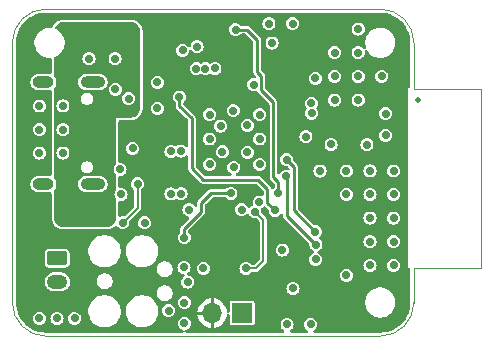
<source format=gbr>
%TF.GenerationSoftware,KiCad,Pcbnew,8.0.0*%
%TF.CreationDate,2024-03-13T13:13:57+00:00*%
%TF.ProjectId,HW_MoveCritic_KiCad_Project,48575f4d-6f76-4654-9372-697469635f4b,rev?*%
%TF.SameCoordinates,PX7ee4219PY616af6f*%
%TF.FileFunction,Copper,L4,Bot*%
%TF.FilePolarity,Positive*%
%FSLAX46Y46*%
G04 Gerber Fmt 4.6, Leading zero omitted, Abs format (unit mm)*
G04 Created by KiCad (PCBNEW 8.0.0) date 2024-03-13 13:13:57*
%MOMM*%
%LPD*%
G01*
G04 APERTURE LIST*
G04 Aperture macros list*
%AMRoundRect*
0 Rectangle with rounded corners*
0 $1 Rounding radius*
0 $2 $3 $4 $5 $6 $7 $8 $9 X,Y pos of 4 corners*
0 Add a 4 corners polygon primitive as box body*
4,1,4,$2,$3,$4,$5,$6,$7,$8,$9,$2,$3,0*
0 Add four circle primitives for the rounded corners*
1,1,$1+$1,$2,$3*
1,1,$1+$1,$4,$5*
1,1,$1+$1,$6,$7*
1,1,$1+$1,$8,$9*
0 Add four rect primitives between the rounded corners*
20,1,$1+$1,$2,$3,$4,$5,0*
20,1,$1+$1,$4,$5,$6,$7,0*
20,1,$1+$1,$6,$7,$8,$9,0*
20,1,$1+$1,$8,$9,$2,$3,0*%
G04 Aperture macros list end*
%TA.AperFunction,ComponentPad*%
%ADD10O,1.700000X1.700000*%
%TD*%
%TA.AperFunction,ComponentPad*%
%ADD11R,1.700000X1.700000*%
%TD*%
%TA.AperFunction,ComponentPad*%
%ADD12O,1.800000X1.000000*%
%TD*%
%TA.AperFunction,ComponentPad*%
%ADD13O,2.100000X1.000000*%
%TD*%
%TA.AperFunction,ComponentPad*%
%ADD14O,1.750000X1.200000*%
%TD*%
%TA.AperFunction,ComponentPad*%
%ADD15RoundRect,0.250000X-0.625000X0.350000X-0.625000X-0.350000X0.625000X-0.350000X0.625000X0.350000X0*%
%TD*%
%TA.AperFunction,ViaPad*%
%ADD16C,0.700000*%
%TD*%
%TA.AperFunction,ViaPad*%
%ADD17C,0.500000*%
%TD*%
%TA.AperFunction,Conductor*%
%ADD18C,0.250000*%
%TD*%
%TA.AperFunction,Conductor*%
%ADD19C,0.200000*%
%TD*%
%TA.AperFunction,Profile*%
%ADD20C,0.100000*%
%TD*%
G04 APERTURE END LIST*
D10*
%TO.P,SW1,2,2*%
%TO.N,+3.3V*%
X16915002Y1959999D03*
D11*
%TO.P,SW1,1,1*%
%TO.N,Net-(R1-Pad1)*%
X19455002Y1959999D03*
%TD*%
D12*
%TO.P,J3,S1,SHIELD*%
%TO.N,GND*%
X2635000Y12880000D03*
D13*
X6815000Y12880000D03*
D12*
X2635000Y21520000D03*
D13*
X6815000Y21520000D03*
%TD*%
D14*
%TO.P,J1,2,Pin_2*%
%TO.N,GND*%
X3799999Y4599999D03*
D15*
%TO.P,J1,1,Pin_1*%
%TO.N,/VIN*%
X3799999Y6599999D03*
%TD*%
D16*
%TO.N,GND*%
X11200000Y9600000D03*
X21724234Y26468767D03*
X23724234Y26468767D03*
X29280000Y20000000D03*
X27280000Y20000000D03*
X6487890Y23500000D03*
X4280000Y17500000D03*
X4280000Y15500000D03*
X4280000Y19500000D03*
X2280000Y19500000D03*
X2280000Y17500000D03*
X2280000Y15500000D03*
X5280000Y1500000D03*
X28280000Y12000000D03*
X28280000Y14000000D03*
%TO.N,NRST*%
X14549999Y8350001D03*
X18500000Y12100000D03*
%TO.N,+5V*%
X9430000Y25950000D03*
X10150001Y18949999D03*
X5980000Y9800000D03*
X9630000Y21849999D03*
X5980000Y11100000D03*
X10430000Y25949998D03*
X6150001Y15499999D03*
X6150001Y19049999D03*
X10500001Y21849999D03*
%TO.N,/BOOT_0*%
X19780000Y5750000D03*
X20530000Y10550000D03*
%TO.N,I2C1_SDA*%
X22250001Y10648056D03*
X14150000Y20249999D03*
%TO.N,+3.3V*%
X13749999Y25649998D03*
X6950002Y3799999D03*
X24700000Y12950000D03*
X24550000Y20249999D03*
X22850000Y5150002D03*
X27160000Y11270000D03*
X13880000Y22100000D03*
X12830000Y25999999D03*
X23980000Y16200000D03*
X28349999Y7499998D03*
X21900001Y8699999D03*
X14800001Y22100000D03*
X23700001Y20249999D03*
X14100002Y17599999D03*
X12650000Y13400000D03*
X25200000Y3250000D03*
X19467501Y12099999D03*
X27099999Y3049999D03*
X14800001Y21250000D03*
X12650001Y14300000D03*
X11950001Y25999999D03*
X13880000Y21250000D03*
%TO.N,BNO_NRST*%
X25700001Y7750000D03*
X23158791Y13522893D03*
%TO.N,BNO_NINT*%
X25650000Y8850000D03*
X23225500Y14949999D03*
%TO.N,GND*%
X17150001Y22669998D03*
X25329999Y18880000D03*
X31280000Y22000000D03*
X19900000Y17850000D03*
X24850001Y16900000D03*
X14560000Y1080000D03*
X20900001Y11375000D03*
X14530000Y5830000D03*
X32280000Y10000000D03*
X19410000Y10710000D03*
X14420000Y24209998D03*
X25261789Y1000000D03*
X29280000Y24000000D03*
X27280000Y22000000D03*
X15570000Y22650000D03*
X17630000Y17790000D03*
X18750000Y14299999D03*
X30280000Y12000000D03*
X32280000Y14000000D03*
X26990000Y16249998D03*
X15637500Y24510001D03*
X14850000Y4590000D03*
X26045300Y13984067D03*
X8730000Y20900000D03*
X19890000Y15570000D03*
X31600000Y17000000D03*
X10180000Y15900000D03*
X22850000Y7300000D03*
X31600001Y18849998D03*
X3780000Y1500000D03*
X14260001Y15669999D03*
X14280001Y12060000D03*
X30280000Y8000000D03*
X30020001Y16219999D03*
X2280000Y1500000D03*
X16350001Y22659998D03*
X12280000Y21500000D03*
X9127502Y14129999D03*
X13237258Y2163253D03*
X20950002Y14549999D03*
D17*
X34320001Y20009999D03*
D16*
X14955001Y10700000D03*
X29280000Y22000000D03*
X9857501Y20109999D03*
X14560000Y2840000D03*
X16699999Y18749999D03*
X21993960Y24812975D03*
X32280000Y8000000D03*
X32280000Y6000000D03*
X13420000Y15659998D03*
X20950001Y16699999D03*
X30280000Y6000000D03*
X20424999Y21300000D03*
X27280000Y24000000D03*
X23760002Y4049999D03*
X16699999Y16699999D03*
X29280000Y26000000D03*
X16167500Y5740001D03*
X9200000Y12000000D03*
X16700000Y14549998D03*
X20950000Y18749998D03*
X17790000Y15610000D03*
X25680000Y6500000D03*
X18700001Y19099999D03*
X23261789Y1000000D03*
X8700001Y23499999D03*
X30280000Y14000000D03*
X25657467Y21820561D03*
X25320001Y19710000D03*
X32280000Y12000000D03*
X13430002Y12049999D03*
X12280000Y19300000D03*
X28290001Y5160000D03*
X30280000Y10000000D03*
%TO.N,/SWCLK*%
X10600500Y12900000D03*
X9350001Y9600000D03*
%TO.N,Net-(D2-A)*%
X22525001Y12150000D03*
X18907501Y25960001D03*
%TD*%
D18*
%TO.N,NRST*%
X16800000Y12100000D02*
X18500000Y12100000D01*
X16000000Y11300000D02*
X16800000Y12100000D01*
X14550001Y9099999D02*
X16000000Y10550000D01*
X14549999Y8350001D02*
X14550001Y9099999D01*
X16000000Y10550000D02*
X16000000Y11300000D01*
D19*
%TO.N,/BOOT_0*%
X21230000Y6350000D02*
X20630000Y5750000D01*
X21230000Y9850000D02*
X21230000Y6350000D01*
X20530000Y10550000D02*
X21230000Y9850000D01*
X20630000Y5750000D02*
X19780000Y5750000D01*
D18*
%TO.N,I2C1_SDA*%
X16150001Y13249999D02*
X15200001Y14199999D01*
X20800002Y13249999D02*
X16150001Y13249999D01*
X22250001Y10648056D02*
X21600000Y11298056D01*
X21600000Y12450000D02*
X20800002Y13249999D01*
X21600000Y11298056D02*
X21600000Y12450000D01*
X15200001Y14199999D02*
X15200000Y18450000D01*
X14150000Y19499998D02*
X14150000Y20249999D01*
X15200000Y18450000D02*
X14150000Y19499998D01*
%TO.N,BNO_NRST*%
X23158791Y13522893D02*
X23245001Y13436683D01*
X23245001Y13436683D02*
X23245002Y10204999D01*
X23245002Y10204999D02*
X25700001Y7750000D01*
%TO.N,BNO_NINT*%
X23225500Y14949999D02*
X23833290Y14342210D01*
X23833290Y10666710D02*
X25650000Y8850000D01*
X23833290Y14342210D02*
X23833290Y10666710D01*
D19*
%TO.N,/SWCLK*%
X10600501Y10850500D02*
X9350001Y9600000D01*
X10600500Y12900000D02*
X10600501Y10850500D01*
D18*
%TO.N,Net-(D2-A)*%
X22525001Y13064999D02*
X22100000Y13490000D01*
X19873616Y25960001D02*
X18907501Y25960001D01*
X21049999Y20850001D02*
X21049999Y22070001D01*
X21049999Y22070001D02*
X20720000Y22400000D01*
X22100000Y13490000D02*
X22100000Y19800000D01*
X22525001Y12150000D02*
X22525001Y13064999D01*
X20720000Y25113617D02*
X19873616Y25960001D01*
X22100000Y19800000D02*
X21049999Y20850001D01*
X20720000Y22400000D02*
X20720000Y25113617D01*
%TD*%
%TA.AperFunction,Conductor*%
%TO.N,+5V*%
G36*
X10034126Y26599536D02*
G01*
X10199738Y26580875D01*
X10215884Y26577189D01*
X10369238Y26523529D01*
X10384164Y26516341D01*
X10521731Y26429902D01*
X10534687Y26419570D01*
X10649569Y26304688D01*
X10659901Y26291732D01*
X10746340Y26154165D01*
X10753529Y26139236D01*
X10807187Y25985890D01*
X10810875Y25969735D01*
X10829535Y25804128D01*
X10830000Y25795842D01*
X10830000Y19304159D01*
X10829535Y19295873D01*
X10810875Y19130266D01*
X10807187Y19114111D01*
X10753529Y18960765D01*
X10746340Y18945836D01*
X10659901Y18808269D01*
X10649569Y18795313D01*
X10534687Y18680431D01*
X10521731Y18670099D01*
X10384164Y18583660D01*
X10369235Y18576471D01*
X10215889Y18522813D01*
X10199734Y18519125D01*
X10083574Y18506037D01*
X10034125Y18500465D01*
X10025842Y18500000D01*
X8780000Y18500000D01*
X8780000Y17700000D01*
X8780000Y17699996D01*
X8780000Y14593735D01*
X8758326Y14541409D01*
X8751051Y14535029D01*
X8734882Y14522622D01*
X8734878Y14522618D01*
X8646642Y14407627D01*
X8646640Y14407623D01*
X8591171Y14273708D01*
X8572252Y14129999D01*
X8591171Y13986291D01*
X8624636Y13905499D01*
X8646641Y13852374D01*
X8734881Y13737378D01*
X8751046Y13724974D01*
X8779367Y13675926D01*
X8780000Y13666265D01*
X8780000Y12382061D01*
X8764708Y12337013D01*
X8719140Y12277628D01*
X8719138Y12277624D01*
X8663669Y12143709D01*
X8644750Y12000000D01*
X8663669Y11856292D01*
X8719138Y11722377D01*
X8719140Y11722373D01*
X8764708Y11662989D01*
X8780000Y11617940D01*
X8780000Y10054159D01*
X8779535Y10045873D01*
X8760875Y9880266D01*
X8757187Y9864111D01*
X8703529Y9710765D01*
X8696340Y9695836D01*
X8609901Y9558269D01*
X8599569Y9545313D01*
X8484687Y9430431D01*
X8471731Y9420099D01*
X8334164Y9333660D01*
X8319235Y9326471D01*
X8165889Y9272813D01*
X8149734Y9269125D01*
X8033574Y9256037D01*
X7984125Y9250465D01*
X7975842Y9250000D01*
X4334158Y9250000D01*
X4325874Y9250465D01*
X4257357Y9258185D01*
X4160265Y9269125D01*
X4144110Y9272813D01*
X3990764Y9326471D01*
X3975835Y9333660D01*
X3838268Y9420099D01*
X3825312Y9430431D01*
X3710430Y9545313D01*
X3700098Y9558269D01*
X3613659Y9695836D01*
X3606470Y9710765D01*
X3552811Y9864116D01*
X3549125Y9880262D01*
X3530465Y10045874D01*
X3530000Y10054159D01*
X3530000Y12353693D01*
X3551673Y12406018D01*
X3579114Y12433458D01*
X3655775Y12548189D01*
X3708580Y12675672D01*
X3735500Y12811007D01*
X3735500Y12811009D01*
X5564500Y12811009D01*
X5591418Y12675678D01*
X5591421Y12675668D01*
X5644223Y12548192D01*
X5644224Y12548190D01*
X5644225Y12548189D01*
X5720886Y12433458D01*
X5818458Y12335886D01*
X5933189Y12259225D01*
X6060672Y12206420D01*
X6196007Y12179500D01*
X6196009Y12179500D01*
X7433991Y12179500D01*
X7433993Y12179500D01*
X7569328Y12206420D01*
X7696811Y12259225D01*
X7811542Y12335886D01*
X7909114Y12433458D01*
X7985775Y12548189D01*
X8038580Y12675672D01*
X8065500Y12811007D01*
X8065500Y12948993D01*
X8038580Y13084328D01*
X7985775Y13211811D01*
X7909114Y13326542D01*
X7811542Y13424114D01*
X7696811Y13500775D01*
X7696810Y13500776D01*
X7696808Y13500777D01*
X7569332Y13553579D01*
X7569322Y13553582D01*
X7478694Y13571609D01*
X7433993Y13580500D01*
X6196007Y13580500D01*
X6167095Y13574749D01*
X6060677Y13553582D01*
X6060667Y13553579D01*
X5933191Y13500777D01*
X5818461Y13424117D01*
X5720883Y13326539D01*
X5644223Y13211809D01*
X5591421Y13084333D01*
X5591418Y13084323D01*
X5564500Y12948992D01*
X5564500Y12811009D01*
X3735500Y12811009D01*
X3735500Y12948993D01*
X3708580Y13084328D01*
X3655775Y13211811D01*
X3579114Y13326542D01*
X3551673Y13353983D01*
X3530000Y13406308D01*
X3530000Y14243448D01*
X5809500Y14243448D01*
X5843947Y14114889D01*
X5843948Y14114886D01*
X5843949Y14114884D01*
X5910499Y13999616D01*
X6004616Y13905499D01*
X6119884Y13838949D01*
X6248447Y13804501D01*
X6248448Y13804500D01*
X6248450Y13804500D01*
X6381552Y13804500D01*
X6381552Y13804501D01*
X6510116Y13838949D01*
X6625384Y13905499D01*
X6719501Y13999616D01*
X6786051Y14114884D01*
X6820499Y14243448D01*
X6820500Y14243448D01*
X6820500Y14376552D01*
X6820499Y14376553D01*
X6786052Y14505112D01*
X6786051Y14505116D01*
X6719501Y14620384D01*
X6625384Y14714501D01*
X6510120Y14781049D01*
X6510111Y14781053D01*
X6381552Y14815500D01*
X6381550Y14815500D01*
X6248450Y14815500D01*
X6248448Y14815500D01*
X6119888Y14781053D01*
X6119879Y14781049D01*
X6004615Y14714501D01*
X5910499Y14620385D01*
X5843951Y14505121D01*
X5843947Y14505112D01*
X5809500Y14376553D01*
X5809500Y14243448D01*
X3530000Y14243448D01*
X3530000Y15500000D01*
X3724750Y15500000D01*
X3743669Y15356292D01*
X3748450Y15344750D01*
X3799139Y15222375D01*
X3887379Y15107379D01*
X4002375Y15019139D01*
X4136291Y14963670D01*
X4280000Y14944750D01*
X4423709Y14963670D01*
X4557625Y15019139D01*
X4672621Y15107379D01*
X4760861Y15222375D01*
X4816330Y15356291D01*
X4835250Y15500000D01*
X4816330Y15643709D01*
X4760861Y15777625D01*
X4672621Y15892621D01*
X4557625Y15980861D01*
X4557623Y15980862D01*
X4423708Y16036331D01*
X4280000Y16055250D01*
X4136291Y16036331D01*
X4002376Y15980862D01*
X3887379Y15892621D01*
X3799138Y15777624D01*
X3743669Y15643709D01*
X3724750Y15500000D01*
X3530000Y15500000D01*
X3530000Y17500000D01*
X3724750Y17500000D01*
X3743669Y17356292D01*
X3799138Y17222377D01*
X3799139Y17222375D01*
X3887379Y17107379D01*
X4002375Y17019139D01*
X4136291Y16963670D01*
X4280000Y16944750D01*
X4423709Y16963670D01*
X4557625Y17019139D01*
X4672621Y17107379D01*
X4760861Y17222375D01*
X4816330Y17356291D01*
X4835250Y17500000D01*
X4816330Y17643709D01*
X4760861Y17777625D01*
X4672621Y17892621D01*
X4557625Y17980861D01*
X4557623Y17980862D01*
X4423708Y18036331D01*
X4280000Y18055250D01*
X4136291Y18036331D01*
X4002376Y17980862D01*
X3887379Y17892621D01*
X3799138Y17777624D01*
X3743669Y17643709D01*
X3724750Y17500000D01*
X3530000Y17500000D01*
X3530000Y19500000D01*
X3724750Y19500000D01*
X3743669Y19356292D01*
X3799138Y19222377D01*
X3799139Y19222375D01*
X3887379Y19107379D01*
X4002375Y19019139D01*
X4136291Y18963670D01*
X4280000Y18944750D01*
X4423709Y18963670D01*
X4557625Y19019139D01*
X4672621Y19107379D01*
X4760861Y19222375D01*
X4816330Y19356291D01*
X4835250Y19500000D01*
X4816330Y19643709D01*
X4760861Y19777625D01*
X4672621Y19892621D01*
X4557625Y19980861D01*
X4557623Y19980862D01*
X4454811Y20023448D01*
X5809500Y20023448D01*
X5843947Y19894889D01*
X5843951Y19894880D01*
X5880038Y19832376D01*
X5910499Y19779616D01*
X6004616Y19685499D01*
X6119884Y19618949D01*
X6248447Y19584501D01*
X6248448Y19584500D01*
X6248450Y19584500D01*
X6381552Y19584500D01*
X6381552Y19584501D01*
X6510116Y19618949D01*
X6625384Y19685499D01*
X6719501Y19779616D01*
X6786051Y19894884D01*
X6820499Y20023448D01*
X6820500Y20023448D01*
X6820500Y20109999D01*
X9302251Y20109999D01*
X9321170Y19966291D01*
X9351685Y19892621D01*
X9376640Y19832374D01*
X9464880Y19717378D01*
X9579876Y19629138D01*
X9713792Y19573669D01*
X9857501Y19554749D01*
X10001210Y19573669D01*
X10135126Y19629138D01*
X10250122Y19717378D01*
X10338362Y19832374D01*
X10393831Y19966290D01*
X10412751Y20109999D01*
X10393831Y20253708D01*
X10338362Y20387624D01*
X10250122Y20502620D01*
X10135126Y20590860D01*
X10123924Y20595500D01*
X10001209Y20646330D01*
X9857501Y20665249D01*
X9713792Y20646330D01*
X9579877Y20590861D01*
X9464880Y20502620D01*
X9376639Y20387623D01*
X9321170Y20253708D01*
X9302251Y20109999D01*
X6820500Y20109999D01*
X6820500Y20156552D01*
X6820499Y20156553D01*
X6786052Y20285112D01*
X6786051Y20285116D01*
X6719501Y20400384D01*
X6625384Y20494501D01*
X6510120Y20561049D01*
X6510111Y20561053D01*
X6381552Y20595500D01*
X6381550Y20595500D01*
X6248450Y20595500D01*
X6248448Y20595500D01*
X6119888Y20561053D01*
X6119879Y20561049D01*
X6004615Y20494501D01*
X5910499Y20400385D01*
X5843951Y20285121D01*
X5843947Y20285112D01*
X5809500Y20156553D01*
X5809500Y20023448D01*
X4454811Y20023448D01*
X4423708Y20036331D01*
X4280000Y20055250D01*
X4136291Y20036331D01*
X4002376Y19980862D01*
X3887379Y19892621D01*
X3799138Y19777624D01*
X3743669Y19643709D01*
X3724750Y19500000D01*
X3530000Y19500000D01*
X3530000Y20993693D01*
X3551673Y21046018D01*
X3579114Y21073458D01*
X3655775Y21188189D01*
X3708580Y21315672D01*
X3735500Y21451007D01*
X5564500Y21451007D01*
X5573391Y21406306D01*
X5591418Y21315678D01*
X5591421Y21315668D01*
X5644223Y21188192D01*
X5644224Y21188190D01*
X5644225Y21188189D01*
X5720886Y21073458D01*
X5818458Y20975886D01*
X5933189Y20899225D01*
X6060672Y20846420D01*
X6196007Y20819500D01*
X6196009Y20819500D01*
X7433991Y20819500D01*
X7433993Y20819500D01*
X7569328Y20846420D01*
X7696811Y20899225D01*
X7697971Y20900000D01*
X8174750Y20900000D01*
X8193669Y20756292D01*
X8239217Y20646329D01*
X8249139Y20622375D01*
X8337379Y20507379D01*
X8452375Y20419139D01*
X8586291Y20363670D01*
X8730000Y20344750D01*
X8873709Y20363670D01*
X9007625Y20419139D01*
X9122621Y20507379D01*
X9210861Y20622375D01*
X9266330Y20756291D01*
X9285250Y20900000D01*
X9266330Y21043709D01*
X9210861Y21177625D01*
X9122621Y21292621D01*
X9007625Y21380861D01*
X9007623Y21380862D01*
X8873708Y21436331D01*
X8730000Y21455250D01*
X8586291Y21436331D01*
X8452376Y21380862D01*
X8337379Y21292621D01*
X8249138Y21177624D01*
X8193669Y21043709D01*
X8174750Y20900000D01*
X7697971Y20900000D01*
X7811542Y20975886D01*
X7909114Y21073458D01*
X7985775Y21188189D01*
X8038580Y21315672D01*
X8065500Y21451007D01*
X8065500Y21588993D01*
X8038580Y21724328D01*
X7985775Y21851811D01*
X7909114Y21966542D01*
X7811542Y22064114D01*
X7696811Y22140775D01*
X7696810Y22140776D01*
X7696808Y22140777D01*
X7569332Y22193579D01*
X7569322Y22193582D01*
X7478694Y22211609D01*
X7433993Y22220500D01*
X6196007Y22220500D01*
X6157642Y22212869D01*
X6060677Y22193582D01*
X6060667Y22193579D01*
X5933191Y22140777D01*
X5818461Y22064117D01*
X5720883Y21966539D01*
X5644223Y21851809D01*
X5591421Y21724333D01*
X5591418Y21724323D01*
X5568945Y21611344D01*
X5564500Y21588993D01*
X5564500Y21451007D01*
X3735500Y21451007D01*
X3735500Y21588993D01*
X3708580Y21724328D01*
X3655775Y21851811D01*
X3579114Y21966542D01*
X3551673Y21993983D01*
X3530000Y22046308D01*
X3530000Y23500000D01*
X5932640Y23500000D01*
X5951559Y23356292D01*
X5951560Y23356290D01*
X6007029Y23222375D01*
X6095269Y23107379D01*
X6210265Y23019139D01*
X6344181Y22963670D01*
X6487890Y22944750D01*
X6631599Y22963670D01*
X6765515Y23019139D01*
X6880511Y23107379D01*
X6968751Y23222375D01*
X7024220Y23356291D01*
X7043140Y23499999D01*
X8144751Y23499999D01*
X8163670Y23356291D01*
X8219139Y23222377D01*
X8219140Y23222374D01*
X8307380Y23107378D01*
X8422376Y23019138D01*
X8556292Y22963669D01*
X8700001Y22944749D01*
X8843710Y22963669D01*
X8977626Y23019138D01*
X9092622Y23107378D01*
X9180862Y23222374D01*
X9236331Y23356290D01*
X9255251Y23499999D01*
X9236331Y23643708D01*
X9180862Y23777624D01*
X9092622Y23892620D01*
X8977626Y23980860D01*
X8977624Y23980861D01*
X8843709Y24036330D01*
X8700001Y24055249D01*
X8556292Y24036330D01*
X8422377Y23980861D01*
X8307380Y23892620D01*
X8219139Y23777623D01*
X8163670Y23643708D01*
X8144751Y23499999D01*
X7043140Y23499999D01*
X7043140Y23500000D01*
X7024220Y23643709D01*
X6968751Y23777625D01*
X6880511Y23892621D01*
X6765515Y23980861D01*
X6765513Y23980862D01*
X6631598Y24036331D01*
X6487890Y24055250D01*
X6344181Y24036331D01*
X6210266Y23980862D01*
X6095269Y23892621D01*
X6007028Y23777624D01*
X5951559Y23643709D01*
X5932640Y23500000D01*
X3530000Y23500000D01*
X3530000Y23573308D01*
X3551674Y23625634D01*
X3581133Y23643686D01*
X3641536Y23663312D01*
X3641536Y23663313D01*
X3641542Y23663314D01*
X3821129Y23754818D01*
X3984190Y23873289D01*
X4126711Y24015810D01*
X4245182Y24178871D01*
X4336686Y24358458D01*
X4398970Y24550149D01*
X4430500Y24749222D01*
X4430500Y24950778D01*
X4398970Y25149851D01*
X4398968Y25149856D01*
X4398967Y25149862D01*
X4336688Y25341537D01*
X4336686Y25341540D01*
X4336686Y25341542D01*
X4245182Y25521129D01*
X4126711Y25684190D01*
X3984190Y25826711D01*
X3984187Y25826714D01*
X3984185Y25826715D01*
X3821128Y25945183D01*
X3741235Y25985890D01*
X3641542Y26036686D01*
X3641538Y26036688D01*
X3638952Y26038005D01*
X3639666Y26039407D01*
X3603554Y26077130D01*
X3602676Y26128392D01*
X3606474Y26139246D01*
X3613656Y26154160D01*
X3700102Y26291738D01*
X3710426Y26304684D01*
X3825316Y26419574D01*
X3838262Y26429898D01*
X3975840Y26516344D01*
X3990757Y26523527D01*
X4144117Y26577190D01*
X4160259Y26580875D01*
X4325873Y26599536D01*
X4334158Y26600000D01*
X10025842Y26600000D01*
X10034126Y26599536D01*
G37*
%TD.AperFunction*%
%TD*%
%TA.AperFunction,Conductor*%
%TO.N,+3.3V*%
G36*
X31153473Y27399304D02*
G01*
X31428510Y27383858D01*
X31442311Y27382303D01*
X31710457Y27336743D01*
X31723997Y27333653D01*
X31985361Y27258355D01*
X31998480Y27253764D01*
X32249751Y27149685D01*
X32262281Y27143651D01*
X32500320Y27012090D01*
X32512093Y27004693D01*
X32589698Y26949630D01*
X32733916Y26847302D01*
X32744780Y26838637D01*
X32804707Y26785083D01*
X32947575Y26657407D01*
X32957407Y26647575D01*
X33138634Y26444784D01*
X33147304Y26433914D01*
X33157274Y26419862D01*
X33304692Y26212094D01*
X33312090Y26200320D01*
X33443651Y25962280D01*
X33449684Y25949751D01*
X33553762Y25698482D01*
X33558355Y25685358D01*
X33633650Y25424007D01*
X33636744Y25410450D01*
X33682301Y25142320D01*
X33683858Y25128502D01*
X33699305Y24853449D01*
X33699500Y24846496D01*
X33699500Y21107073D01*
X33679815Y21040034D01*
X33633613Y21000000D01*
X33530000Y21000000D01*
X33530000Y5750000D01*
X33628436Y5750000D01*
X33667253Y5726341D01*
X33697785Y5663495D01*
X33699502Y5642928D01*
X33699502Y2853480D01*
X33699307Y2846527D01*
X33683861Y2571497D01*
X33682304Y2557679D01*
X33636747Y2289549D01*
X33633653Y2275992D01*
X33558359Y2014641D01*
X33553766Y2001516D01*
X33449687Y1750247D01*
X33443654Y1737719D01*
X33312093Y1499678D01*
X33304695Y1487904D01*
X33147307Y1266085D01*
X33138636Y1255213D01*
X32957409Y1052422D01*
X32947577Y1042590D01*
X32744786Y861363D01*
X32733914Y852692D01*
X32512095Y695304D01*
X32500321Y687906D01*
X32262281Y556345D01*
X32249753Y550312D01*
X31998482Y446232D01*
X31985357Y441639D01*
X31724009Y366346D01*
X31710452Y363252D01*
X31442319Y317694D01*
X31428500Y316137D01*
X31153508Y300695D01*
X31146556Y300500D01*
X25619769Y300500D01*
X25552730Y320185D01*
X25506975Y372989D01*
X25497031Y442147D01*
X25526056Y505703D01*
X25544278Y522872D01*
X25654410Y607379D01*
X25742650Y722375D01*
X25798119Y856291D01*
X25817039Y1000000D01*
X25798119Y1143709D01*
X25742650Y1277625D01*
X25654410Y1392621D01*
X25539414Y1480861D01*
X25539413Y1480862D01*
X25539411Y1480863D01*
X25405501Y1536329D01*
X25405499Y1536330D01*
X25405498Y1536330D01*
X25333643Y1545790D01*
X25261790Y1555250D01*
X25261788Y1555250D01*
X25118080Y1536330D01*
X25118076Y1536329D01*
X24984166Y1480863D01*
X24869168Y1392621D01*
X24780926Y1277623D01*
X24725460Y1143713D01*
X24725459Y1143709D01*
X24709059Y1019138D01*
X24706539Y1000000D01*
X24716922Y921131D01*
X24725459Y856292D01*
X24725460Y856288D01*
X24780926Y722378D01*
X24780927Y722376D01*
X24780928Y722375D01*
X24869168Y607379D01*
X24979296Y522875D01*
X25020497Y466448D01*
X25024652Y396702D01*
X24990439Y335781D01*
X24928722Y303029D01*
X24903808Y300500D01*
X23619769Y300500D01*
X23552730Y320185D01*
X23506975Y372989D01*
X23497031Y442147D01*
X23526056Y505703D01*
X23544278Y522872D01*
X23654410Y607379D01*
X23742650Y722375D01*
X23798119Y856291D01*
X23817039Y1000000D01*
X23798119Y1143709D01*
X23742650Y1277625D01*
X23654410Y1392621D01*
X23539414Y1480861D01*
X23539413Y1480862D01*
X23539411Y1480863D01*
X23405501Y1536329D01*
X23405499Y1536330D01*
X23405498Y1536330D01*
X23333643Y1545790D01*
X23261790Y1555250D01*
X23261788Y1555250D01*
X23118080Y1536330D01*
X23118076Y1536329D01*
X22984166Y1480863D01*
X22869168Y1392621D01*
X22780926Y1277623D01*
X22725460Y1143713D01*
X22725459Y1143709D01*
X22709059Y1019138D01*
X22706539Y1000000D01*
X22716922Y921131D01*
X22725459Y856292D01*
X22725460Y856288D01*
X22780926Y722378D01*
X22780927Y722376D01*
X22780928Y722375D01*
X22869168Y607379D01*
X22979296Y522875D01*
X23020497Y466448D01*
X23024652Y396702D01*
X22990439Y335781D01*
X22928722Y303029D01*
X22903808Y300500D01*
X14738056Y300500D01*
X14671017Y320185D01*
X14625262Y372989D01*
X14615318Y442147D01*
X14644343Y505703D01*
X14696701Y539352D01*
X14696201Y540560D01*
X14702899Y543335D01*
X14703121Y543477D01*
X14703501Y543584D01*
X14719744Y550312D01*
X14837625Y599139D01*
X14952621Y687379D01*
X15040861Y802375D01*
X15096330Y936291D01*
X15115250Y1080000D01*
X15096330Y1223709D01*
X15040861Y1357625D01*
X14952621Y1472621D01*
X14837625Y1560861D01*
X14837624Y1560862D01*
X14837622Y1560863D01*
X14703712Y1616329D01*
X14703710Y1616330D01*
X14703709Y1616330D01*
X14623241Y1626924D01*
X14560001Y1635250D01*
X14559999Y1635250D01*
X14416291Y1616330D01*
X14416287Y1616329D01*
X14282377Y1560863D01*
X14167379Y1472621D01*
X14079137Y1357623D01*
X14023671Y1223713D01*
X14023670Y1223709D01*
X14006100Y1090251D01*
X14004750Y1080000D01*
X14020065Y963670D01*
X14023670Y936292D01*
X14023671Y936288D01*
X14079137Y802378D01*
X14079138Y802376D01*
X14079139Y802375D01*
X14167379Y687379D01*
X14282375Y599139D01*
X14282376Y599139D01*
X14282377Y599138D01*
X14423799Y540560D01*
X14423059Y538775D01*
X14473694Y507913D01*
X14504225Y445067D01*
X14495932Y375691D01*
X14451448Y321812D01*
X14384897Y300535D01*
X14381942Y300500D01*
X2853481Y300500D01*
X2846528Y300695D01*
X2571498Y316141D01*
X2557680Y317698D01*
X2289550Y363255D01*
X2275993Y366349D01*
X2014639Y441644D01*
X2001515Y446237D01*
X1750251Y550313D01*
X1737722Y556346D01*
X1499673Y687911D01*
X1487908Y695304D01*
X1266083Y852697D01*
X1255226Y861355D01*
X1251591Y864603D01*
X1052421Y1042593D01*
X1042590Y1052424D01*
X1029935Y1066585D01*
X861350Y1255232D01*
X852691Y1266092D01*
X695304Y1487908D01*
X687917Y1499663D01*
X687731Y1500000D01*
X1724750Y1500000D01*
X1743494Y1357625D01*
X1743670Y1356292D01*
X1743671Y1356288D01*
X1799137Y1222378D01*
X1799138Y1222376D01*
X1799139Y1222375D01*
X1887379Y1107379D01*
X2002375Y1019139D01*
X2136291Y963670D01*
X2263280Y946952D01*
X2279999Y944750D01*
X2280000Y944750D01*
X2280001Y944750D01*
X2294977Y946722D01*
X2423709Y963670D01*
X2557625Y1019139D01*
X2672621Y1107379D01*
X2760861Y1222375D01*
X2816330Y1356291D01*
X2835250Y1500000D01*
X3224750Y1500000D01*
X3243494Y1357625D01*
X3243670Y1356292D01*
X3243671Y1356288D01*
X3299137Y1222378D01*
X3299138Y1222376D01*
X3299139Y1222375D01*
X3387379Y1107379D01*
X3502375Y1019139D01*
X3636291Y963670D01*
X3763280Y946952D01*
X3779999Y944750D01*
X3780000Y944750D01*
X3780001Y944750D01*
X3794977Y946722D01*
X3923709Y963670D01*
X4057625Y1019139D01*
X4172621Y1107379D01*
X4260861Y1222375D01*
X4316330Y1356291D01*
X4335250Y1500000D01*
X4724750Y1500000D01*
X4743494Y1357625D01*
X4743670Y1356292D01*
X4743671Y1356288D01*
X4799137Y1222378D01*
X4799138Y1222376D01*
X4799139Y1222375D01*
X4887379Y1107379D01*
X5002375Y1019139D01*
X5136291Y963670D01*
X5263280Y946952D01*
X5279999Y944750D01*
X5280000Y944750D01*
X5280001Y944750D01*
X5294977Y946722D01*
X5423709Y963670D01*
X5557625Y1019139D01*
X5672621Y1107379D01*
X5760861Y1222375D01*
X5816330Y1356291D01*
X5835250Y1500000D01*
X5816330Y1643709D01*
X5770308Y1754818D01*
X5760862Y1777623D01*
X5760861Y1777624D01*
X5760861Y1777625D01*
X5672621Y1892621D01*
X5557625Y1980861D01*
X5557624Y1980862D01*
X5557622Y1980863D01*
X5505785Y2002334D01*
X6442051Y2002334D01*
X6475733Y1789670D01*
X6542273Y1584884D01*
X6605906Y1459999D01*
X6640025Y1393037D01*
X6766587Y1218839D01*
X6918841Y1066585D01*
X7093039Y940023D01*
X7130115Y921132D01*
X7284885Y842272D01*
X7284887Y842272D01*
X7284890Y842270D01*
X7394657Y806605D01*
X7489671Y775732D01*
X7702336Y742049D01*
X7702341Y742049D01*
X7917666Y742049D01*
X8130330Y775732D01*
X8146229Y780898D01*
X8335112Y842270D01*
X8526963Y940023D01*
X8701161Y1066585D01*
X8853415Y1218839D01*
X8979977Y1393037D01*
X9077730Y1584888D01*
X9144268Y1789670D01*
X9159467Y1885631D01*
X9177951Y2002334D01*
X9617051Y2002334D01*
X9650733Y1789670D01*
X9717273Y1584884D01*
X9780906Y1459999D01*
X9815025Y1393037D01*
X9941587Y1218839D01*
X10093841Y1066585D01*
X10268039Y940023D01*
X10305115Y921132D01*
X10459885Y842272D01*
X10459887Y842272D01*
X10459890Y842270D01*
X10569657Y806605D01*
X10664671Y775732D01*
X10877336Y742049D01*
X10877341Y742049D01*
X11092666Y742049D01*
X11305330Y775732D01*
X11321229Y780898D01*
X11510112Y842270D01*
X11701963Y940023D01*
X11876161Y1066585D01*
X12028415Y1218839D01*
X12154977Y1393037D01*
X12252730Y1584888D01*
X12319268Y1789670D01*
X12334467Y1885631D01*
X12352951Y2002334D01*
X12352951Y2163253D01*
X12682008Y2163253D01*
X12699094Y2033471D01*
X12700928Y2019545D01*
X12700929Y2019541D01*
X12756395Y1885631D01*
X12756396Y1885629D01*
X12756397Y1885628D01*
X12844637Y1770632D01*
X12959633Y1682392D01*
X13093549Y1626923D01*
X13220538Y1610205D01*
X13237257Y1608003D01*
X13237258Y1608003D01*
X13237259Y1608003D01*
X13252235Y1609975D01*
X13380967Y1626923D01*
X13514883Y1682392D01*
X13629879Y1770632D01*
X13679270Y1834999D01*
X15671163Y1834999D01*
X15679289Y1742115D01*
X15679291Y1742105D01*
X15735896Y1530849D01*
X15735900Y1530840D01*
X15828335Y1332612D01*
X15953789Y1153445D01*
X16108447Y998787D01*
X16287614Y873333D01*
X16485842Y780898D01*
X16485851Y780894D01*
X16697112Y724288D01*
X16790002Y716162D01*
X16790002Y1475855D01*
X16849176Y1459999D01*
X16980828Y1459999D01*
X17040002Y1475855D01*
X17040002Y716162D01*
X17132890Y724288D01*
X17132893Y724288D01*
X17344152Y780894D01*
X17344161Y780898D01*
X17542389Y873333D01*
X17721556Y998787D01*
X17876214Y1153445D01*
X18001668Y1332612D01*
X18094103Y1530840D01*
X18094107Y1530849D01*
X18150712Y1742105D01*
X18150714Y1742116D01*
X18156974Y1813662D01*
X18182426Y1878731D01*
X18239017Y1919710D01*
X18308779Y1923588D01*
X18369563Y1889134D01*
X18402071Y1827287D01*
X18404502Y1802855D01*
X18404502Y1090247D01*
X18416133Y1031770D01*
X18416134Y1031769D01*
X18460449Y965447D01*
X18526771Y921132D01*
X18526772Y921131D01*
X18585249Y909500D01*
X18585252Y909499D01*
X18585254Y909499D01*
X20324752Y909499D01*
X20324753Y909500D01*
X20339570Y912447D01*
X20383231Y921131D01*
X20383231Y921132D01*
X20383233Y921132D01*
X20449554Y965447D01*
X20493869Y1031768D01*
X20493869Y1031770D01*
X20493870Y1031770D01*
X20505501Y1090247D01*
X20505502Y1090249D01*
X20505502Y2749216D01*
X29869501Y2749216D01*
X29901031Y2550147D01*
X29963313Y2358460D01*
X30035052Y2217665D01*
X30054819Y2178870D01*
X30173290Y2015809D01*
X30315811Y1873288D01*
X30478872Y1754817D01*
X30621016Y1682391D01*
X30658461Y1663312D01*
X30718794Y1643709D01*
X30850150Y1601029D01*
X30942349Y1586427D01*
X31049218Y1569499D01*
X31049223Y1569499D01*
X31250784Y1569499D01*
X31347916Y1584884D01*
X31449852Y1601029D01*
X31641543Y1663313D01*
X31821130Y1754817D01*
X31984191Y1873288D01*
X32126712Y2015809D01*
X32245183Y2178870D01*
X32336687Y2358457D01*
X32398971Y2550148D01*
X32420312Y2684888D01*
X32430501Y2749216D01*
X32430501Y2950783D01*
X32412157Y3066591D01*
X32398971Y3149850D01*
X32345671Y3313891D01*
X32336688Y3341539D01*
X32284346Y3444266D01*
X32245183Y3521128D01*
X32126712Y3684189D01*
X31984191Y3826710D01*
X31821130Y3945181D01*
X31713206Y4000171D01*
X31641540Y4036687D01*
X31449853Y4098969D01*
X31250784Y4130499D01*
X31250779Y4130499D01*
X31049223Y4130499D01*
X31049218Y4130499D01*
X30850148Y4098969D01*
X30658461Y4036687D01*
X30478871Y3945181D01*
X30385839Y3877589D01*
X30315811Y3826710D01*
X30315809Y3826708D01*
X30315808Y3826708D01*
X30173292Y3684192D01*
X30173292Y3684191D01*
X30173290Y3684189D01*
X30153811Y3657378D01*
X30054819Y3521129D01*
X29963313Y3341539D01*
X29901031Y3149852D01*
X29869501Y2950783D01*
X29869501Y2749216D01*
X20505502Y2749216D01*
X20505502Y2829750D01*
X20505501Y2829752D01*
X20493870Y2888229D01*
X20493869Y2888230D01*
X20449554Y2954552D01*
X20383232Y2998867D01*
X20383231Y2998868D01*
X20324754Y3010499D01*
X20324750Y3010499D01*
X18585254Y3010499D01*
X18585249Y3010499D01*
X18526772Y2998868D01*
X18526771Y2998867D01*
X18460449Y2954552D01*
X18416134Y2888230D01*
X18416133Y2888229D01*
X18404502Y2829752D01*
X18404502Y2117144D01*
X18384817Y2050105D01*
X18332013Y2004350D01*
X18262855Y1994406D01*
X18199299Y2023431D01*
X18161525Y2082209D01*
X18156974Y2106336D01*
X18150714Y2177884D01*
X18150712Y2177894D01*
X18094107Y2389150D01*
X18094103Y2389159D01*
X18001668Y2587387D01*
X18001666Y2587391D01*
X17876218Y2766549D01*
X17876213Y2766555D01*
X17721556Y2921212D01*
X17542389Y3046666D01*
X17344161Y3139101D01*
X17344152Y3139105D01*
X17132896Y3195710D01*
X17132886Y3195712D01*
X17040002Y3203839D01*
X17040002Y2444144D01*
X16980828Y2459999D01*
X16849176Y2459999D01*
X16790002Y2444144D01*
X16790002Y3203839D01*
X16697117Y3195712D01*
X16697107Y3195710D01*
X16485851Y3139105D01*
X16485842Y3139101D01*
X16287614Y3046666D01*
X16287610Y3046664D01*
X16108452Y2921216D01*
X16108446Y2921211D01*
X15953790Y2766555D01*
X15953785Y2766549D01*
X15828337Y2587391D01*
X15828335Y2587387D01*
X15735900Y2389159D01*
X15735896Y2389150D01*
X15679291Y2177894D01*
X15679289Y2177884D01*
X15671163Y2084999D01*
X16430858Y2084999D01*
X16415002Y2025825D01*
X16415002Y1894173D01*
X16430858Y1834999D01*
X15671163Y1834999D01*
X13679270Y1834999D01*
X13718119Y1885628D01*
X13773588Y2019544D01*
X13792508Y2163253D01*
X13773588Y2306962D01*
X13722489Y2430328D01*
X13718120Y2440876D01*
X13718119Y2440877D01*
X13718119Y2440878D01*
X13629879Y2555874D01*
X13514883Y2644114D01*
X13514882Y2644115D01*
X13514880Y2644116D01*
X13380970Y2699582D01*
X13380968Y2699583D01*
X13380967Y2699583D01*
X13309112Y2709043D01*
X13237259Y2718503D01*
X13237257Y2718503D01*
X13093549Y2699583D01*
X13093545Y2699582D01*
X12959635Y2644116D01*
X12844637Y2555874D01*
X12756395Y2440876D01*
X12700929Y2306966D01*
X12700928Y2306962D01*
X12683936Y2177894D01*
X12682008Y2163253D01*
X12352951Y2163253D01*
X12352951Y2217665D01*
X12319268Y2430329D01*
X12252728Y2635115D01*
X12194590Y2749216D01*
X12154977Y2826961D01*
X12145504Y2840000D01*
X14004750Y2840000D01*
X14023670Y2696292D01*
X14023671Y2696288D01*
X14079137Y2562378D01*
X14079138Y2562376D01*
X14079139Y2562375D01*
X14167379Y2447379D01*
X14282375Y2359139D01*
X14282376Y2359139D01*
X14282377Y2359138D01*
X14288804Y2356476D01*
X14416291Y2303670D01*
X14543280Y2286952D01*
X14559999Y2284750D01*
X14560000Y2284750D01*
X14560001Y2284750D01*
X14574977Y2286722D01*
X14703709Y2303670D01*
X14837625Y2359139D01*
X14952621Y2447379D01*
X15040861Y2562375D01*
X15096330Y2696291D01*
X15115250Y2840000D01*
X15096330Y2983709D01*
X15040861Y3117625D01*
X14952621Y3232621D01*
X14837625Y3320861D01*
X14837624Y3320862D01*
X14837622Y3320863D01*
X14703712Y3376329D01*
X14703710Y3376330D01*
X14703709Y3376330D01*
X14631854Y3385790D01*
X14560001Y3395250D01*
X14559999Y3395250D01*
X14416291Y3376330D01*
X14416287Y3376329D01*
X14282377Y3320863D01*
X14167379Y3232621D01*
X14079137Y3117623D01*
X14023671Y2983713D01*
X14023670Y2983709D01*
X14004750Y2840001D01*
X14004750Y2840000D01*
X12145504Y2840000D01*
X12028415Y3001159D01*
X11876161Y3153413D01*
X11701963Y3279975D01*
X11635417Y3313882D01*
X11510116Y3377727D01*
X11305330Y3444267D01*
X11092666Y3477949D01*
X11092661Y3477949D01*
X10877341Y3477949D01*
X10877336Y3477949D01*
X10664671Y3444267D01*
X10459885Y3377727D01*
X10268038Y3279975D01*
X10093838Y3153411D01*
X9941589Y3001162D01*
X9815025Y2826962D01*
X9717273Y2635115D01*
X9650733Y2430329D01*
X9617051Y2217665D01*
X9617051Y2002334D01*
X9177951Y2002334D01*
X9177951Y2217665D01*
X9144268Y2430329D01*
X9077728Y2635115D01*
X9019590Y2749216D01*
X8979977Y2826961D01*
X8853415Y3001159D01*
X8701161Y3153413D01*
X8526963Y3279975D01*
X8460417Y3313882D01*
X8335116Y3377727D01*
X8130330Y3444267D01*
X7917666Y3477949D01*
X7917661Y3477949D01*
X7702341Y3477949D01*
X7702336Y3477949D01*
X7489671Y3444267D01*
X7284885Y3377727D01*
X7093038Y3279975D01*
X6918838Y3153411D01*
X6766589Y3001162D01*
X6640025Y2826962D01*
X6542273Y2635115D01*
X6475733Y2430329D01*
X6442051Y2217665D01*
X6442051Y2002334D01*
X5505785Y2002334D01*
X5423712Y2036329D01*
X5423710Y2036330D01*
X5423709Y2036330D01*
X5351854Y2045790D01*
X5280001Y2055250D01*
X5279999Y2055250D01*
X5136291Y2036330D01*
X5136287Y2036329D01*
X5002377Y1980863D01*
X4887379Y1892621D01*
X4799137Y1777623D01*
X4743671Y1643713D01*
X4743670Y1643709D01*
X4724750Y1500000D01*
X4335250Y1500000D01*
X4316330Y1643709D01*
X4270308Y1754818D01*
X4260862Y1777623D01*
X4260861Y1777624D01*
X4260861Y1777625D01*
X4172621Y1892621D01*
X4057625Y1980861D01*
X4057624Y1980862D01*
X4057622Y1980863D01*
X3923712Y2036329D01*
X3923710Y2036330D01*
X3923709Y2036330D01*
X3851854Y2045790D01*
X3780001Y2055250D01*
X3779999Y2055250D01*
X3636291Y2036330D01*
X3636287Y2036329D01*
X3502377Y1980863D01*
X3387379Y1892621D01*
X3299137Y1777623D01*
X3243671Y1643713D01*
X3243670Y1643709D01*
X3224750Y1500000D01*
X2835250Y1500000D01*
X2816330Y1643709D01*
X2770308Y1754818D01*
X2760862Y1777623D01*
X2760861Y1777624D01*
X2760861Y1777625D01*
X2672621Y1892621D01*
X2557625Y1980861D01*
X2557624Y1980862D01*
X2557622Y1980863D01*
X2423712Y2036329D01*
X2423710Y2036330D01*
X2423709Y2036330D01*
X2351854Y2045790D01*
X2280001Y2055250D01*
X2279999Y2055250D01*
X2136291Y2036330D01*
X2136287Y2036329D01*
X2002377Y1980863D01*
X1887379Y1892621D01*
X1799137Y1777623D01*
X1743671Y1643713D01*
X1743670Y1643709D01*
X1724750Y1500000D01*
X687731Y1500000D01*
X556343Y1737727D01*
X550317Y1750241D01*
X446235Y2001517D01*
X441642Y2014642D01*
X366348Y2275993D01*
X363254Y2289550D01*
X351431Y2359138D01*
X317695Y2557690D01*
X316141Y2571488D01*
X300695Y2846527D01*
X300500Y2853480D01*
X300500Y3567437D01*
X12214200Y3567437D01*
X12240170Y3436881D01*
X12240172Y3436875D01*
X12291113Y3313891D01*
X12291118Y3313882D01*
X12365072Y3203203D01*
X12365075Y3203199D01*
X12459200Y3109074D01*
X12459204Y3109071D01*
X12569883Y3035117D01*
X12569889Y3035114D01*
X12569890Y3035113D01*
X12692877Y2984170D01*
X12692881Y2984170D01*
X12692882Y2984169D01*
X12823438Y2958199D01*
X12823441Y2958199D01*
X12956563Y2958199D01*
X13044399Y2975672D01*
X13087125Y2984170D01*
X13210112Y3035113D01*
X13320798Y3109071D01*
X13414929Y3203202D01*
X13488887Y3313888D01*
X13539830Y3436875D01*
X13551342Y3494749D01*
X13565801Y3567437D01*
X13565801Y3700562D01*
X13539831Y3831118D01*
X13539830Y3831119D01*
X13539830Y3831123D01*
X13488887Y3954110D01*
X13488886Y3954111D01*
X13488883Y3954117D01*
X13414929Y4064796D01*
X13414926Y4064800D01*
X13320801Y4158925D01*
X13320797Y4158928D01*
X13210118Y4232882D01*
X13210109Y4232887D01*
X13087125Y4283828D01*
X13087119Y4283830D01*
X12956563Y4309799D01*
X12956561Y4309799D01*
X12823441Y4309799D01*
X12823439Y4309799D01*
X12692882Y4283830D01*
X12692876Y4283828D01*
X12569892Y4232887D01*
X12569883Y4232882D01*
X12459204Y4158928D01*
X12459200Y4158925D01*
X12365075Y4064800D01*
X12365072Y4064796D01*
X12291118Y3954117D01*
X12291113Y3954108D01*
X12240172Y3831124D01*
X12240170Y3831118D01*
X12214201Y3700562D01*
X12214201Y3700559D01*
X12214201Y3567439D01*
X12214201Y3567437D01*
X12214200Y3567437D01*
X300500Y3567437D01*
X300500Y4521153D01*
X2724499Y4521153D01*
X2755260Y4366510D01*
X2755263Y4366498D01*
X2815601Y4220827D01*
X2815608Y4220814D01*
X2903209Y4089711D01*
X2903212Y4089707D01*
X3014706Y3978213D01*
X3014710Y3978210D01*
X3145813Y3890609D01*
X3145826Y3890602D01*
X3289421Y3831124D01*
X3291502Y3830262D01*
X3446152Y3799500D01*
X3446155Y3799499D01*
X3446157Y3799499D01*
X4153843Y3799499D01*
X4153844Y3799500D01*
X4308496Y3830262D01*
X4454178Y3890605D01*
X4585288Y3978210D01*
X4696788Y4089710D01*
X4784393Y4220820D01*
X4789391Y4232885D01*
X4798066Y4253833D01*
X4844736Y4366502D01*
X4875499Y4521157D01*
X4875499Y4583437D01*
X7134200Y4583437D01*
X7160170Y4452881D01*
X7160172Y4452875D01*
X7211113Y4329891D01*
X7211118Y4329882D01*
X7285072Y4219203D01*
X7285075Y4219199D01*
X7379200Y4125074D01*
X7379204Y4125071D01*
X7489883Y4051117D01*
X7489889Y4051114D01*
X7489890Y4051113D01*
X7612877Y4000170D01*
X7612881Y4000170D01*
X7612882Y4000169D01*
X7743438Y3974199D01*
X7743441Y3974199D01*
X7876563Y3974199D01*
X7964399Y3991672D01*
X8007125Y4000170D01*
X8130112Y4051113D01*
X8240798Y4125071D01*
X8334929Y4219202D01*
X8408887Y4329888D01*
X8459830Y4452875D01*
X8468328Y4495601D01*
X8485801Y4583437D01*
X8485801Y4716562D01*
X8459831Y4847118D01*
X8459830Y4847119D01*
X8459830Y4847123D01*
X8408887Y4970110D01*
X8408886Y4970111D01*
X8408883Y4970117D01*
X8334929Y5080796D01*
X8334926Y5080800D01*
X8240801Y5174925D01*
X8240797Y5174928D01*
X8130118Y5248882D01*
X8130109Y5248887D01*
X8007125Y5299828D01*
X8007119Y5299830D01*
X7876563Y5325799D01*
X7876561Y5325799D01*
X7743441Y5325799D01*
X7743439Y5325799D01*
X7612882Y5299830D01*
X7612876Y5299828D01*
X7489892Y5248887D01*
X7489883Y5248882D01*
X7379204Y5174928D01*
X7379200Y5174925D01*
X7285075Y5080800D01*
X7285072Y5080796D01*
X7211118Y4970117D01*
X7211113Y4970108D01*
X7160172Y4847124D01*
X7160170Y4847118D01*
X7134201Y4716562D01*
X7134201Y4716559D01*
X7134201Y4583439D01*
X7134201Y4583437D01*
X7134200Y4583437D01*
X4875499Y4583437D01*
X4875499Y4678841D01*
X4875499Y4678844D01*
X4875498Y4678846D01*
X4864584Y4733713D01*
X4844736Y4833496D01*
X4830600Y4867623D01*
X4784396Y4979172D01*
X4784389Y4979185D01*
X4696788Y5110288D01*
X4696785Y5110292D01*
X4585291Y5221786D01*
X4585287Y5221789D01*
X4454184Y5309390D01*
X4454171Y5309397D01*
X4308500Y5369735D01*
X4308488Y5369738D01*
X4153844Y5400499D01*
X4153841Y5400499D01*
X3446157Y5400499D01*
X3446154Y5400499D01*
X3291509Y5369738D01*
X3291497Y5369735D01*
X3145826Y5309397D01*
X3145813Y5309390D01*
X3014710Y5221789D01*
X3014706Y5221786D01*
X2903212Y5110292D01*
X2903209Y5110288D01*
X2815608Y4979185D01*
X2815601Y4979172D01*
X2755263Y4833501D01*
X2755260Y4833489D01*
X2724499Y4678846D01*
X2724499Y4521153D01*
X300500Y4521153D01*
X300500Y5599437D01*
X12214200Y5599437D01*
X12240170Y5468881D01*
X12240172Y5468875D01*
X12291113Y5345891D01*
X12291118Y5345882D01*
X12365072Y5235203D01*
X12365075Y5235199D01*
X12459200Y5141074D01*
X12459204Y5141071D01*
X12569883Y5067117D01*
X12569889Y5067114D01*
X12569890Y5067113D01*
X12692877Y5016170D01*
X12692881Y5016170D01*
X12692882Y5016169D01*
X12823438Y4990199D01*
X12823441Y4990199D01*
X12956563Y4990199D01*
X13044399Y5007672D01*
X13087125Y5016170D01*
X13210112Y5067113D01*
X13320798Y5141071D01*
X13414929Y5235202D01*
X13488887Y5345888D01*
X13539830Y5468875D01*
X13561037Y5575487D01*
X13565801Y5599437D01*
X13565801Y5732562D01*
X13546419Y5830000D01*
X13974750Y5830000D01*
X13992348Y5696329D01*
X13993670Y5686292D01*
X13993671Y5686288D01*
X14049137Y5552378D01*
X14049138Y5552376D01*
X14049139Y5552375D01*
X14137379Y5437379D01*
X14252375Y5349139D01*
X14252376Y5349139D01*
X14252377Y5349138D01*
X14260238Y5345882D01*
X14386291Y5293670D01*
X14494191Y5279465D01*
X14496169Y5279204D01*
X14560065Y5250937D01*
X14598536Y5192613D01*
X14599367Y5122748D01*
X14562295Y5063525D01*
X14555470Y5057890D01*
X14457381Y4982623D01*
X14457380Y4982622D01*
X14457379Y4982621D01*
X14413259Y4925123D01*
X14369137Y4867623D01*
X14313671Y4733713D01*
X14313670Y4733709D01*
X14296758Y4605249D01*
X14294750Y4590000D01*
X14312802Y4452881D01*
X14313670Y4446292D01*
X14313671Y4446288D01*
X14369137Y4312378D01*
X14369138Y4312376D01*
X14369139Y4312375D01*
X14457379Y4197379D01*
X14572375Y4109139D01*
X14706291Y4053670D01*
X14833280Y4036952D01*
X14849999Y4034750D01*
X14850000Y4034750D01*
X14850001Y4034750D01*
X14864977Y4036722D01*
X14965825Y4049999D01*
X23204752Y4049999D01*
X23214731Y3974199D01*
X23223672Y3906291D01*
X23223673Y3906287D01*
X23279139Y3772377D01*
X23279140Y3772375D01*
X23279141Y3772374D01*
X23367381Y3657378D01*
X23482377Y3569138D01*
X23482378Y3569138D01*
X23482379Y3569137D01*
X23527015Y3550649D01*
X23616293Y3513669D01*
X23743282Y3496951D01*
X23760001Y3494749D01*
X23760002Y3494749D01*
X23760003Y3494749D01*
X23774979Y3496721D01*
X23903711Y3513669D01*
X24037627Y3569138D01*
X24152623Y3657378D01*
X24240863Y3772374D01*
X24296332Y3906290D01*
X24315252Y4049999D01*
X24315105Y4051112D01*
X24305368Y4125074D01*
X24296332Y4193708D01*
X24240863Y4327624D01*
X24152623Y4442620D01*
X24037627Y4530860D01*
X24037626Y4530861D01*
X24037624Y4530862D01*
X23903714Y4586328D01*
X23903712Y4586329D01*
X23903711Y4586329D01*
X23831856Y4595789D01*
X23760003Y4605249D01*
X23760001Y4605249D01*
X23616293Y4586329D01*
X23616289Y4586328D01*
X23482379Y4530862D01*
X23367381Y4442620D01*
X23279139Y4327622D01*
X23223673Y4193712D01*
X23223672Y4193708D01*
X23204899Y4051112D01*
X23204752Y4049999D01*
X14965825Y4049999D01*
X14993709Y4053670D01*
X15127625Y4109139D01*
X15242621Y4197379D01*
X15330861Y4312375D01*
X15386330Y4446291D01*
X15405250Y4590000D01*
X15386330Y4733709D01*
X15345000Y4833489D01*
X15330862Y4867623D01*
X15330861Y4867624D01*
X15330861Y4867625D01*
X15242621Y4982621D01*
X15127625Y5070861D01*
X15127624Y5070862D01*
X15127622Y5070863D01*
X14993712Y5126329D01*
X14993710Y5126330D01*
X14993709Y5126330D01*
X14977392Y5128479D01*
X14883829Y5140797D01*
X14840422Y5160000D01*
X27734751Y5160000D01*
X27753671Y5016292D01*
X27753672Y5016288D01*
X27809138Y4882378D01*
X27809139Y4882376D01*
X27809140Y4882375D01*
X27897380Y4767379D01*
X28012376Y4679139D01*
X28146292Y4623670D01*
X28273281Y4606952D01*
X28290000Y4604750D01*
X28290001Y4604750D01*
X28290002Y4604750D01*
X28304978Y4606722D01*
X28433710Y4623670D01*
X28567626Y4679139D01*
X28682622Y4767379D01*
X28770862Y4882375D01*
X28826331Y5016291D01*
X28845251Y5160000D01*
X28826331Y5303709D01*
X28770964Y5437379D01*
X28770863Y5437623D01*
X28770862Y5437624D01*
X28770862Y5437625D01*
X28682622Y5552621D01*
X28567626Y5640861D01*
X28567625Y5640862D01*
X28567623Y5640863D01*
X28433713Y5696329D01*
X28433711Y5696330D01*
X28433710Y5696330D01*
X28361855Y5705790D01*
X28290002Y5715250D01*
X28290000Y5715250D01*
X28146292Y5696330D01*
X28146288Y5696329D01*
X28012378Y5640863D01*
X27897380Y5552621D01*
X27809138Y5437623D01*
X27753672Y5303713D01*
X27753671Y5303709D01*
X27734751Y5160001D01*
X27734751Y5160000D01*
X14840422Y5160000D01*
X14819933Y5169064D01*
X14781463Y5227389D01*
X14780632Y5297254D01*
X14817705Y5356477D01*
X14824508Y5362095D01*
X14922621Y5437379D01*
X15010861Y5552375D01*
X15066330Y5686291D01*
X15073401Y5740001D01*
X15612250Y5740001D01*
X15629853Y5606292D01*
X15631170Y5596293D01*
X15631171Y5596289D01*
X15686637Y5462379D01*
X15686638Y5462377D01*
X15686639Y5462376D01*
X15774879Y5347380D01*
X15889875Y5259140D01*
X16023791Y5203671D01*
X16150780Y5186953D01*
X16167499Y5184751D01*
X16167500Y5184751D01*
X16167501Y5184751D01*
X16182477Y5186723D01*
X16311209Y5203671D01*
X16445125Y5259140D01*
X16560121Y5347380D01*
X16648361Y5462376D01*
X16703830Y5596292D01*
X16722750Y5740001D01*
X16721433Y5750001D01*
X16720548Y5756721D01*
X16703830Y5883710D01*
X16655662Y6000000D01*
X16648362Y6017624D01*
X16648361Y6017625D01*
X16648361Y6017626D01*
X16560121Y6132622D01*
X16445125Y6220862D01*
X16445124Y6220863D01*
X16445122Y6220864D01*
X16311212Y6276330D01*
X16311210Y6276331D01*
X16311209Y6276331D01*
X16235268Y6286329D01*
X16167501Y6295251D01*
X16167499Y6295251D01*
X16023791Y6276331D01*
X16023787Y6276330D01*
X15889877Y6220864D01*
X15774879Y6132622D01*
X15686637Y6017624D01*
X15631171Y5883714D01*
X15631170Y5883710D01*
X15613567Y5750001D01*
X15612250Y5740001D01*
X15073401Y5740001D01*
X15085250Y5830000D01*
X15066330Y5973709D01*
X15019479Y6086819D01*
X15010862Y6107623D01*
X15010861Y6107624D01*
X15010861Y6107625D01*
X14922621Y6222621D01*
X14807625Y6310861D01*
X14807624Y6310862D01*
X14807622Y6310863D01*
X14673712Y6366329D01*
X14673710Y6366330D01*
X14673709Y6366330D01*
X14601854Y6375790D01*
X14530001Y6385250D01*
X14529999Y6385250D01*
X14386291Y6366330D01*
X14386287Y6366329D01*
X14252377Y6310863D01*
X14137379Y6222621D01*
X14049137Y6107623D01*
X13993671Y5973713D01*
X13993670Y5973709D01*
X13980805Y5875988D01*
X13974750Y5830000D01*
X13546419Y5830000D01*
X13539831Y5863118D01*
X13539830Y5863119D01*
X13539830Y5863123D01*
X13488887Y5986110D01*
X13488886Y5986111D01*
X13488883Y5986117D01*
X13414929Y6096796D01*
X13414926Y6096800D01*
X13320801Y6190925D01*
X13320797Y6190928D01*
X13210118Y6264882D01*
X13210109Y6264887D01*
X13087125Y6315828D01*
X13087119Y6315830D01*
X12956563Y6341799D01*
X12956561Y6341799D01*
X12823441Y6341799D01*
X12823439Y6341799D01*
X12692882Y6315830D01*
X12692876Y6315828D01*
X12569892Y6264887D01*
X12569883Y6264882D01*
X12459204Y6190928D01*
X12459200Y6190925D01*
X12365075Y6096800D01*
X12365072Y6096796D01*
X12291118Y5986117D01*
X12291113Y5986108D01*
X12240172Y5863124D01*
X12240170Y5863118D01*
X12214201Y5732562D01*
X12214201Y5732559D01*
X12214201Y5599439D01*
X12214201Y5599437D01*
X12214200Y5599437D01*
X300500Y5599437D01*
X300500Y6195730D01*
X2724499Y6195730D01*
X2727352Y6165300D01*
X2727352Y6165298D01*
X2772205Y6037119D01*
X2772206Y6037117D01*
X2852849Y5927849D01*
X2962117Y5847206D01*
X3004844Y5832255D01*
X3090298Y5802353D01*
X3120729Y5799499D01*
X3120733Y5799499D01*
X4479269Y5799499D01*
X4509698Y5802353D01*
X4509700Y5802353D01*
X4573789Y5824780D01*
X4637881Y5847206D01*
X4747149Y5927849D01*
X4827792Y6037117D01*
X4864709Y6142619D01*
X4872645Y6165298D01*
X4872645Y6165300D01*
X4875499Y6195730D01*
X4875499Y7004269D01*
X4872645Y7034699D01*
X4872645Y7034701D01*
X4855977Y7082334D01*
X6442051Y7082334D01*
X6475733Y6869670D01*
X6542273Y6664884D01*
X6607776Y6536329D01*
X6640025Y6473037D01*
X6766587Y6298839D01*
X6918841Y6146585D01*
X7093039Y6020023D01*
X7159597Y5986110D01*
X7284885Y5922272D01*
X7284887Y5922272D01*
X7284890Y5922270D01*
X7394657Y5886605D01*
X7489671Y5855732D01*
X7702336Y5822049D01*
X7702341Y5822049D01*
X7917666Y5822049D01*
X8130330Y5855732D01*
X8132053Y5856292D01*
X8335112Y5922270D01*
X8526963Y6020023D01*
X8701161Y6146585D01*
X8853415Y6298839D01*
X8979977Y6473037D01*
X9077730Y6664888D01*
X9144268Y6869670D01*
X9147903Y6892621D01*
X9177951Y7082334D01*
X9617051Y7082334D01*
X9650733Y6869670D01*
X9717273Y6664884D01*
X9782776Y6536329D01*
X9815025Y6473037D01*
X9941587Y6298839D01*
X10093841Y6146585D01*
X10268039Y6020023D01*
X10334597Y5986110D01*
X10459885Y5922272D01*
X10459887Y5922272D01*
X10459890Y5922270D01*
X10569657Y5886605D01*
X10664671Y5855732D01*
X10877336Y5822049D01*
X10877341Y5822049D01*
X11092666Y5822049D01*
X11305330Y5855732D01*
X11307053Y5856292D01*
X11510112Y5922270D01*
X11701963Y6020023D01*
X11876161Y6146585D01*
X12028415Y6298839D01*
X12154977Y6473037D01*
X12252730Y6664888D01*
X12319268Y6869670D01*
X12322903Y6892621D01*
X12352951Y7082334D01*
X12352951Y7297665D01*
X12319268Y7510329D01*
X12252728Y7715115D01*
X12180796Y7856288D01*
X12154977Y7906961D01*
X12028415Y8081159D01*
X11876161Y8233413D01*
X11715691Y8350001D01*
X13994749Y8350001D01*
X14000898Y8303292D01*
X14013669Y8206293D01*
X14013670Y8206289D01*
X14069136Y8072379D01*
X14069137Y8072377D01*
X14069138Y8072376D01*
X14157378Y7957380D01*
X14272374Y7869140D01*
X14406290Y7813671D01*
X14533279Y7796953D01*
X14549998Y7794751D01*
X14549999Y7794751D01*
X14550000Y7794751D01*
X14564976Y7796723D01*
X14693708Y7813671D01*
X14827624Y7869140D01*
X14942620Y7957380D01*
X15030860Y8072376D01*
X15086329Y8206292D01*
X15105249Y8350001D01*
X15086329Y8493710D01*
X15030860Y8627626D01*
X14942620Y8742622D01*
X14942618Y8742624D01*
X14942617Y8742625D01*
X14924012Y8756901D01*
X14882810Y8813330D01*
X14875500Y8855276D01*
X14875500Y8913811D01*
X14895185Y8980850D01*
X14911815Y9001488D01*
X16189652Y10279328D01*
X16189657Y10279331D01*
X16199860Y10289535D01*
X16199862Y10289535D01*
X16260465Y10350138D01*
X16303318Y10424362D01*
X16309704Y10448194D01*
X16310982Y10452961D01*
X16318457Y10480861D01*
X16325501Y10507148D01*
X16325501Y10592853D01*
X16325501Y10600448D01*
X16325500Y10600466D01*
X16325500Y11113811D01*
X16345185Y11180850D01*
X16361819Y11201492D01*
X16898508Y11738181D01*
X16959831Y11771666D01*
X16986189Y11774500D01*
X17994725Y11774500D01*
X18061764Y11754815D01*
X18093099Y11725989D01*
X18107379Y11707379D01*
X18222375Y11619139D01*
X18222376Y11619139D01*
X18222377Y11619138D01*
X18267013Y11600650D01*
X18356291Y11563670D01*
X18483280Y11546952D01*
X18499999Y11544750D01*
X18500000Y11544750D01*
X18500001Y11544750D01*
X18514977Y11546722D01*
X18643709Y11563670D01*
X18777625Y11619139D01*
X18892621Y11707379D01*
X18980861Y11822375D01*
X19036330Y11956291D01*
X19055250Y12100000D01*
X19036330Y12243709D01*
X18987969Y12360465D01*
X18980862Y12377623D01*
X18980861Y12377624D01*
X18980861Y12377625D01*
X18892621Y12492621D01*
X18777625Y12580861D01*
X18777624Y12580862D01*
X18777622Y12580863D01*
X18643712Y12636329D01*
X18643710Y12636330D01*
X18643709Y12636330D01*
X18540971Y12649856D01*
X18500001Y12655250D01*
X18499999Y12655250D01*
X18356291Y12636330D01*
X18356287Y12636329D01*
X18222377Y12580863D01*
X18170246Y12540861D01*
X18126129Y12507008D01*
X18107378Y12492620D01*
X18093100Y12474012D01*
X18036671Y12432810D01*
X17994725Y12425500D01*
X16757147Y12425500D01*
X16674359Y12403318D01*
X16600138Y12360465D01*
X16600135Y12360463D01*
X15739537Y11499865D01*
X15739535Y11499862D01*
X15715301Y11457887D01*
X15696682Y11425639D01*
X15683817Y11377625D01*
X15683817Y11377624D01*
X15683816Y11377625D01*
X15674500Y11342855D01*
X15674500Y11024892D01*
X15654815Y10957853D01*
X15602011Y10912098D01*
X15532853Y10902154D01*
X15469297Y10931179D01*
X15440600Y10970976D01*
X15439926Y10970586D01*
X15436091Y10977228D01*
X15435939Y10977439D01*
X15435862Y10977625D01*
X15347622Y11092621D01*
X15232626Y11180861D01*
X15232625Y11180862D01*
X15232623Y11180863D01*
X15098713Y11236329D01*
X15098711Y11236330D01*
X15098710Y11236330D01*
X15026855Y11245790D01*
X14955002Y11255250D01*
X14955000Y11255250D01*
X14811292Y11236330D01*
X14811288Y11236329D01*
X14677378Y11180863D01*
X14562380Y11092621D01*
X14474138Y10977623D01*
X14418672Y10843713D01*
X14418671Y10843709D01*
X14401068Y10710000D01*
X14399751Y10700000D01*
X14417354Y10566291D01*
X14418671Y10556292D01*
X14418672Y10556288D01*
X14474138Y10422378D01*
X14474139Y10422376D01*
X14474140Y10422375D01*
X14562380Y10307379D01*
X14677376Y10219139D01*
X14811292Y10163670D01*
X14864254Y10156698D01*
X14928150Y10128432D01*
X14966622Y10070108D01*
X14967454Y10000243D01*
X14935750Y9946078D01*
X14350142Y9360467D01*
X14289539Y9299865D01*
X14289532Y9299856D01*
X14246685Y9225644D01*
X14246684Y9225641D01*
X14246683Y9225639D01*
X14246683Y9225638D01*
X14241791Y9207380D01*
X14224501Y9142853D01*
X14224500Y9142851D01*
X14224500Y8855277D01*
X14204815Y8788237D01*
X14175987Y8756901D01*
X14157379Y8742624D01*
X14069136Y8627624D01*
X14013670Y8493714D01*
X14013669Y8493710D01*
X13997269Y8369139D01*
X13994749Y8350001D01*
X11715691Y8350001D01*
X11701963Y8359975D01*
X11637892Y8392621D01*
X11510116Y8457727D01*
X11305330Y8524267D01*
X11092666Y8557949D01*
X11092661Y8557949D01*
X10877341Y8557949D01*
X10877336Y8557949D01*
X10664671Y8524267D01*
X10459885Y8457727D01*
X10268038Y8359975D01*
X10093838Y8233411D01*
X9941589Y8081162D01*
X9815025Y7906962D01*
X9717273Y7715115D01*
X9650733Y7510329D01*
X9617051Y7297665D01*
X9617051Y7082334D01*
X9177951Y7082334D01*
X9177951Y7297665D01*
X9144268Y7510329D01*
X9077728Y7715115D01*
X9005796Y7856288D01*
X8979977Y7906961D01*
X8853415Y8081159D01*
X8701161Y8233413D01*
X8526963Y8359975D01*
X8462892Y8392621D01*
X8335116Y8457727D01*
X8130330Y8524267D01*
X7917666Y8557949D01*
X7917661Y8557949D01*
X7702341Y8557949D01*
X7702336Y8557949D01*
X7489671Y8524267D01*
X7284885Y8457727D01*
X7093038Y8359975D01*
X6918838Y8233411D01*
X6766589Y8081162D01*
X6640025Y7906962D01*
X6542273Y7715115D01*
X6475733Y7510329D01*
X6442051Y7297665D01*
X6442051Y7082334D01*
X4855977Y7082334D01*
X4830098Y7156291D01*
X4827792Y7162881D01*
X4747149Y7272149D01*
X4637881Y7352792D01*
X4637879Y7352793D01*
X4509699Y7397646D01*
X4479269Y7400499D01*
X4479265Y7400499D01*
X3120733Y7400499D01*
X3120729Y7400499D01*
X3090299Y7397646D01*
X3090297Y7397646D01*
X2962118Y7352793D01*
X2962116Y7352792D01*
X2852849Y7272149D01*
X2772206Y7162882D01*
X2772205Y7162880D01*
X2727352Y7034701D01*
X2727352Y7034699D01*
X2724499Y7004269D01*
X2724499Y6195730D01*
X300500Y6195730D01*
X300500Y12811005D01*
X1534499Y12811005D01*
X1561418Y12675678D01*
X1561421Y12675668D01*
X1614221Y12548196D01*
X1614228Y12548183D01*
X1690885Y12433459D01*
X1690888Y12433455D01*
X1788454Y12335889D01*
X1788458Y12335886D01*
X1903182Y12259229D01*
X1903195Y12259222D01*
X2030667Y12206422D01*
X2030672Y12206420D01*
X2030676Y12206420D01*
X2030677Y12206419D01*
X2166004Y12179500D01*
X2166007Y12179500D01*
X3103994Y12179500D01*
X3119200Y12182525D01*
X3176309Y12193885D01*
X3245899Y12187658D01*
X3301077Y12144796D01*
X3324322Y12078907D01*
X3324500Y12072268D01*
X3324500Y10054145D01*
X3324821Y10042654D01*
X3325287Y10034357D01*
X3326257Y10022860D01*
X3344913Y9857278D01*
X3344914Y9857272D01*
X3344916Y9857257D01*
X3344917Y9857253D01*
X3345080Y9856291D01*
X3348782Y9834510D01*
X3352462Y9818387D01*
X3358843Y9796242D01*
X3412502Y9642891D01*
X3421317Y9621611D01*
X3428509Y9606674D01*
X3439659Y9586499D01*
X3526094Y9448938D01*
X3529066Y9444750D01*
X3539431Y9430142D01*
X3549763Y9417186D01*
X3565120Y9400003D01*
X3680002Y9285121D01*
X3697185Y9269764D01*
X3710141Y9259432D01*
X3724236Y9249431D01*
X3728936Y9246096D01*
X3790554Y9207379D01*
X3866502Y9159658D01*
X3886676Y9148509D01*
X3901605Y9141320D01*
X3922892Y9132503D01*
X3922895Y9132502D01*
X4076228Y9078848D01*
X4076236Y9078846D01*
X4076238Y9078845D01*
X4098373Y9072467D01*
X4114528Y9068779D01*
X4137256Y9064917D01*
X4137271Y9064916D01*
X4137279Y9064914D01*
X4229623Y9054510D01*
X4302865Y9046257D01*
X4310461Y9045617D01*
X4314354Y9045288D01*
X4322652Y9044822D01*
X4334143Y9044500D01*
X4334158Y9044500D01*
X7975857Y9044500D01*
X7987348Y9044822D01*
X7992259Y9045099D01*
X7995643Y9045288D01*
X8007134Y9046257D01*
X8126356Y9059691D01*
X8172719Y9064914D01*
X8172724Y9064915D01*
X8172743Y9064917D01*
X8195471Y9068779D01*
X8211626Y9072467D01*
X8233761Y9078845D01*
X8387107Y9132503D01*
X8408394Y9141320D01*
X8423323Y9148509D01*
X8443497Y9159658D01*
X8581064Y9246097D01*
X8599858Y9259432D01*
X8612814Y9269764D01*
X8629997Y9285121D01*
X8681504Y9336629D01*
X8742825Y9370113D01*
X8812516Y9365129D01*
X8867559Y9324434D01*
X8909509Y9269765D01*
X8957380Y9207379D01*
X9072376Y9119139D01*
X9206292Y9063670D01*
X9333281Y9046952D01*
X9350000Y9044750D01*
X9350001Y9044750D01*
X9350002Y9044750D01*
X9364978Y9046722D01*
X9493710Y9063670D01*
X9627626Y9119139D01*
X9742622Y9207379D01*
X9830862Y9322375D01*
X9886331Y9456291D01*
X9905251Y9600000D01*
X10644750Y9600000D01*
X10662698Y9463671D01*
X10663670Y9456292D01*
X10663671Y9456288D01*
X10719137Y9322378D01*
X10719138Y9322376D01*
X10719139Y9322375D01*
X10807379Y9207379D01*
X10922375Y9119139D01*
X11056291Y9063670D01*
X11183280Y9046952D01*
X11199999Y9044750D01*
X11200000Y9044750D01*
X11200001Y9044750D01*
X11214977Y9046722D01*
X11343709Y9063670D01*
X11477625Y9119139D01*
X11592621Y9207379D01*
X11680861Y9322375D01*
X11736330Y9456291D01*
X11755250Y9600000D01*
X11736330Y9743709D01*
X11680861Y9877625D01*
X11592621Y9992621D01*
X11477625Y10080861D01*
X11477624Y10080862D01*
X11477622Y10080863D01*
X11343712Y10136329D01*
X11343710Y10136330D01*
X11343709Y10136330D01*
X11241024Y10149849D01*
X11200001Y10155250D01*
X11199999Y10155250D01*
X11056291Y10136330D01*
X11056287Y10136329D01*
X10922377Y10080863D01*
X10807379Y9992621D01*
X10719137Y9877623D01*
X10663671Y9743713D01*
X10663670Y9743709D01*
X10645722Y9607380D01*
X10644750Y9600000D01*
X9905251Y9600000D01*
X9904279Y9607379D01*
X9898076Y9654497D01*
X9908841Y9723532D01*
X9933331Y9758361D01*
X10840961Y10665989D01*
X10856965Y10693709D01*
X10866118Y10709562D01*
X10870275Y10716764D01*
X10880522Y10734511D01*
X10901001Y10810938D01*
X10901000Y12049999D01*
X12874752Y12049999D01*
X12893008Y11911330D01*
X12893672Y11906291D01*
X12893673Y11906287D01*
X12949139Y11772377D01*
X12949140Y11772375D01*
X12949141Y11772374D01*
X13037381Y11657378D01*
X13152377Y11569138D01*
X13152378Y11569138D01*
X13152379Y11569137D01*
X13197015Y11550649D01*
X13286293Y11513669D01*
X13413282Y11496951D01*
X13430001Y11494749D01*
X13430002Y11494749D01*
X13430003Y11494749D01*
X13444979Y11496721D01*
X13573711Y11513669D01*
X13707627Y11569138D01*
X13786031Y11629301D01*
X13851200Y11654495D01*
X13919645Y11640457D01*
X13936998Y11629306D01*
X14002376Y11579139D01*
X14002377Y11579139D01*
X14002378Y11579138D01*
X14047014Y11560650D01*
X14136292Y11523670D01*
X14263281Y11506952D01*
X14280000Y11504750D01*
X14280001Y11504750D01*
X14280002Y11504750D01*
X14294978Y11506722D01*
X14423710Y11523670D01*
X14557626Y11579139D01*
X14672622Y11667379D01*
X14760862Y11782375D01*
X14816331Y11916291D01*
X14835251Y12060000D01*
X14816331Y12203709D01*
X14765005Y12327622D01*
X14760863Y12337623D01*
X14760862Y12337624D01*
X14760862Y12337625D01*
X14672622Y12452621D01*
X14557626Y12540861D01*
X14557625Y12540862D01*
X14557623Y12540863D01*
X14423713Y12596329D01*
X14423711Y12596330D01*
X14423710Y12596330D01*
X14351855Y12605790D01*
X14280002Y12615250D01*
X14280000Y12615250D01*
X14136292Y12596330D01*
X14136288Y12596329D01*
X14002377Y12540862D01*
X14002375Y12540861D01*
X13923970Y12480699D01*
X13858800Y12455505D01*
X13790356Y12469544D01*
X13773001Y12480697D01*
X13707627Y12530860D01*
X13707626Y12530861D01*
X13707624Y12530862D01*
X13573714Y12586328D01*
X13573712Y12586329D01*
X13573711Y12586329D01*
X13497747Y12596330D01*
X13430003Y12605249D01*
X13430001Y12605249D01*
X13286293Y12586329D01*
X13286289Y12586328D01*
X13152379Y12530862D01*
X13037381Y12442620D01*
X12949139Y12327622D01*
X12893673Y12193712D01*
X12893672Y12193708D01*
X12874752Y12049999D01*
X10901000Y12049999D01*
X10901000Y12375544D01*
X10920685Y12442582D01*
X10949511Y12473917D01*
X10993121Y12507379D01*
X11081361Y12622375D01*
X11136830Y12756291D01*
X11155750Y12900000D01*
X11136830Y13043709D01*
X11081361Y13177625D01*
X10993121Y13292621D01*
X10878125Y13380861D01*
X10878124Y13380862D01*
X10878122Y13380863D01*
X10744212Y13436329D01*
X10744210Y13436330D01*
X10744209Y13436330D01*
X10657551Y13447739D01*
X10600501Y13455250D01*
X10600499Y13455250D01*
X10456791Y13436330D01*
X10456787Y13436329D01*
X10322877Y13380863D01*
X10207879Y13292621D01*
X10119637Y13177623D01*
X10064171Y13043713D01*
X10064170Y13043709D01*
X10045250Y12900001D01*
X10045250Y12900000D01*
X10064170Y12756292D01*
X10064171Y12756288D01*
X10119637Y12622378D01*
X10119638Y12622376D01*
X10119639Y12622375D01*
X10207879Y12507379D01*
X10251487Y12473918D01*
X10292689Y12417492D01*
X10300000Y12375543D01*
X10300000Y11026333D01*
X10280315Y10959294D01*
X10263681Y10938652D01*
X9508362Y10183334D01*
X9447039Y10149849D01*
X9404496Y10148076D01*
X9350002Y10155250D01*
X9350000Y10155250D01*
X9206292Y10136330D01*
X9206291Y10136330D01*
X9156951Y10115893D01*
X9087481Y10108426D01*
X9025003Y10139702D01*
X8989351Y10199791D01*
X8985500Y10230455D01*
X8985500Y11331595D01*
X9005185Y11398634D01*
X9057989Y11444389D01*
X9125685Y11454534D01*
X9170017Y11448698D01*
X9199999Y11444750D01*
X9200000Y11444750D01*
X9200001Y11444750D01*
X9214977Y11446722D01*
X9343709Y11463670D01*
X9477625Y11519139D01*
X9592621Y11607379D01*
X9680861Y11722375D01*
X9736330Y11856291D01*
X9755250Y12000000D01*
X9736330Y12143709D01*
X9688484Y12259222D01*
X9680862Y12277623D01*
X9680861Y12277624D01*
X9680861Y12277625D01*
X9592621Y12392621D01*
X9477625Y12480861D01*
X9477624Y12480862D01*
X9477622Y12480863D01*
X9343712Y12536329D01*
X9343710Y12536330D01*
X9343709Y12536330D01*
X9253633Y12548189D01*
X9200001Y12555250D01*
X9199998Y12555250D01*
X9125685Y12545467D01*
X9056649Y12556233D01*
X9004394Y12602613D01*
X8985500Y12668406D01*
X8985500Y13452050D01*
X9005185Y13519089D01*
X9057989Y13564844D01*
X9119374Y13574040D01*
X9119374Y13574749D01*
X9124109Y13574749D01*
X9125696Y13574987D01*
X9127502Y13574749D01*
X9271211Y13593669D01*
X9405127Y13649138D01*
X9520123Y13737378D01*
X9608363Y13852374D01*
X9663832Y13986290D01*
X9682752Y14129999D01*
X9680946Y14143713D01*
X9679291Y14156290D01*
X9663832Y14273708D01*
X9612428Y14397811D01*
X9608364Y14407622D01*
X9608363Y14407623D01*
X9608363Y14407624D01*
X9520123Y14522620D01*
X9405127Y14610860D01*
X9405126Y14610861D01*
X9405124Y14610862D01*
X9271214Y14666328D01*
X9271212Y14666329D01*
X9271211Y14666329D01*
X9199356Y14675789D01*
X9127503Y14685249D01*
X9127499Y14685249D01*
X9125684Y14685010D01*
X9124151Y14685249D01*
X9119375Y14685249D01*
X9119375Y14685994D01*
X9056649Y14695776D01*
X9004394Y14742156D01*
X8985500Y14807949D01*
X8985500Y15900000D01*
X9624750Y15900000D01*
X9637427Y15803707D01*
X9643670Y15756292D01*
X9643671Y15756288D01*
X9699137Y15622378D01*
X9699138Y15622376D01*
X9699139Y15622375D01*
X9787379Y15507379D01*
X9902375Y15419139D01*
X10036291Y15363670D01*
X10163280Y15346952D01*
X10179999Y15344750D01*
X10180000Y15344750D01*
X10180001Y15344750D01*
X10194977Y15346722D01*
X10323709Y15363670D01*
X10457625Y15419139D01*
X10572621Y15507379D01*
X10660861Y15622375D01*
X10676445Y15659998D01*
X12864750Y15659998D01*
X12871332Y15610000D01*
X12883670Y15516290D01*
X12883671Y15516286D01*
X12939137Y15382376D01*
X12939138Y15382374D01*
X12939139Y15382373D01*
X13027379Y15267377D01*
X13142375Y15179137D01*
X13142376Y15179137D01*
X13142377Y15179136D01*
X13146619Y15177379D01*
X13276291Y15123668D01*
X13400016Y15107379D01*
X13419999Y15104748D01*
X13420000Y15104748D01*
X13420001Y15104748D01*
X13439984Y15107379D01*
X13563709Y15123668D01*
X13697625Y15179137D01*
X13771030Y15235464D01*
X13836199Y15260658D01*
X13904644Y15246620D01*
X13921998Y15235468D01*
X13982376Y15189138D01*
X14116292Y15133669D01*
X14243281Y15116951D01*
X14260000Y15114749D01*
X14260001Y15114749D01*
X14260002Y15114749D01*
X14274978Y15116721D01*
X14403710Y15133669D01*
X14537626Y15189138D01*
X14652622Y15277378D01*
X14652626Y15277383D01*
X14658369Y15283125D01*
X14659431Y15282063D01*
X14708536Y15317928D01*
X14778281Y15322093D01*
X14839207Y15287889D01*
X14871968Y15226176D01*
X14874500Y15201245D01*
X14874501Y14695776D01*
X14874501Y14242852D01*
X14874501Y14157146D01*
X14885592Y14115753D01*
X14896683Y14074359D01*
X14917252Y14038734D01*
X14939536Y14000137D01*
X15950139Y12989534D01*
X16014415Y12952424D01*
X16020357Y12948993D01*
X16024362Y12946681D01*
X16107148Y12924499D01*
X20613814Y12924499D01*
X20680853Y12904814D01*
X20701494Y12888181D01*
X21238182Y12351492D01*
X21271666Y12290171D01*
X21274500Y12263813D01*
X21274500Y12001313D01*
X21254815Y11934274D01*
X21202011Y11888519D01*
X21132853Y11878575D01*
X21103048Y11886752D01*
X21043713Y11911329D01*
X21043711Y11911330D01*
X21043710Y11911330D01*
X20971855Y11920790D01*
X20900002Y11930250D01*
X20900000Y11930250D01*
X20756292Y11911330D01*
X20756288Y11911329D01*
X20622378Y11855863D01*
X20507380Y11767621D01*
X20419138Y11652623D01*
X20363672Y11518713D01*
X20363671Y11518709D01*
X20345097Y11377625D01*
X20344751Y11375000D01*
X20363116Y11235503D01*
X20363671Y11231292D01*
X20363672Y11231288D01*
X20370782Y11214123D01*
X20378251Y11144654D01*
X20346976Y11082175D01*
X20303674Y11052110D01*
X20252377Y11030862D01*
X20252375Y11030861D01*
X20137379Y10942621D01*
X20137377Y10942620D01*
X20137376Y10942618D01*
X20120133Y10920147D01*
X20063705Y10878945D01*
X19993959Y10874792D01*
X19933039Y10909005D01*
X19907199Y10948181D01*
X19890861Y10987625D01*
X19802621Y11102621D01*
X19687625Y11190861D01*
X19687624Y11190862D01*
X19687622Y11190863D01*
X19553712Y11246329D01*
X19553710Y11246330D01*
X19553709Y11246330D01*
X19481854Y11255790D01*
X19410001Y11265250D01*
X19409999Y11265250D01*
X19266291Y11246330D01*
X19266287Y11246329D01*
X19132377Y11190863D01*
X19017379Y11102621D01*
X18929137Y10987623D01*
X18873671Y10853713D01*
X18873670Y10853709D01*
X18854750Y10710000D01*
X18870172Y10592857D01*
X18873670Y10566292D01*
X18873671Y10566288D01*
X18929137Y10432378D01*
X18929138Y10432376D01*
X18929139Y10432375D01*
X19017379Y10317379D01*
X19132375Y10229139D01*
X19266291Y10173670D01*
X19390024Y10157380D01*
X19409999Y10154750D01*
X19410000Y10154750D01*
X19410001Y10154750D01*
X19429976Y10157380D01*
X19553709Y10173670D01*
X19687625Y10229139D01*
X19802621Y10317379D01*
X19819866Y10339854D01*
X19876290Y10381054D01*
X19946036Y10385211D01*
X20006957Y10350999D01*
X20032801Y10311818D01*
X20046261Y10279323D01*
X20049139Y10272375D01*
X20137379Y10157379D01*
X20252375Y10069139D01*
X20386291Y10013670D01*
X20530000Y9994750D01*
X20584495Y10001925D01*
X20653530Y9991160D01*
X20688362Y9966667D01*
X20893181Y9761848D01*
X20926666Y9700525D01*
X20929500Y9674167D01*
X20929500Y6525833D01*
X20909815Y6458794D01*
X20893181Y6438152D01*
X20541848Y6086819D01*
X20480525Y6053334D01*
X20454167Y6050500D01*
X20304458Y6050500D01*
X20237419Y6070185D01*
X20206083Y6099013D01*
X20192368Y6116886D01*
X20172621Y6142621D01*
X20057625Y6230861D01*
X20057624Y6230862D01*
X20057622Y6230863D01*
X19923712Y6286329D01*
X19923710Y6286330D01*
X19923709Y6286330D01*
X19828711Y6298837D01*
X19780001Y6305250D01*
X19779999Y6305250D01*
X19636291Y6286330D01*
X19636287Y6286329D01*
X19502377Y6230863D01*
X19387379Y6142621D01*
X19299137Y6027623D01*
X19243671Y5893713D01*
X19243670Y5893709D01*
X19231643Y5802353D01*
X19224750Y5750000D01*
X19239118Y5640863D01*
X19243670Y5606292D01*
X19243671Y5606288D01*
X19299137Y5472378D01*
X19299138Y5472376D01*
X19299139Y5472375D01*
X19387379Y5357379D01*
X19502375Y5269139D01*
X19636291Y5213670D01*
X19763280Y5196952D01*
X19779999Y5194750D01*
X19780000Y5194750D01*
X19780001Y5194750D01*
X19794977Y5196722D01*
X19923709Y5213670D01*
X20057625Y5269139D01*
X20172621Y5357379D01*
X20198657Y5391311D01*
X20206083Y5400987D01*
X20262511Y5442189D01*
X20304458Y5449500D01*
X20669560Y5449500D01*
X20669562Y5449500D01*
X20745989Y5469979D01*
X20814511Y5509540D01*
X20870460Y5565489D01*
X21470460Y6165489D01*
X21481649Y6184869D01*
X21510021Y6234011D01*
X21530500Y6310438D01*
X21530500Y7300000D01*
X22294750Y7300000D01*
X22312802Y7162881D01*
X22313670Y7156292D01*
X22313671Y7156288D01*
X22369137Y7022378D01*
X22369138Y7022376D01*
X22369139Y7022375D01*
X22457379Y6907379D01*
X22572375Y6819139D01*
X22706291Y6763670D01*
X22833280Y6746952D01*
X22849999Y6744750D01*
X22850000Y6744750D01*
X22850001Y6744750D01*
X22864977Y6746722D01*
X22993709Y6763670D01*
X23127625Y6819139D01*
X23242621Y6907379D01*
X23330861Y7022375D01*
X23386330Y7156291D01*
X23405250Y7300000D01*
X23386330Y7443709D01*
X23330861Y7577625D01*
X23242621Y7692621D01*
X23127625Y7780861D01*
X23127624Y7780862D01*
X23127622Y7780863D01*
X22993712Y7836329D01*
X22993710Y7836330D01*
X22993709Y7836330D01*
X22921854Y7845790D01*
X22850001Y7855250D01*
X22849999Y7855250D01*
X22706291Y7836330D01*
X22706287Y7836329D01*
X22572377Y7780863D01*
X22457379Y7692621D01*
X22369137Y7577623D01*
X22313671Y7443713D01*
X22313670Y7443709D01*
X22294750Y7300000D01*
X21530500Y7300000D01*
X21530500Y9889562D01*
X21510021Y9965989D01*
X21493416Y9994750D01*
X21470464Y10034505D01*
X21470458Y10034513D01*
X21113333Y10391638D01*
X21079848Y10452961D01*
X21078075Y10495506D01*
X21085250Y10550000D01*
X21066330Y10693709D01*
X21059218Y10710878D01*
X21051749Y10780345D01*
X21083023Y10842824D01*
X21126324Y10872890D01*
X21177626Y10894139D01*
X21292622Y10982379D01*
X21292623Y10982382D01*
X21298424Y10986832D01*
X21363593Y11012026D01*
X21432038Y10997988D01*
X21461592Y10976137D01*
X21662554Y10775176D01*
X21696039Y10713853D01*
X21697812Y10671311D01*
X21694751Y10648059D01*
X21694751Y10648056D01*
X21709460Y10536329D01*
X21713671Y10504348D01*
X21713672Y10504344D01*
X21769138Y10370434D01*
X21769139Y10370432D01*
X21769140Y10370431D01*
X21857380Y10255435D01*
X21972376Y10167195D01*
X21972377Y10167195D01*
X21972378Y10167194D01*
X21996072Y10157380D01*
X22106292Y10111726D01*
X22233281Y10095008D01*
X22250000Y10092806D01*
X22250001Y10092806D01*
X22250002Y10092806D01*
X22264978Y10094778D01*
X22393710Y10111726D01*
X22527626Y10167195D01*
X22642622Y10255435D01*
X22697127Y10326469D01*
X22753552Y10367669D01*
X22823298Y10371824D01*
X22884219Y10337612D01*
X22916972Y10275895D01*
X22919501Y10251020D01*
X22919501Y10247893D01*
X22919502Y10247852D01*
X22919502Y10162146D01*
X22930593Y10120753D01*
X22941684Y10079359D01*
X22956234Y10054159D01*
X22984537Y10005137D01*
X22984539Y10005135D01*
X25112554Y7877120D01*
X25146039Y7815797D01*
X25147812Y7773255D01*
X25144751Y7750003D01*
X25144751Y7750000D01*
X25163671Y7606292D01*
X25163672Y7606288D01*
X25219138Y7472378D01*
X25219139Y7472376D01*
X25219140Y7472375D01*
X25307380Y7357379D01*
X25422376Y7269139D01*
X25483784Y7243704D01*
X25538186Y7199864D01*
X25560252Y7133570D01*
X25542974Y7065871D01*
X25491837Y7018260D01*
X25483784Y7014582D01*
X25402377Y6980862D01*
X25402375Y6980861D01*
X25306613Y6907380D01*
X25287379Y6892621D01*
X25199137Y6777623D01*
X25143671Y6643713D01*
X25143670Y6643709D01*
X25124750Y6500000D01*
X25142348Y6366329D01*
X25143670Y6356292D01*
X25143671Y6356288D01*
X25199137Y6222378D01*
X25199138Y6222376D01*
X25199139Y6222375D01*
X25287379Y6107379D01*
X25402375Y6019139D01*
X25402376Y6019139D01*
X25402377Y6019138D01*
X25447013Y6000650D01*
X25536291Y5963670D01*
X25663280Y5946952D01*
X25679999Y5944750D01*
X25680000Y5944750D01*
X25680001Y5944750D01*
X25694977Y5946722D01*
X25823709Y5963670D01*
X25911419Y6000000D01*
X29724750Y6000000D01*
X29742770Y5863124D01*
X29743670Y5856292D01*
X29743671Y5856288D01*
X29799137Y5722378D01*
X29799138Y5722376D01*
X29799139Y5722375D01*
X29887379Y5607379D01*
X30002375Y5519139D01*
X30002376Y5519139D01*
X30002377Y5519138D01*
X30025549Y5509540D01*
X30136291Y5463670D01*
X30263280Y5446952D01*
X30279999Y5444750D01*
X30280000Y5444750D01*
X30280001Y5444750D01*
X30294977Y5446722D01*
X30423709Y5463670D01*
X30557625Y5519139D01*
X30672621Y5607379D01*
X30760861Y5722375D01*
X30816330Y5856291D01*
X30835250Y6000000D01*
X31724750Y6000000D01*
X31742770Y5863124D01*
X31743670Y5856292D01*
X31743671Y5856288D01*
X31799137Y5722378D01*
X31799138Y5722376D01*
X31799139Y5722375D01*
X31887379Y5607379D01*
X32002375Y5519139D01*
X32002376Y5519139D01*
X32002377Y5519138D01*
X32025549Y5509540D01*
X32136291Y5463670D01*
X32263280Y5446952D01*
X32279999Y5444750D01*
X32280000Y5444750D01*
X32280001Y5444750D01*
X32294977Y5446722D01*
X32423709Y5463670D01*
X32557625Y5519139D01*
X32672621Y5607379D01*
X32760861Y5722375D01*
X32816330Y5856291D01*
X32835250Y6000000D01*
X32816330Y6143709D01*
X32766137Y6264887D01*
X32760862Y6277623D01*
X32760861Y6277624D01*
X32760861Y6277625D01*
X32672621Y6392621D01*
X32557625Y6480861D01*
X32557624Y6480862D01*
X32557622Y6480863D01*
X32423712Y6536329D01*
X32423710Y6536330D01*
X32423709Y6536330D01*
X32351854Y6545790D01*
X32280001Y6555250D01*
X32279999Y6555250D01*
X32136291Y6536330D01*
X32136287Y6536329D01*
X32002377Y6480863D01*
X31887379Y6392621D01*
X31799137Y6277623D01*
X31743671Y6143713D01*
X31743670Y6143709D01*
X31727071Y6017626D01*
X31724750Y6000000D01*
X30835250Y6000000D01*
X30816330Y6143709D01*
X30766137Y6264887D01*
X30760862Y6277623D01*
X30760861Y6277624D01*
X30760861Y6277625D01*
X30672621Y6392621D01*
X30557625Y6480861D01*
X30557624Y6480862D01*
X30557622Y6480863D01*
X30423712Y6536329D01*
X30423710Y6536330D01*
X30423709Y6536330D01*
X30351854Y6545790D01*
X30280001Y6555250D01*
X30279999Y6555250D01*
X30136291Y6536330D01*
X30136287Y6536329D01*
X30002377Y6480863D01*
X29887379Y6392621D01*
X29799137Y6277623D01*
X29743671Y6143713D01*
X29743670Y6143709D01*
X29727071Y6017626D01*
X29724750Y6000000D01*
X25911419Y6000000D01*
X25957625Y6019139D01*
X26072621Y6107379D01*
X26160861Y6222375D01*
X26216330Y6356291D01*
X26235250Y6500000D01*
X26216330Y6643709D01*
X26166641Y6763671D01*
X26160862Y6777623D01*
X26160861Y6777624D01*
X26160861Y6777625D01*
X26072621Y6892621D01*
X25957625Y6980861D01*
X25957624Y6980862D01*
X25957622Y6980863D01*
X25896217Y7006297D01*
X25841813Y7050138D01*
X25819748Y7116432D01*
X25837027Y7184131D01*
X25888164Y7231742D01*
X25896188Y7235407D01*
X25977626Y7269139D01*
X26092622Y7357379D01*
X26180862Y7472375D01*
X26236331Y7606291D01*
X26255251Y7750000D01*
X26236331Y7893709D01*
X26199351Y7982987D01*
X26192304Y8000000D01*
X29724750Y8000000D01*
X29741978Y7869139D01*
X29743670Y7856292D01*
X29743671Y7856288D01*
X29799137Y7722378D01*
X29799138Y7722376D01*
X29799139Y7722375D01*
X29887379Y7607379D01*
X30002375Y7519139D01*
X30002376Y7519139D01*
X30002377Y7519138D01*
X30023647Y7510328D01*
X30136291Y7463670D01*
X30263280Y7446952D01*
X30279999Y7444750D01*
X30280000Y7444750D01*
X30280001Y7444750D01*
X30294977Y7446722D01*
X30423709Y7463670D01*
X30557625Y7519139D01*
X30672621Y7607379D01*
X30760861Y7722375D01*
X30816330Y7856291D01*
X30835250Y8000000D01*
X31724750Y8000000D01*
X31741978Y7869139D01*
X31743670Y7856292D01*
X31743671Y7856288D01*
X31799137Y7722378D01*
X31799138Y7722376D01*
X31799139Y7722375D01*
X31887379Y7607379D01*
X32002375Y7519139D01*
X32002376Y7519139D01*
X32002377Y7519138D01*
X32023647Y7510328D01*
X32136291Y7463670D01*
X32263280Y7446952D01*
X32279999Y7444750D01*
X32280000Y7444750D01*
X32280001Y7444750D01*
X32294977Y7446722D01*
X32423709Y7463670D01*
X32557625Y7519139D01*
X32672621Y7607379D01*
X32760861Y7722375D01*
X32816330Y7856291D01*
X32835250Y8000000D01*
X32816330Y8143709D01*
X32760861Y8277625D01*
X32672621Y8392621D01*
X32557625Y8480861D01*
X32557624Y8480862D01*
X32557622Y8480863D01*
X32423712Y8536329D01*
X32423710Y8536330D01*
X32423709Y8536330D01*
X32351854Y8545790D01*
X32280001Y8555250D01*
X32279999Y8555250D01*
X32136291Y8536330D01*
X32136287Y8536329D01*
X32002377Y8480863D01*
X31887379Y8392621D01*
X31799137Y8277623D01*
X31743671Y8143713D01*
X31743670Y8143709D01*
X31724750Y8000000D01*
X30835250Y8000000D01*
X30816330Y8143709D01*
X30760861Y8277625D01*
X30672621Y8392621D01*
X30557625Y8480861D01*
X30557624Y8480862D01*
X30557622Y8480863D01*
X30423712Y8536329D01*
X30423710Y8536330D01*
X30423709Y8536330D01*
X30351854Y8545790D01*
X30280001Y8555250D01*
X30279999Y8555250D01*
X30136291Y8536330D01*
X30136287Y8536329D01*
X30002377Y8480863D01*
X29887379Y8392621D01*
X29799137Y8277623D01*
X29743671Y8143713D01*
X29743670Y8143709D01*
X29724750Y8000000D01*
X26192304Y8000000D01*
X26180863Y8027623D01*
X26180862Y8027624D01*
X26180862Y8027625D01*
X26092622Y8142621D01*
X25990724Y8220811D01*
X25949524Y8277236D01*
X25945369Y8346982D01*
X25979582Y8407903D01*
X25990718Y8417553D01*
X26042621Y8457379D01*
X26130861Y8572375D01*
X26186330Y8706291D01*
X26205250Y8850000D01*
X26186330Y8993709D01*
X26149350Y9082987D01*
X26130862Y9127623D01*
X26130861Y9127624D01*
X26130861Y9127625D01*
X26042621Y9242621D01*
X25927625Y9330861D01*
X25927624Y9330862D01*
X25927622Y9330863D01*
X25793712Y9386329D01*
X25793710Y9386330D01*
X25793709Y9386330D01*
X25721854Y9395790D01*
X25650001Y9405250D01*
X25649997Y9405250D01*
X25626745Y9402189D01*
X25557710Y9412955D01*
X25522880Y9437447D01*
X24960327Y10000000D01*
X29724750Y10000000D01*
X29743670Y9856292D01*
X29743671Y9856288D01*
X29799137Y9722378D01*
X29799138Y9722376D01*
X29799139Y9722375D01*
X29887379Y9607379D01*
X30002375Y9519139D01*
X30136291Y9463670D01*
X30263280Y9446952D01*
X30279999Y9444750D01*
X30280000Y9444750D01*
X30280001Y9444750D01*
X30294977Y9446722D01*
X30423709Y9463670D01*
X30557625Y9519139D01*
X30672621Y9607379D01*
X30760861Y9722375D01*
X30816330Y9856291D01*
X30835250Y10000000D01*
X31724750Y10000000D01*
X31743670Y9856292D01*
X31743671Y9856288D01*
X31799137Y9722378D01*
X31799138Y9722376D01*
X31799139Y9722375D01*
X31887379Y9607379D01*
X32002375Y9519139D01*
X32136291Y9463670D01*
X32263280Y9446952D01*
X32279999Y9444750D01*
X32280000Y9444750D01*
X32280001Y9444750D01*
X32294977Y9446722D01*
X32423709Y9463670D01*
X32557625Y9519139D01*
X32672621Y9607379D01*
X32760861Y9722375D01*
X32816330Y9856291D01*
X32835250Y10000000D01*
X32816330Y10143709D01*
X32770052Y10255436D01*
X32760862Y10277623D01*
X32760861Y10277624D01*
X32760861Y10277625D01*
X32672621Y10392621D01*
X32557625Y10480861D01*
X32557624Y10480862D01*
X32557622Y10480863D01*
X32423712Y10536329D01*
X32423710Y10536330D01*
X32423709Y10536330D01*
X32319877Y10550000D01*
X32280001Y10555250D01*
X32279999Y10555250D01*
X32136291Y10536330D01*
X32136287Y10536329D01*
X32002377Y10480863D01*
X31887379Y10392621D01*
X31799137Y10277623D01*
X31743671Y10143713D01*
X31743670Y10143709D01*
X31724750Y10000001D01*
X31724750Y10000000D01*
X30835250Y10000000D01*
X30816330Y10143709D01*
X30770052Y10255436D01*
X30760862Y10277623D01*
X30760861Y10277624D01*
X30760861Y10277625D01*
X30672621Y10392621D01*
X30557625Y10480861D01*
X30557624Y10480862D01*
X30557622Y10480863D01*
X30423712Y10536329D01*
X30423710Y10536330D01*
X30423709Y10536330D01*
X30319877Y10550000D01*
X30280001Y10555250D01*
X30279999Y10555250D01*
X30136291Y10536330D01*
X30136287Y10536329D01*
X30002377Y10480863D01*
X29887379Y10392621D01*
X29799137Y10277623D01*
X29743671Y10143713D01*
X29743670Y10143709D01*
X29724750Y10000001D01*
X29724750Y10000000D01*
X24960327Y10000000D01*
X24195109Y10765218D01*
X24161624Y10826541D01*
X24158790Y10852899D01*
X24158790Y12000000D01*
X27724750Y12000000D01*
X27741552Y11872375D01*
X27743670Y11856292D01*
X27743671Y11856288D01*
X27799137Y11722378D01*
X27799138Y11722376D01*
X27799139Y11722375D01*
X27887379Y11607379D01*
X28002375Y11519139D01*
X28002376Y11519139D01*
X28002377Y11519138D01*
X28015581Y11513669D01*
X28136291Y11463670D01*
X28263280Y11446952D01*
X28279999Y11444750D01*
X28280000Y11444750D01*
X28280001Y11444750D01*
X28294977Y11446722D01*
X28423709Y11463670D01*
X28557625Y11519139D01*
X28672621Y11607379D01*
X28760861Y11722375D01*
X28816330Y11856291D01*
X28835250Y12000000D01*
X29724750Y12000000D01*
X29741552Y11872375D01*
X29743670Y11856292D01*
X29743671Y11856288D01*
X29799137Y11722378D01*
X29799138Y11722376D01*
X29799139Y11722375D01*
X29887379Y11607379D01*
X30002375Y11519139D01*
X30002376Y11519139D01*
X30002377Y11519138D01*
X30015581Y11513669D01*
X30136291Y11463670D01*
X30263280Y11446952D01*
X30279999Y11444750D01*
X30280000Y11444750D01*
X30280001Y11444750D01*
X30294977Y11446722D01*
X30423709Y11463670D01*
X30557625Y11519139D01*
X30672621Y11607379D01*
X30760861Y11722375D01*
X30816330Y11856291D01*
X30835250Y12000000D01*
X31724750Y12000000D01*
X31741552Y11872375D01*
X31743670Y11856292D01*
X31743671Y11856288D01*
X31799137Y11722378D01*
X31799138Y11722376D01*
X31799139Y11722375D01*
X31887379Y11607379D01*
X32002375Y11519139D01*
X32002376Y11519139D01*
X32002377Y11519138D01*
X32015581Y11513669D01*
X32136291Y11463670D01*
X32263280Y11446952D01*
X32279999Y11444750D01*
X32280000Y11444750D01*
X32280001Y11444750D01*
X32294977Y11446722D01*
X32423709Y11463670D01*
X32557625Y11519139D01*
X32672621Y11607379D01*
X32760861Y11722375D01*
X32816330Y11856291D01*
X32835250Y12000000D01*
X32816330Y12143709D01*
X32768484Y12259222D01*
X32760862Y12277623D01*
X32760861Y12277624D01*
X32760861Y12277625D01*
X32672621Y12392621D01*
X32557625Y12480861D01*
X32557624Y12480862D01*
X32557622Y12480863D01*
X32423712Y12536329D01*
X32423710Y12536330D01*
X32423709Y12536330D01*
X32333633Y12548189D01*
X32280001Y12555250D01*
X32279999Y12555250D01*
X32136291Y12536330D01*
X32136287Y12536329D01*
X32002377Y12480863D01*
X31887379Y12392621D01*
X31799137Y12277623D01*
X31743671Y12143713D01*
X31743670Y12143709D01*
X31724750Y12000000D01*
X30835250Y12000000D01*
X30816330Y12143709D01*
X30768484Y12259222D01*
X30760862Y12277623D01*
X30760861Y12277624D01*
X30760861Y12277625D01*
X30672621Y12392621D01*
X30557625Y12480861D01*
X30557624Y12480862D01*
X30557622Y12480863D01*
X30423712Y12536329D01*
X30423710Y12536330D01*
X30423709Y12536330D01*
X30333633Y12548189D01*
X30280001Y12555250D01*
X30279999Y12555250D01*
X30136291Y12536330D01*
X30136287Y12536329D01*
X30002377Y12480863D01*
X29887379Y12392621D01*
X29799137Y12277623D01*
X29743671Y12143713D01*
X29743670Y12143709D01*
X29724750Y12000000D01*
X28835250Y12000000D01*
X28816330Y12143709D01*
X28768484Y12259222D01*
X28760862Y12277623D01*
X28760861Y12277624D01*
X28760861Y12277625D01*
X28672621Y12392621D01*
X28557625Y12480861D01*
X28557624Y12480862D01*
X28557622Y12480863D01*
X28423712Y12536329D01*
X28423710Y12536330D01*
X28423709Y12536330D01*
X28333633Y12548189D01*
X28280001Y12555250D01*
X28279999Y12555250D01*
X28136291Y12536330D01*
X28136287Y12536329D01*
X28002377Y12480863D01*
X27887379Y12392621D01*
X27799137Y12277623D01*
X27743671Y12143713D01*
X27743670Y12143709D01*
X27724750Y12000000D01*
X24158790Y12000000D01*
X24158790Y13984067D01*
X25490050Y13984067D01*
X25500146Y13907378D01*
X25508970Y13840359D01*
X25508971Y13840355D01*
X25564437Y13706445D01*
X25564438Y13706443D01*
X25564439Y13706442D01*
X25652679Y13591446D01*
X25767675Y13503206D01*
X25901591Y13447737D01*
X26028580Y13431019D01*
X26045299Y13428817D01*
X26045300Y13428817D01*
X26045301Y13428817D01*
X26060277Y13430789D01*
X26189009Y13447737D01*
X26322925Y13503206D01*
X26437921Y13591446D01*
X26526161Y13706442D01*
X26581630Y13840358D01*
X26600550Y13984067D01*
X26598452Y14000000D01*
X27724750Y14000000D01*
X27743670Y13856292D01*
X27743671Y13856288D01*
X27799137Y13722378D01*
X27799138Y13722376D01*
X27799139Y13722375D01*
X27887379Y13607379D01*
X28002375Y13519139D01*
X28002376Y13519139D01*
X28002377Y13519138D01*
X28023323Y13510462D01*
X28136291Y13463670D01*
X28257312Y13447737D01*
X28279999Y13444750D01*
X28280000Y13444750D01*
X28280001Y13444750D01*
X28294977Y13446722D01*
X28423709Y13463670D01*
X28557625Y13519139D01*
X28672621Y13607379D01*
X28760861Y13722375D01*
X28816330Y13856291D01*
X28835250Y14000000D01*
X29724750Y14000000D01*
X29743670Y13856292D01*
X29743671Y13856288D01*
X29799137Y13722378D01*
X29799138Y13722376D01*
X29799139Y13722375D01*
X29887379Y13607379D01*
X30002375Y13519139D01*
X30002376Y13519139D01*
X30002377Y13519138D01*
X30023323Y13510462D01*
X30136291Y13463670D01*
X30257312Y13447737D01*
X30279999Y13444750D01*
X30280000Y13444750D01*
X30280001Y13444750D01*
X30294977Y13446722D01*
X30423709Y13463670D01*
X30557625Y13519139D01*
X30672621Y13607379D01*
X30760861Y13722375D01*
X30816330Y13856291D01*
X30835250Y14000000D01*
X31724750Y14000000D01*
X31743670Y13856292D01*
X31743671Y13856288D01*
X31799137Y13722378D01*
X31799138Y13722376D01*
X31799139Y13722375D01*
X31887379Y13607379D01*
X32002375Y13519139D01*
X32002376Y13519139D01*
X32002377Y13519138D01*
X32023323Y13510462D01*
X32136291Y13463670D01*
X32257312Y13447737D01*
X32279999Y13444750D01*
X32280000Y13444750D01*
X32280001Y13444750D01*
X32294977Y13446722D01*
X32423709Y13463670D01*
X32557625Y13519139D01*
X32672621Y13607379D01*
X32760861Y13722375D01*
X32816330Y13856291D01*
X32835250Y14000000D01*
X32816330Y14143709D01*
X32775264Y14242852D01*
X32760862Y14277623D01*
X32760861Y14277624D01*
X32760861Y14277625D01*
X32672621Y14392621D01*
X32557625Y14480861D01*
X32557624Y14480862D01*
X32557622Y14480863D01*
X32423712Y14536329D01*
X32423710Y14536330D01*
X32423709Y14536330D01*
X32351854Y14545790D01*
X32280001Y14555250D01*
X32279999Y14555250D01*
X32136291Y14536330D01*
X32136287Y14536329D01*
X32002377Y14480863D01*
X31887379Y14392621D01*
X31799137Y14277623D01*
X31743671Y14143713D01*
X31743670Y14143709D01*
X31724750Y14000001D01*
X31724750Y14000000D01*
X30835250Y14000000D01*
X30816330Y14143709D01*
X30775264Y14242852D01*
X30760862Y14277623D01*
X30760861Y14277624D01*
X30760861Y14277625D01*
X30672621Y14392621D01*
X30557625Y14480861D01*
X30557624Y14480862D01*
X30557622Y14480863D01*
X30423712Y14536329D01*
X30423710Y14536330D01*
X30423709Y14536330D01*
X30351854Y14545790D01*
X30280001Y14555250D01*
X30279999Y14555250D01*
X30136291Y14536330D01*
X30136287Y14536329D01*
X30002377Y14480863D01*
X29887379Y14392621D01*
X29799137Y14277623D01*
X29743671Y14143713D01*
X29743670Y14143709D01*
X29724750Y14000001D01*
X29724750Y14000000D01*
X28835250Y14000000D01*
X28816330Y14143709D01*
X28775264Y14242852D01*
X28760862Y14277623D01*
X28760861Y14277624D01*
X28760861Y14277625D01*
X28672621Y14392621D01*
X28557625Y14480861D01*
X28557624Y14480862D01*
X28557622Y14480863D01*
X28423712Y14536329D01*
X28423710Y14536330D01*
X28423709Y14536330D01*
X28351854Y14545790D01*
X28280001Y14555250D01*
X28279999Y14555250D01*
X28136291Y14536330D01*
X28136287Y14536329D01*
X28002377Y14480863D01*
X27887379Y14392621D01*
X27799137Y14277623D01*
X27743671Y14143713D01*
X27743670Y14143709D01*
X27724750Y14000001D01*
X27724750Y14000000D01*
X26598452Y14000000D01*
X26581630Y14127776D01*
X26526161Y14261692D01*
X26437921Y14376688D01*
X26322925Y14464928D01*
X26322924Y14464929D01*
X26322922Y14464930D01*
X26189012Y14520396D01*
X26189010Y14520397D01*
X26189009Y14520397D01*
X26067996Y14536329D01*
X26045301Y14539317D01*
X26045299Y14539317D01*
X25901591Y14520397D01*
X25901587Y14520396D01*
X25767677Y14464930D01*
X25652679Y14376688D01*
X25564437Y14261690D01*
X25508971Y14127780D01*
X25508970Y14127776D01*
X25493948Y14013671D01*
X25490050Y13984067D01*
X24158790Y13984067D01*
X24158790Y14385061D01*
X24158790Y14385063D01*
X24136608Y14467848D01*
X24097071Y14536329D01*
X24093759Y14542066D01*
X24093753Y14542074D01*
X24033151Y14602676D01*
X23812946Y14822880D01*
X23779461Y14884203D01*
X23777688Y14926745D01*
X23780750Y14949999D01*
X23761830Y15093708D01*
X23706361Y15227624D01*
X23618121Y15342620D01*
X23503125Y15430860D01*
X23503124Y15430861D01*
X23503122Y15430862D01*
X23369212Y15486328D01*
X23369210Y15486329D01*
X23369209Y15486329D01*
X23297354Y15495789D01*
X23225501Y15505249D01*
X23225499Y15505249D01*
X23081791Y15486329D01*
X23081787Y15486328D01*
X22947877Y15430862D01*
X22832879Y15342620D01*
X22744637Y15227622D01*
X22689171Y15093712D01*
X22689170Y15093708D01*
X22672439Y14966627D01*
X22667022Y14954384D01*
X22668477Y14952121D01*
X22672439Y14933372D01*
X22686361Y14827623D01*
X22689170Y14806291D01*
X22689171Y14806287D01*
X22744637Y14672377D01*
X22744638Y14672375D01*
X22744639Y14672374D01*
X22832879Y14557378D01*
X22947875Y14469138D01*
X23081791Y14413669D01*
X23225500Y14394749D01*
X23248753Y14397811D01*
X23317786Y14387047D01*
X23352620Y14362553D01*
X23465074Y14250099D01*
X23498559Y14188776D01*
X23493575Y14119084D01*
X23451703Y14063151D01*
X23386239Y14038734D01*
X23329941Y14047857D01*
X23302503Y14059222D01*
X23302501Y14059223D01*
X23302500Y14059223D01*
X23227197Y14069137D01*
X23158792Y14078143D01*
X23158790Y14078143D01*
X23015082Y14059223D01*
X23015078Y14059222D01*
X22881168Y14003756D01*
X22766170Y13915514D01*
X22677929Y13800517D01*
X22664061Y13767035D01*
X22620220Y13712632D01*
X22553926Y13690567D01*
X22486227Y13707846D01*
X22438616Y13758983D01*
X22425500Y13814488D01*
X22425500Y14917186D01*
X22434484Y14947782D01*
X22426981Y14963707D01*
X22425500Y14982813D01*
X22425500Y16249998D01*
X26434750Y16249998D01*
X26449118Y16140861D01*
X26453670Y16106290D01*
X26453671Y16106286D01*
X26509137Y15972376D01*
X26509138Y15972374D01*
X26509139Y15972373D01*
X26597379Y15857377D01*
X26712375Y15769137D01*
X26846291Y15713668D01*
X26973280Y15696950D01*
X26989999Y15694748D01*
X26990000Y15694748D01*
X26990001Y15694748D01*
X27004977Y15696720D01*
X27133709Y15713668D01*
X27267625Y15769137D01*
X27382621Y15857377D01*
X27470861Y15972373D01*
X27526330Y16106289D01*
X27541300Y16219999D01*
X29464751Y16219999D01*
X29481752Y16090863D01*
X29483671Y16076291D01*
X29483672Y16076287D01*
X29539138Y15942377D01*
X29539139Y15942375D01*
X29539140Y15942374D01*
X29627380Y15827378D01*
X29742376Y15739138D01*
X29876292Y15683669D01*
X30003281Y15666951D01*
X30020000Y15664749D01*
X30020001Y15664749D01*
X30020002Y15664749D01*
X30034978Y15666721D01*
X30163710Y15683669D01*
X30297626Y15739138D01*
X30412622Y15827378D01*
X30500862Y15942374D01*
X30556331Y16076290D01*
X30575251Y16219999D01*
X30556331Y16363708D01*
X30500862Y16497624D01*
X30412622Y16612620D01*
X30297626Y16700860D01*
X30297625Y16700861D01*
X30297623Y16700862D01*
X30163713Y16756328D01*
X30163711Y16756329D01*
X30163710Y16756329D01*
X30091855Y16765789D01*
X30020002Y16775249D01*
X30020000Y16775249D01*
X29876292Y16756329D01*
X29876288Y16756328D01*
X29742378Y16700862D01*
X29627380Y16612620D01*
X29539138Y16497622D01*
X29483672Y16363712D01*
X29483671Y16363708D01*
X29468701Y16249998D01*
X29464751Y16219999D01*
X27541300Y16219999D01*
X27545250Y16249998D01*
X27526330Y16393707D01*
X27470861Y16527623D01*
X27382621Y16642619D01*
X27267625Y16730859D01*
X27267624Y16730860D01*
X27267622Y16730861D01*
X27133712Y16786327D01*
X27133710Y16786328D01*
X27133709Y16786328D01*
X27061854Y16795788D01*
X26990001Y16805248D01*
X26989999Y16805248D01*
X26846291Y16786328D01*
X26846287Y16786327D01*
X26712377Y16730861D01*
X26597379Y16642619D01*
X26509137Y16527621D01*
X26453671Y16393711D01*
X26453670Y16393707D01*
X26440362Y16292621D01*
X26434750Y16249998D01*
X22425500Y16249998D01*
X22425500Y16900000D01*
X24294751Y16900000D01*
X24309716Y16786328D01*
X24313671Y16756292D01*
X24313672Y16756288D01*
X24369138Y16622378D01*
X24369139Y16622376D01*
X24369140Y16622375D01*
X24457380Y16507379D01*
X24572376Y16419139D01*
X24706292Y16363670D01*
X24833281Y16346952D01*
X24850000Y16344750D01*
X24850001Y16344750D01*
X24850002Y16344750D01*
X24864978Y16346722D01*
X24993710Y16363670D01*
X25127626Y16419139D01*
X25242622Y16507379D01*
X25330862Y16622375D01*
X25386331Y16756291D01*
X25405251Y16900000D01*
X25392086Y17000000D01*
X31044750Y17000000D01*
X31057915Y16900000D01*
X31063670Y16856292D01*
X31063671Y16856288D01*
X31119137Y16722378D01*
X31119138Y16722376D01*
X31119139Y16722375D01*
X31207379Y16607379D01*
X31322375Y16519139D01*
X31322376Y16519139D01*
X31322377Y16519138D01*
X31367013Y16500650D01*
X31456291Y16463670D01*
X31583280Y16446952D01*
X31599999Y16444750D01*
X31600000Y16444750D01*
X31600001Y16444750D01*
X31614977Y16446722D01*
X31743709Y16463670D01*
X31877625Y16519139D01*
X31992621Y16607379D01*
X32080861Y16722375D01*
X32136330Y16856291D01*
X32155250Y17000000D01*
X32136330Y17143709D01*
X32080861Y17277625D01*
X31992621Y17392621D01*
X31877625Y17480861D01*
X31877624Y17480862D01*
X31877622Y17480863D01*
X31743712Y17536329D01*
X31743710Y17536330D01*
X31743709Y17536330D01*
X31671854Y17545790D01*
X31600001Y17555250D01*
X31599999Y17555250D01*
X31456291Y17536330D01*
X31456287Y17536329D01*
X31322377Y17480863D01*
X31207379Y17392621D01*
X31119137Y17277623D01*
X31063671Y17143713D01*
X31063670Y17143709D01*
X31047270Y17019138D01*
X31044750Y17000000D01*
X25392086Y17000000D01*
X25386331Y17043709D01*
X25330862Y17177625D01*
X25242622Y17292621D01*
X25127626Y17380861D01*
X25127625Y17380862D01*
X25127623Y17380863D01*
X24993713Y17436329D01*
X24993711Y17436330D01*
X24993710Y17436330D01*
X24921855Y17445790D01*
X24850002Y17455250D01*
X24850000Y17455250D01*
X24706292Y17436330D01*
X24706288Y17436329D01*
X24572378Y17380863D01*
X24457380Y17292621D01*
X24369138Y17177623D01*
X24313672Y17043713D01*
X24313671Y17043709D01*
X24300643Y16944750D01*
X24294751Y16900000D01*
X22425500Y16900000D01*
X22425500Y19710000D01*
X24764751Y19710000D01*
X24778261Y19607380D01*
X24783671Y19566292D01*
X24783672Y19566288D01*
X24839139Y19432377D01*
X24839140Y19432374D01*
X24891627Y19363973D01*
X24916822Y19298804D01*
X24902784Y19230359D01*
X24891628Y19213000D01*
X24849138Y19157626D01*
X24849137Y19157624D01*
X24793670Y19023713D01*
X24793669Y19023709D01*
X24776554Y18893707D01*
X24774749Y18880000D01*
X24791864Y18749998D01*
X24793669Y18736292D01*
X24793670Y18736288D01*
X24849136Y18602378D01*
X24849137Y18602376D01*
X24849138Y18602375D01*
X24937378Y18487379D01*
X25052374Y18399139D01*
X25052375Y18399139D01*
X25052376Y18399138D01*
X25092528Y18382507D01*
X25186290Y18343670D01*
X25313279Y18326952D01*
X25329998Y18324750D01*
X25329999Y18324750D01*
X25330000Y18324750D01*
X25344976Y18326722D01*
X25473708Y18343670D01*
X25607624Y18399139D01*
X25722620Y18487379D01*
X25810860Y18602375D01*
X25866329Y18736291D01*
X25881299Y18849998D01*
X31044751Y18849998D01*
X31063527Y18707379D01*
X31063671Y18706290D01*
X31063672Y18706286D01*
X31119138Y18572376D01*
X31119139Y18572374D01*
X31119140Y18572373D01*
X31207380Y18457377D01*
X31322376Y18369137D01*
X31322377Y18369137D01*
X31322378Y18369136D01*
X31364973Y18351493D01*
X31456292Y18313668D01*
X31583281Y18296950D01*
X31600000Y18294748D01*
X31600001Y18294748D01*
X31600002Y18294748D01*
X31614978Y18296720D01*
X31743710Y18313668D01*
X31877626Y18369137D01*
X31992622Y18457377D01*
X32080862Y18572373D01*
X32136331Y18706289D01*
X32155251Y18849998D01*
X32136331Y18993707D01*
X32080862Y19127623D01*
X31992622Y19242619D01*
X31877626Y19330859D01*
X31877625Y19330860D01*
X31877623Y19330861D01*
X31743713Y19386327D01*
X31743711Y19386328D01*
X31743710Y19386328D01*
X31671855Y19395788D01*
X31600002Y19405248D01*
X31600000Y19405248D01*
X31456292Y19386328D01*
X31456288Y19386327D01*
X31322378Y19330861D01*
X31207380Y19242619D01*
X31119138Y19127621D01*
X31063672Y18993711D01*
X31063671Y18993707D01*
X31050506Y18893707D01*
X31044751Y18849998D01*
X25881299Y18849998D01*
X25885249Y18880000D01*
X25866329Y19023709D01*
X25810860Y19157625D01*
X25810859Y19157626D01*
X25810859Y19157627D01*
X25758372Y19226028D01*
X25733177Y19291197D01*
X25747215Y19359642D01*
X25758369Y19376998D01*
X25800862Y19432375D01*
X25856331Y19566291D01*
X25875251Y19710000D01*
X25856331Y19853709D01*
X25800862Y19987625D01*
X25791366Y20000000D01*
X26724750Y20000000D01*
X26726379Y19987623D01*
X26743670Y19856292D01*
X26743671Y19856288D01*
X26799137Y19722378D01*
X26799138Y19722376D01*
X26799139Y19722375D01*
X26887379Y19607379D01*
X27002375Y19519139D01*
X27136291Y19463670D01*
X27263280Y19446952D01*
X27279999Y19444750D01*
X27280000Y19444750D01*
X27280001Y19444750D01*
X27294977Y19446722D01*
X27423709Y19463670D01*
X27557625Y19519139D01*
X27672621Y19607379D01*
X27760861Y19722375D01*
X27816330Y19856291D01*
X27835250Y20000000D01*
X28724750Y20000000D01*
X28726379Y19987623D01*
X28743670Y19856292D01*
X28743671Y19856288D01*
X28799137Y19722378D01*
X28799138Y19722376D01*
X28799139Y19722375D01*
X28887379Y19607379D01*
X29002375Y19519139D01*
X29136291Y19463670D01*
X29263280Y19446952D01*
X29279999Y19444750D01*
X29280000Y19444750D01*
X29280001Y19444750D01*
X29294977Y19446722D01*
X29423709Y19463670D01*
X29557625Y19519139D01*
X29672621Y19607379D01*
X29760861Y19722375D01*
X29816330Y19856291D01*
X29835250Y20000000D01*
X29816330Y20143709D01*
X29772304Y20249999D01*
X29760862Y20277623D01*
X29760861Y20277624D01*
X29760861Y20277625D01*
X29672621Y20392621D01*
X29557625Y20480861D01*
X29557624Y20480862D01*
X29557622Y20480863D01*
X29423712Y20536329D01*
X29423710Y20536330D01*
X29423709Y20536330D01*
X29351854Y20545790D01*
X29280001Y20555250D01*
X29279999Y20555250D01*
X29136291Y20536330D01*
X29136287Y20536329D01*
X29002377Y20480863D01*
X28887379Y20392621D01*
X28799137Y20277623D01*
X28743671Y20143713D01*
X28743670Y20143709D01*
X28732711Y20060465D01*
X28724750Y20000000D01*
X27835250Y20000000D01*
X27816330Y20143709D01*
X27772304Y20249999D01*
X27760862Y20277623D01*
X27760861Y20277624D01*
X27760861Y20277625D01*
X27672621Y20392621D01*
X27557625Y20480861D01*
X27557624Y20480862D01*
X27557622Y20480863D01*
X27423712Y20536329D01*
X27423710Y20536330D01*
X27423709Y20536330D01*
X27351854Y20545790D01*
X27280001Y20555250D01*
X27279999Y20555250D01*
X27136291Y20536330D01*
X27136287Y20536329D01*
X27002377Y20480863D01*
X26887379Y20392621D01*
X26799137Y20277623D01*
X26743671Y20143713D01*
X26743670Y20143709D01*
X26732711Y20060465D01*
X26724750Y20000000D01*
X25791366Y20000000D01*
X25712622Y20102621D01*
X25597626Y20190861D01*
X25597625Y20190862D01*
X25597623Y20190863D01*
X25463713Y20246329D01*
X25463711Y20246330D01*
X25463710Y20246330D01*
X25391855Y20255790D01*
X25320002Y20265250D01*
X25320000Y20265250D01*
X25176292Y20246330D01*
X25176288Y20246329D01*
X25042378Y20190863D01*
X24927380Y20102621D01*
X24839138Y19987623D01*
X24783672Y19853713D01*
X24783671Y19853709D01*
X24774846Y19786674D01*
X24764751Y19710000D01*
X22425500Y19710000D01*
X22425500Y19747145D01*
X22425501Y19747158D01*
X22425501Y19842852D01*
X22421900Y19856292D01*
X22403318Y19925638D01*
X22397328Y19936013D01*
X22360465Y19999862D01*
X22299862Y20060465D01*
X22295531Y20064796D01*
X22295520Y20064806D01*
X21411818Y20948509D01*
X21378333Y21009832D01*
X21375499Y21036190D01*
X21375499Y21820561D01*
X25102217Y21820561D01*
X25117525Y21704284D01*
X25121137Y21676853D01*
X25121138Y21676849D01*
X25176604Y21542939D01*
X25176605Y21542937D01*
X25176606Y21542936D01*
X25264846Y21427940D01*
X25379842Y21339700D01*
X25513758Y21284231D01*
X25640747Y21267513D01*
X25657466Y21265311D01*
X25657467Y21265311D01*
X25657468Y21265311D01*
X25672444Y21267283D01*
X25801176Y21284231D01*
X25935092Y21339700D01*
X26050088Y21427940D01*
X26138328Y21542936D01*
X26193797Y21676852D01*
X26212717Y21820561D01*
X26193797Y21964270D01*
X26178997Y22000000D01*
X26724750Y22000000D01*
X26743670Y21856292D01*
X26743671Y21856288D01*
X26799137Y21722378D01*
X26799138Y21722376D01*
X26799139Y21722375D01*
X26887379Y21607379D01*
X27002375Y21519139D01*
X27136291Y21463670D01*
X27263280Y21446952D01*
X27279999Y21444750D01*
X27280000Y21444750D01*
X27280001Y21444750D01*
X27294977Y21446722D01*
X27423709Y21463670D01*
X27557625Y21519139D01*
X27672621Y21607379D01*
X27760861Y21722375D01*
X27816330Y21856291D01*
X27835250Y22000000D01*
X28724750Y22000000D01*
X28743670Y21856292D01*
X28743671Y21856288D01*
X28799137Y21722378D01*
X28799138Y21722376D01*
X28799139Y21722375D01*
X28887379Y21607379D01*
X29002375Y21519139D01*
X29136291Y21463670D01*
X29263280Y21446952D01*
X29279999Y21444750D01*
X29280000Y21444750D01*
X29280001Y21444750D01*
X29294977Y21446722D01*
X29423709Y21463670D01*
X29557625Y21519139D01*
X29672621Y21607379D01*
X29760861Y21722375D01*
X29816330Y21856291D01*
X29835250Y22000000D01*
X30724750Y22000000D01*
X30743670Y21856292D01*
X30743671Y21856288D01*
X30799137Y21722378D01*
X30799138Y21722376D01*
X30799139Y21722375D01*
X30887379Y21607379D01*
X31002375Y21519139D01*
X31136291Y21463670D01*
X31263280Y21446952D01*
X31279999Y21444750D01*
X31280000Y21444750D01*
X31280001Y21444750D01*
X31294977Y21446722D01*
X31423709Y21463670D01*
X31557625Y21519139D01*
X31672621Y21607379D01*
X31760861Y21722375D01*
X31816330Y21856291D01*
X31835250Y22000000D01*
X31816330Y22143709D01*
X31764075Y22269866D01*
X31760862Y22277623D01*
X31760861Y22277624D01*
X31760861Y22277625D01*
X31672621Y22392621D01*
X31557625Y22480861D01*
X31557624Y22480862D01*
X31557622Y22480863D01*
X31423712Y22536329D01*
X31423710Y22536330D01*
X31423709Y22536330D01*
X31351854Y22545790D01*
X31280001Y22555250D01*
X31279999Y22555250D01*
X31136291Y22536330D01*
X31136287Y22536329D01*
X31002377Y22480863D01*
X30887379Y22392621D01*
X30799137Y22277623D01*
X30743671Y22143713D01*
X30743670Y22143709D01*
X30724750Y22000001D01*
X30724750Y22000000D01*
X29835250Y22000000D01*
X29816330Y22143709D01*
X29764075Y22269866D01*
X29760862Y22277623D01*
X29760861Y22277624D01*
X29760861Y22277625D01*
X29672621Y22392621D01*
X29557625Y22480861D01*
X29557624Y22480862D01*
X29557622Y22480863D01*
X29423712Y22536329D01*
X29423710Y22536330D01*
X29423709Y22536330D01*
X29351854Y22545790D01*
X29280001Y22555250D01*
X29279999Y22555250D01*
X29136291Y22536330D01*
X29136287Y22536329D01*
X29002377Y22480863D01*
X28887379Y22392621D01*
X28799137Y22277623D01*
X28743671Y22143713D01*
X28743670Y22143709D01*
X28724750Y22000001D01*
X28724750Y22000000D01*
X27835250Y22000000D01*
X27816330Y22143709D01*
X27764075Y22269866D01*
X27760862Y22277623D01*
X27760861Y22277624D01*
X27760861Y22277625D01*
X27672621Y22392621D01*
X27557625Y22480861D01*
X27557624Y22480862D01*
X27557622Y22480863D01*
X27423712Y22536329D01*
X27423710Y22536330D01*
X27423709Y22536330D01*
X27351854Y22545790D01*
X27280001Y22555250D01*
X27279999Y22555250D01*
X27136291Y22536330D01*
X27136287Y22536329D01*
X27002377Y22480863D01*
X26887379Y22392621D01*
X26799137Y22277623D01*
X26743671Y22143713D01*
X26743670Y22143709D01*
X26724750Y22000001D01*
X26724750Y22000000D01*
X26178997Y22000000D01*
X26152441Y22064114D01*
X26138329Y22098184D01*
X26138328Y22098185D01*
X26138328Y22098186D01*
X26050088Y22213182D01*
X25935092Y22301422D01*
X25935091Y22301423D01*
X25935089Y22301424D01*
X25801179Y22356890D01*
X25801177Y22356891D01*
X25801176Y22356891D01*
X25683543Y22372378D01*
X25657468Y22375811D01*
X25657466Y22375811D01*
X25513758Y22356891D01*
X25513754Y22356890D01*
X25379844Y22301424D01*
X25264846Y22213182D01*
X25176604Y22098184D01*
X25121138Y21964274D01*
X25121137Y21964270D01*
X25102217Y21820561D01*
X21375499Y21820561D01*
X21375499Y22112854D01*
X21375498Y22112857D01*
X21375280Y22113672D01*
X21368018Y22140775D01*
X21353317Y22195640D01*
X21310464Y22269863D01*
X21081819Y22498508D01*
X21048334Y22559831D01*
X21045500Y22586189D01*
X21045500Y24000000D01*
X26724750Y24000000D01*
X26743670Y23856292D01*
X26743671Y23856288D01*
X26799137Y23722378D01*
X26799138Y23722376D01*
X26799139Y23722375D01*
X26887379Y23607379D01*
X27002375Y23519139D01*
X27136291Y23463670D01*
X27263280Y23446952D01*
X27279999Y23444750D01*
X27280000Y23444750D01*
X27280001Y23444750D01*
X27294977Y23446722D01*
X27423709Y23463670D01*
X27557625Y23519139D01*
X27672621Y23607379D01*
X27760861Y23722375D01*
X27816330Y23856291D01*
X27835250Y24000000D01*
X28724750Y24000000D01*
X28743670Y23856292D01*
X28743671Y23856288D01*
X28799137Y23722378D01*
X28799138Y23722376D01*
X28799139Y23722375D01*
X28887379Y23607379D01*
X29002375Y23519139D01*
X29136291Y23463670D01*
X29263280Y23446952D01*
X29279999Y23444750D01*
X29280000Y23444750D01*
X29280001Y23444750D01*
X29294977Y23446722D01*
X29423709Y23463670D01*
X29557625Y23519139D01*
X29672621Y23607379D01*
X29760861Y23722375D01*
X29816330Y23856291D01*
X29835250Y24000000D01*
X29821190Y24106794D01*
X29831955Y24175827D01*
X29878335Y24228083D01*
X29945604Y24246969D01*
X30012404Y24226489D01*
X30051619Y24182621D01*
X30052274Y24183022D01*
X30054481Y24179420D01*
X30054616Y24179269D01*
X30054819Y24178869D01*
X30080362Y24143713D01*
X30173290Y24015809D01*
X30315811Y23873288D01*
X30478872Y23754817D01*
X30638132Y23673670D01*
X30658461Y23663312D01*
X30684819Y23654748D01*
X30850150Y23601029D01*
X30942349Y23586427D01*
X31049218Y23569499D01*
X31049223Y23569499D01*
X31250784Y23569499D01*
X31347290Y23584785D01*
X31449852Y23601029D01*
X31641543Y23663313D01*
X31821130Y23754817D01*
X31984191Y23873288D01*
X32126712Y24015809D01*
X32245183Y24178870D01*
X32336687Y24358457D01*
X32398971Y24550148D01*
X32417837Y24669263D01*
X32430501Y24749216D01*
X32430501Y24950783D01*
X32411497Y25070764D01*
X32398971Y25149850D01*
X32336687Y25341541D01*
X32245183Y25521128D01*
X32126712Y25684189D01*
X31984191Y25826710D01*
X31821130Y25945181D01*
X31812161Y25949751D01*
X31641540Y26036687D01*
X31449853Y26098969D01*
X31250784Y26130499D01*
X31250779Y26130499D01*
X31049223Y26130499D01*
X31049218Y26130499D01*
X30850148Y26098969D01*
X30658461Y26036687D01*
X30478871Y25945181D01*
X30461331Y25932437D01*
X30315811Y25826710D01*
X30315809Y25826708D01*
X30315808Y25826708D01*
X30173292Y25684192D01*
X30173292Y25684191D01*
X30173290Y25684189D01*
X30122887Y25614816D01*
X30054819Y25521129D01*
X29963313Y25341539D01*
X29901031Y25149852D01*
X29869501Y24950783D01*
X29869501Y24749216D01*
X29901031Y24550145D01*
X29934558Y24446957D01*
X29936553Y24377116D01*
X29900472Y24317283D01*
X29837771Y24286456D01*
X29768356Y24294421D01*
X29718253Y24333153D01*
X29672621Y24392621D01*
X29557625Y24480861D01*
X29557624Y24480862D01*
X29557622Y24480863D01*
X29423712Y24536329D01*
X29423710Y24536330D01*
X29423709Y24536330D01*
X29318776Y24550145D01*
X29280001Y24555250D01*
X29279999Y24555250D01*
X29136291Y24536330D01*
X29136287Y24536329D01*
X29002377Y24480863D01*
X28887379Y24392621D01*
X28799137Y24277623D01*
X28743671Y24143713D01*
X28743670Y24143709D01*
X28724750Y24000001D01*
X28724750Y24000000D01*
X27835250Y24000000D01*
X27816330Y24143709D01*
X27760861Y24277625D01*
X27672621Y24392621D01*
X27557625Y24480861D01*
X27557624Y24480862D01*
X27557622Y24480863D01*
X27423712Y24536329D01*
X27423710Y24536330D01*
X27423709Y24536330D01*
X27318776Y24550145D01*
X27280001Y24555250D01*
X27279999Y24555250D01*
X27136291Y24536330D01*
X27136287Y24536329D01*
X27002377Y24480863D01*
X26887379Y24392621D01*
X26799137Y24277623D01*
X26743671Y24143713D01*
X26743670Y24143709D01*
X26724750Y24000001D01*
X26724750Y24000000D01*
X21045500Y24000000D01*
X21045500Y24812975D01*
X21438710Y24812975D01*
X21444993Y24765248D01*
X21457630Y24669267D01*
X21457631Y24669263D01*
X21513097Y24535353D01*
X21513098Y24535351D01*
X21513099Y24535350D01*
X21601339Y24420354D01*
X21716335Y24332114D01*
X21850251Y24276645D01*
X21977240Y24259927D01*
X21993959Y24257725D01*
X21993960Y24257725D01*
X21993961Y24257725D01*
X22008937Y24259697D01*
X22137669Y24276645D01*
X22271585Y24332114D01*
X22386581Y24420354D01*
X22474821Y24535350D01*
X22530290Y24669266D01*
X22549210Y24812975D01*
X22530290Y24956684D01*
X22485321Y25065251D01*
X22474822Y25090598D01*
X22474821Y25090599D01*
X22474821Y25090600D01*
X22386581Y25205596D01*
X22271585Y25293836D01*
X22271584Y25293837D01*
X22271582Y25293838D01*
X22137672Y25349304D01*
X22137670Y25349305D01*
X22137669Y25349305D01*
X22065814Y25358765D01*
X21993961Y25368225D01*
X21993959Y25368225D01*
X21850251Y25349305D01*
X21850247Y25349304D01*
X21716337Y25293838D01*
X21601339Y25205596D01*
X21513097Y25090598D01*
X21457631Y24956688D01*
X21457630Y24956684D01*
X21443585Y24850000D01*
X21438710Y24812975D01*
X21045500Y24812975D01*
X21045500Y25060762D01*
X21045501Y25060775D01*
X21045501Y25156469D01*
X21032337Y25205596D01*
X21023318Y25239256D01*
X20991806Y25293836D01*
X20980465Y25313479D01*
X20919862Y25374082D01*
X20919861Y25374083D01*
X20915531Y25378413D01*
X20915520Y25378423D01*
X20073480Y26220464D01*
X20073479Y26220465D01*
X20073478Y26220466D01*
X20033880Y26243328D01*
X19999256Y26263319D01*
X19957862Y26274410D01*
X19916469Y26285501D01*
X19916468Y26285501D01*
X19412776Y26285501D01*
X19345737Y26305186D01*
X19314401Y26334013D01*
X19300122Y26352622D01*
X19185126Y26440862D01*
X19185125Y26440863D01*
X19185123Y26440864D01*
X19117758Y26468767D01*
X21168984Y26468767D01*
X21172141Y26444784D01*
X21187904Y26325059D01*
X21187905Y26325055D01*
X21243371Y26191145D01*
X21243372Y26191143D01*
X21243373Y26191142D01*
X21331613Y26076146D01*
X21446609Y25987906D01*
X21580525Y25932437D01*
X21707514Y25915719D01*
X21724233Y25913517D01*
X21724234Y25913517D01*
X21724235Y25913517D01*
X21739211Y25915489D01*
X21867943Y25932437D01*
X22001859Y25987906D01*
X22116855Y26076146D01*
X22205095Y26191142D01*
X22260564Y26325058D01*
X22279484Y26468767D01*
X23168984Y26468767D01*
X23172141Y26444784D01*
X23187904Y26325059D01*
X23187905Y26325055D01*
X23243371Y26191145D01*
X23243372Y26191143D01*
X23243373Y26191142D01*
X23331613Y26076146D01*
X23446609Y25987906D01*
X23580525Y25932437D01*
X23707514Y25915719D01*
X23724233Y25913517D01*
X23724234Y25913517D01*
X23724235Y25913517D01*
X23739211Y25915489D01*
X23867943Y25932437D01*
X24001859Y25987906D01*
X24017620Y26000000D01*
X28724750Y26000000D01*
X28730518Y25956185D01*
X28743670Y25856292D01*
X28743671Y25856288D01*
X28799137Y25722378D01*
X28799138Y25722376D01*
X28799139Y25722375D01*
X28887379Y25607379D01*
X29002375Y25519139D01*
X29136291Y25463670D01*
X29263280Y25446952D01*
X29279999Y25444750D01*
X29280000Y25444750D01*
X29280001Y25444750D01*
X29294977Y25446722D01*
X29423709Y25463670D01*
X29557625Y25519139D01*
X29672621Y25607379D01*
X29760861Y25722375D01*
X29816330Y25856291D01*
X29835250Y26000000D01*
X29816330Y26143709D01*
X29766711Y26263501D01*
X29760862Y26277623D01*
X29760861Y26277624D01*
X29760861Y26277625D01*
X29672621Y26392621D01*
X29557625Y26480861D01*
X29557624Y26480862D01*
X29557622Y26480863D01*
X29423712Y26536329D01*
X29423710Y26536330D01*
X29423709Y26536330D01*
X29351854Y26545790D01*
X29280001Y26555250D01*
X29279999Y26555250D01*
X29136291Y26536330D01*
X29136287Y26536329D01*
X29002377Y26480863D01*
X28887379Y26392621D01*
X28799137Y26277623D01*
X28743671Y26143713D01*
X28743670Y26143709D01*
X28741398Y26126448D01*
X28724750Y26000000D01*
X24017620Y26000000D01*
X24116855Y26076146D01*
X24205095Y26191142D01*
X24260564Y26325058D01*
X24279484Y26468767D01*
X24260564Y26612476D01*
X24205095Y26746392D01*
X24116855Y26861388D01*
X24001859Y26949628D01*
X24001858Y26949629D01*
X24001856Y26949630D01*
X23867946Y27005096D01*
X23867944Y27005097D01*
X23867943Y27005097D01*
X23796088Y27014557D01*
X23724235Y27024017D01*
X23724233Y27024017D01*
X23580525Y27005097D01*
X23580521Y27005096D01*
X23446611Y26949630D01*
X23331613Y26861388D01*
X23243371Y26746390D01*
X23187905Y26612480D01*
X23187904Y26612476D01*
X23168984Y26468767D01*
X22279484Y26468767D01*
X22260564Y26612476D01*
X22205095Y26746392D01*
X22116855Y26861388D01*
X22001859Y26949628D01*
X22001858Y26949629D01*
X22001856Y26949630D01*
X21867946Y27005096D01*
X21867944Y27005097D01*
X21867943Y27005097D01*
X21796088Y27014557D01*
X21724235Y27024017D01*
X21724233Y27024017D01*
X21580525Y27005097D01*
X21580521Y27005096D01*
X21446611Y26949630D01*
X21331613Y26861388D01*
X21243371Y26746390D01*
X21187905Y26612480D01*
X21187904Y26612476D01*
X21168984Y26468767D01*
X19117758Y26468767D01*
X19051213Y26496330D01*
X19051211Y26496331D01*
X19051210Y26496331D01*
X18979355Y26505791D01*
X18907502Y26515251D01*
X18907500Y26515251D01*
X18763792Y26496331D01*
X18763788Y26496330D01*
X18629878Y26440864D01*
X18514880Y26352622D01*
X18426638Y26237624D01*
X18371172Y26103714D01*
X18371171Y26103710D01*
X18352251Y25960001D01*
X18369799Y25826710D01*
X18371171Y25816293D01*
X18371172Y25816289D01*
X18426638Y25682379D01*
X18426639Y25682377D01*
X18426640Y25682376D01*
X18514880Y25567380D01*
X18629876Y25479140D01*
X18763792Y25423671D01*
X18890781Y25406953D01*
X18907500Y25404751D01*
X18907501Y25404751D01*
X18907502Y25404751D01*
X18922478Y25406723D01*
X19051210Y25423671D01*
X19185126Y25479140D01*
X19300122Y25567380D01*
X19314401Y25585990D01*
X19370830Y25627191D01*
X19412776Y25634501D01*
X19687427Y25634501D01*
X19754466Y25614816D01*
X19775108Y25598182D01*
X20358181Y25015110D01*
X20391666Y24953787D01*
X20394500Y24927429D01*
X20394500Y22357148D01*
X20416682Y22274360D01*
X20433454Y22245311D01*
X20459535Y22200138D01*
X20459537Y22200136D01*
X20603648Y22056025D01*
X20637133Y21994702D01*
X20632149Y21925010D01*
X20590277Y21869077D01*
X20524813Y21844660D01*
X20499782Y21845405D01*
X20425001Y21855250D01*
X20424998Y21855250D01*
X20281290Y21836330D01*
X20281286Y21836329D01*
X20147376Y21780863D01*
X20032378Y21692621D01*
X19944136Y21577623D01*
X19888670Y21443713D01*
X19888669Y21443709D01*
X19874976Y21339699D01*
X19869749Y21300000D01*
X19884469Y21188189D01*
X19888669Y21156292D01*
X19888670Y21156288D01*
X19944136Y21022378D01*
X19944137Y21022376D01*
X19944138Y21022375D01*
X20032378Y20907379D01*
X20147374Y20819139D01*
X20281290Y20763670D01*
X20408279Y20746952D01*
X20424998Y20744750D01*
X20424999Y20744750D01*
X20425000Y20744750D01*
X20466061Y20750156D01*
X20568708Y20763670D01*
X20593554Y20773962D01*
X20663019Y20781430D01*
X20725499Y20750156D01*
X20748391Y20721400D01*
X20789531Y20650143D01*
X20789536Y20650137D01*
X21738181Y19701493D01*
X21771666Y19640170D01*
X21774500Y19613812D01*
X21774500Y13532853D01*
X21774500Y13447147D01*
X21780671Y13424115D01*
X21796682Y13364360D01*
X21818108Y13327250D01*
X21839535Y13290138D01*
X21839537Y13290136D01*
X22163182Y12966491D01*
X22196667Y12905168D01*
X22199501Y12878810D01*
X22199501Y12655275D01*
X22179816Y12588236D01*
X22150990Y12556903D01*
X22132380Y12542621D01*
X22123356Y12530860D01*
X22122231Y12529394D01*
X22065803Y12488192D01*
X21996056Y12484038D01*
X21935137Y12518251D01*
X21906674Y12568234D01*
X21906427Y12568131D01*
X21905609Y12570105D01*
X21904081Y12572789D01*
X21903318Y12575638D01*
X21876333Y12622378D01*
X21860469Y12649856D01*
X21860466Y12649860D01*
X21860465Y12649862D01*
X21799862Y12710465D01*
X21799861Y12710466D01*
X21795531Y12714796D01*
X21795520Y12714806D01*
X20999866Y13510462D01*
X20999865Y13510463D01*
X20999864Y13510464D01*
X20961085Y13532853D01*
X20925642Y13553317D01*
X20882057Y13564995D01*
X20842855Y13575499D01*
X20842854Y13575499D01*
X19062818Y13575499D01*
X18995779Y13595184D01*
X18950024Y13647988D01*
X18940080Y13717146D01*
X18969105Y13780702D01*
X19015366Y13814060D01*
X19021347Y13816538D01*
X19027625Y13819138D01*
X19142621Y13907378D01*
X19230861Y14022374D01*
X19286330Y14156290D01*
X19305250Y14299999D01*
X19286330Y14443708D01*
X19242304Y14549998D01*
X19242304Y14549999D01*
X20394752Y14549999D01*
X20413672Y14406290D01*
X20413672Y14406289D01*
X20413673Y14406287D01*
X20469139Y14272377D01*
X20469140Y14272376D01*
X20469141Y14272374D01*
X20557381Y14157378D01*
X20672377Y14069138D01*
X20672378Y14069138D01*
X20672379Y14069137D01*
X20686831Y14063151D01*
X20806293Y14013669D01*
X20933282Y13996951D01*
X20950001Y13994749D01*
X20950002Y13994749D01*
X20950003Y13994749D01*
X20964979Y13996721D01*
X21093711Y14013669D01*
X21227627Y14069138D01*
X21342623Y14157378D01*
X21430863Y14272374D01*
X21486332Y14406290D01*
X21505252Y14549999D01*
X21486332Y14693708D01*
X21430863Y14827624D01*
X21342623Y14942620D01*
X21227627Y15030860D01*
X21227626Y15030861D01*
X21227624Y15030862D01*
X21093714Y15086328D01*
X21093712Y15086329D01*
X21093711Y15086329D01*
X21021856Y15095789D01*
X20950003Y15105249D01*
X20950001Y15105249D01*
X20806293Y15086329D01*
X20806289Y15086328D01*
X20672379Y15030862D01*
X20557381Y14942620D01*
X20469139Y14827622D01*
X20413673Y14693712D01*
X20413672Y14693708D01*
X20395724Y14557379D01*
X20394752Y14549999D01*
X19242304Y14549999D01*
X19230862Y14577622D01*
X19230861Y14577623D01*
X19230861Y14577624D01*
X19142621Y14692620D01*
X19027625Y14780860D01*
X19027624Y14780861D01*
X19027622Y14780862D01*
X18893712Y14836328D01*
X18893710Y14836329D01*
X18893709Y14836329D01*
X18821854Y14845789D01*
X18750001Y14855249D01*
X18749999Y14855249D01*
X18606291Y14836329D01*
X18606287Y14836328D01*
X18472377Y14780862D01*
X18357379Y14692620D01*
X18269137Y14577622D01*
X18213671Y14443712D01*
X18213670Y14443708D01*
X18194750Y14300000D01*
X18194750Y14299999D01*
X18213670Y14156291D01*
X18213671Y14156287D01*
X18269137Y14022377D01*
X18269138Y14022375D01*
X18269139Y14022374D01*
X18357379Y13907378D01*
X18472375Y13819138D01*
X18472376Y13819138D01*
X18472377Y13819137D01*
X18484634Y13814060D01*
X18539038Y13770220D01*
X18561103Y13703926D01*
X18543824Y13636226D01*
X18492687Y13588615D01*
X18437182Y13575499D01*
X16336190Y13575499D01*
X16269151Y13595184D01*
X16248509Y13611818D01*
X15561819Y14298508D01*
X15528334Y14359831D01*
X15525500Y14386189D01*
X15525500Y14549998D01*
X16144750Y14549998D01*
X16162698Y14413669D01*
X16163670Y14406290D01*
X16163671Y14406286D01*
X16219137Y14272376D01*
X16219138Y14272374D01*
X16219139Y14272373D01*
X16307379Y14157377D01*
X16422375Y14069137D01*
X16422376Y14069137D01*
X16422377Y14069136D01*
X16446310Y14059223D01*
X16556291Y14013668D01*
X16683280Y13996950D01*
X16699999Y13994748D01*
X16700000Y13994748D01*
X16700001Y13994748D01*
X16714977Y13996720D01*
X16843709Y14013668D01*
X16977625Y14069137D01*
X17092621Y14157377D01*
X17180861Y14272373D01*
X17236330Y14406289D01*
X17255250Y14549998D01*
X17236330Y14693707D01*
X17180861Y14827623D01*
X17092621Y14942619D01*
X16977625Y15030859D01*
X16977624Y15030860D01*
X16977622Y15030861D01*
X16843712Y15086327D01*
X16843710Y15086328D01*
X16843709Y15086328D01*
X16771854Y15095788D01*
X16700001Y15105248D01*
X16699999Y15105248D01*
X16556291Y15086328D01*
X16556287Y15086327D01*
X16422377Y15030861D01*
X16307379Y14942619D01*
X16219137Y14827621D01*
X16163671Y14693711D01*
X16163670Y14693707D01*
X16145722Y14557378D01*
X16144750Y14549998D01*
X15525500Y14549998D01*
X15525500Y15610000D01*
X17234750Y15610000D01*
X17248260Y15507380D01*
X17253670Y15466292D01*
X17253671Y15466288D01*
X17309137Y15332378D01*
X17309138Y15332376D01*
X17309139Y15332375D01*
X17397379Y15217379D01*
X17512375Y15129139D01*
X17512376Y15129139D01*
X17512377Y15129138D01*
X17525581Y15123669D01*
X17646291Y15073670D01*
X17773280Y15056952D01*
X17789999Y15054750D01*
X17790000Y15054750D01*
X17790001Y15054750D01*
X17804977Y15056722D01*
X17933709Y15073670D01*
X18067625Y15129139D01*
X18182621Y15217379D01*
X18270861Y15332375D01*
X18326330Y15466291D01*
X18339984Y15570000D01*
X19334750Y15570000D01*
X19353068Y15430860D01*
X19353670Y15426292D01*
X19353671Y15426288D01*
X19409137Y15292378D01*
X19409138Y15292376D01*
X19409139Y15292375D01*
X19497379Y15177379D01*
X19612375Y15089139D01*
X19746291Y15033670D01*
X19873280Y15016952D01*
X19889999Y15014750D01*
X19890000Y15014750D01*
X19890001Y15014750D01*
X19904977Y15016722D01*
X20033709Y15033670D01*
X20167625Y15089139D01*
X20282621Y15177379D01*
X20370861Y15292375D01*
X20426330Y15426291D01*
X20445250Y15570000D01*
X20426330Y15713709D01*
X20384910Y15813708D01*
X20370862Y15847623D01*
X20370861Y15847624D01*
X20370861Y15847625D01*
X20282621Y15962621D01*
X20167625Y16050861D01*
X20167624Y16050862D01*
X20167622Y16050863D01*
X20033712Y16106329D01*
X20033710Y16106330D01*
X20033709Y16106330D01*
X19961854Y16115790D01*
X19890001Y16125250D01*
X19889999Y16125250D01*
X19746291Y16106330D01*
X19746287Y16106329D01*
X19612377Y16050863D01*
X19497379Y15962621D01*
X19409137Y15847623D01*
X19353671Y15713713D01*
X19353670Y15713709D01*
X19334750Y15570000D01*
X18339984Y15570000D01*
X18345250Y15610000D01*
X18326330Y15753709D01*
X18270861Y15887625D01*
X18182621Y16002621D01*
X18067625Y16090861D01*
X18067624Y16090862D01*
X18067622Y16090863D01*
X17933712Y16146329D01*
X17933710Y16146330D01*
X17933709Y16146330D01*
X17802009Y16163669D01*
X17790001Y16165250D01*
X17789999Y16165250D01*
X17646291Y16146330D01*
X17646287Y16146329D01*
X17512377Y16090863D01*
X17397379Y16002621D01*
X17309137Y15887623D01*
X17253671Y15753713D01*
X17253670Y15753709D01*
X17248399Y15713669D01*
X17234750Y15610000D01*
X15525500Y15610000D01*
X15525500Y16699999D01*
X16144749Y16699999D01*
X16163669Y16556291D01*
X16163670Y16556287D01*
X16219136Y16422377D01*
X16219137Y16422375D01*
X16219138Y16422374D01*
X16307378Y16307378D01*
X16422374Y16219138D01*
X16422375Y16219138D01*
X16422376Y16219137D01*
X16467012Y16200649D01*
X16556290Y16163669D01*
X16683279Y16146951D01*
X16699998Y16144749D01*
X16699999Y16144749D01*
X16700000Y16144749D01*
X16714976Y16146721D01*
X16843708Y16163669D01*
X16977624Y16219138D01*
X17092620Y16307378D01*
X17180860Y16422374D01*
X17236329Y16556290D01*
X17255249Y16699999D01*
X20394751Y16699999D01*
X20413671Y16556291D01*
X20413672Y16556287D01*
X20469138Y16422377D01*
X20469139Y16422375D01*
X20469140Y16422374D01*
X20557380Y16307378D01*
X20672376Y16219138D01*
X20672377Y16219138D01*
X20672378Y16219137D01*
X20717014Y16200649D01*
X20806292Y16163669D01*
X20933281Y16146951D01*
X20950000Y16144749D01*
X20950001Y16144749D01*
X20950002Y16144749D01*
X20964978Y16146721D01*
X21093710Y16163669D01*
X21227626Y16219138D01*
X21342622Y16307378D01*
X21430862Y16422374D01*
X21486331Y16556290D01*
X21505251Y16699999D01*
X21505137Y16700862D01*
X21497840Y16756291D01*
X21486331Y16843708D01*
X21436642Y16963670D01*
X21430863Y16977622D01*
X21430862Y16977623D01*
X21430862Y16977624D01*
X21342622Y17092620D01*
X21227626Y17180860D01*
X21227625Y17180861D01*
X21227623Y17180862D01*
X21093713Y17236328D01*
X21093711Y17236329D01*
X21093710Y17236329D01*
X21021855Y17245789D01*
X20950002Y17255249D01*
X20950000Y17255249D01*
X20806292Y17236329D01*
X20806288Y17236328D01*
X20672378Y17180862D01*
X20557380Y17092620D01*
X20469138Y16977622D01*
X20413672Y16843712D01*
X20413671Y16843708D01*
X20394751Y16700000D01*
X20394751Y16699999D01*
X17255249Y16699999D01*
X17255135Y16700862D01*
X17247838Y16756291D01*
X17236329Y16843708D01*
X17186640Y16963670D01*
X17180861Y16977622D01*
X17180860Y16977623D01*
X17180860Y16977624D01*
X17092620Y17092620D01*
X16977624Y17180860D01*
X16977623Y17180861D01*
X16977621Y17180862D01*
X16843711Y17236328D01*
X16843709Y17236329D01*
X16843708Y17236329D01*
X16771853Y17245789D01*
X16700000Y17255249D01*
X16699998Y17255249D01*
X16556290Y17236329D01*
X16556286Y17236328D01*
X16422376Y17180862D01*
X16307378Y17092620D01*
X16219136Y16977622D01*
X16163670Y16843712D01*
X16163669Y16843708D01*
X16144749Y16700000D01*
X16144749Y16699999D01*
X15525500Y16699999D01*
X15525500Y17790000D01*
X17074750Y17790000D01*
X17076379Y17777623D01*
X17093670Y17646292D01*
X17093671Y17646288D01*
X17149137Y17512378D01*
X17149138Y17512376D01*
X17149139Y17512375D01*
X17237379Y17397379D01*
X17352375Y17309139D01*
X17486291Y17253670D01*
X17613280Y17236952D01*
X17629999Y17234750D01*
X17630000Y17234750D01*
X17630001Y17234750D01*
X17644977Y17236722D01*
X17773709Y17253670D01*
X17907625Y17309139D01*
X18022621Y17397379D01*
X18110861Y17512375D01*
X18166330Y17646291D01*
X18185250Y17790000D01*
X18177351Y17850000D01*
X19344750Y17850000D01*
X19363670Y17706292D01*
X19363671Y17706288D01*
X19419137Y17572378D01*
X19419138Y17572376D01*
X19419139Y17572375D01*
X19507379Y17457379D01*
X19622375Y17369139D01*
X19622376Y17369139D01*
X19622377Y17369138D01*
X19667013Y17350650D01*
X19756291Y17313670D01*
X19883280Y17296952D01*
X19899999Y17294750D01*
X19900000Y17294750D01*
X19900001Y17294750D01*
X19914977Y17296722D01*
X20043709Y17313670D01*
X20177625Y17369139D01*
X20292621Y17457379D01*
X20380861Y17572375D01*
X20436330Y17706291D01*
X20455250Y17850000D01*
X20436330Y17993709D01*
X20380861Y18127625D01*
X20292621Y18242621D01*
X20177625Y18330861D01*
X20177624Y18330862D01*
X20177622Y18330863D01*
X20043712Y18386329D01*
X20043710Y18386330D01*
X20043709Y18386330D01*
X19951187Y18398511D01*
X19900001Y18405250D01*
X19899999Y18405250D01*
X19756291Y18386330D01*
X19756287Y18386329D01*
X19622377Y18330863D01*
X19507379Y18242621D01*
X19419137Y18127623D01*
X19363671Y17993713D01*
X19363670Y17993709D01*
X19344750Y17850001D01*
X19344750Y17850000D01*
X18177351Y17850000D01*
X18166330Y17933709D01*
X18110861Y18067625D01*
X18022621Y18182621D01*
X17907625Y18270861D01*
X17907624Y18270862D01*
X17907622Y18270863D01*
X17773712Y18326329D01*
X17773710Y18326330D01*
X17773709Y18326330D01*
X17659251Y18341399D01*
X17630001Y18345250D01*
X17629999Y18345250D01*
X17486291Y18326330D01*
X17486287Y18326329D01*
X17352376Y18270862D01*
X17352375Y18270862D01*
X17306482Y18235647D01*
X17241313Y18210454D01*
X17219003Y18215031D01*
X17222782Y18198603D01*
X17199146Y18132853D01*
X17197377Y18130490D01*
X17149139Y18067626D01*
X17149138Y18067624D01*
X17093671Y17933713D01*
X17093670Y17933709D01*
X17074750Y17790000D01*
X15525500Y17790000D01*
X15525500Y18407144D01*
X15525501Y18407147D01*
X15525500Y18492853D01*
X15503318Y18575639D01*
X15460465Y18649862D01*
X15360328Y18749999D01*
X16144749Y18749999D01*
X16163669Y18606290D01*
X16163669Y18606289D01*
X16163670Y18606287D01*
X16219136Y18472377D01*
X16219137Y18472376D01*
X16219138Y18472374D01*
X16307378Y18357378D01*
X16422374Y18269138D01*
X16422375Y18269138D01*
X16422376Y18269137D01*
X16435232Y18263812D01*
X16556290Y18213669D01*
X16670726Y18198603D01*
X16699998Y18194749D01*
X16699999Y18194749D01*
X16700000Y18194749D01*
X16729272Y18198603D01*
X16843708Y18213669D01*
X16977624Y18269138D01*
X17023514Y18304352D01*
X17088683Y18329546D01*
X17110996Y18324970D01*
X17107217Y18341399D01*
X17130854Y18407149D01*
X17132542Y18409406D01*
X17180860Y18472374D01*
X17236329Y18606290D01*
X17255249Y18749999D01*
X17236329Y18893708D01*
X17180860Y19027624D01*
X17125324Y19099999D01*
X18144751Y19099999D01*
X18162699Y18963670D01*
X18163671Y18956291D01*
X18163672Y18956287D01*
X18219138Y18822377D01*
X18219139Y18822375D01*
X18219140Y18822374D01*
X18307380Y18707378D01*
X18422376Y18619138D01*
X18422377Y18619138D01*
X18422378Y18619137D01*
X18453404Y18606286D01*
X18556292Y18563669D01*
X18683281Y18546951D01*
X18700000Y18544749D01*
X18700001Y18544749D01*
X18700002Y18544749D01*
X18714978Y18546721D01*
X18843710Y18563669D01*
X18977626Y18619138D01*
X19092622Y18707378D01*
X19125326Y18749998D01*
X20394750Y18749998D01*
X20411978Y18619137D01*
X20413670Y18606290D01*
X20413671Y18606286D01*
X20469137Y18472376D01*
X20469138Y18472374D01*
X20469139Y18472373D01*
X20557379Y18357377D01*
X20672375Y18269137D01*
X20806291Y18213668D01*
X20933280Y18196950D01*
X20949999Y18194748D01*
X20950000Y18194748D01*
X20950001Y18194748D01*
X20964977Y18196720D01*
X21093709Y18213668D01*
X21227625Y18269137D01*
X21342621Y18357377D01*
X21430861Y18472373D01*
X21486330Y18606289D01*
X21505250Y18749998D01*
X21486330Y18893707D01*
X21430861Y19027623D01*
X21342621Y19142619D01*
X21227625Y19230859D01*
X21227624Y19230860D01*
X21227622Y19230861D01*
X21093712Y19286327D01*
X21093710Y19286328D01*
X21093709Y19286328D01*
X20989862Y19300000D01*
X20950001Y19305248D01*
X20949999Y19305248D01*
X20806291Y19286328D01*
X20806287Y19286327D01*
X20672377Y19230861D01*
X20557379Y19142619D01*
X20469137Y19027621D01*
X20413671Y18893711D01*
X20413670Y18893707D01*
X20410760Y18871600D01*
X20394750Y18749998D01*
X19125326Y18749998D01*
X19180862Y18822374D01*
X19236331Y18956290D01*
X19255251Y19099999D01*
X19254295Y19107257D01*
X19247840Y19156291D01*
X19236331Y19243708D01*
X19182215Y19374358D01*
X19180863Y19377622D01*
X19180862Y19377623D01*
X19180862Y19377624D01*
X19092622Y19492620D01*
X18977626Y19580860D01*
X18977625Y19580861D01*
X18977623Y19580862D01*
X18843713Y19636328D01*
X18843711Y19636329D01*
X18843710Y19636329D01*
X18771855Y19645789D01*
X18700002Y19655249D01*
X18700000Y19655249D01*
X18556292Y19636329D01*
X18556288Y19636328D01*
X18422378Y19580862D01*
X18307380Y19492620D01*
X18219138Y19377622D01*
X18163672Y19243712D01*
X18163671Y19243708D01*
X18145707Y19107257D01*
X18144751Y19099999D01*
X17125324Y19099999D01*
X17092620Y19142620D01*
X16977624Y19230860D01*
X16977623Y19230861D01*
X16977621Y19230862D01*
X16843711Y19286328D01*
X16843709Y19286329D01*
X16843708Y19286329D01*
X16748710Y19298836D01*
X16700000Y19305249D01*
X16699998Y19305249D01*
X16556290Y19286329D01*
X16556286Y19286328D01*
X16422376Y19230862D01*
X16307378Y19142620D01*
X16219136Y19027622D01*
X16163670Y18893712D01*
X16163669Y18893708D01*
X16154278Y18822374D01*
X16144749Y18749999D01*
X15360328Y18749999D01*
X15216615Y18893712D01*
X14511819Y19598507D01*
X14478334Y19659830D01*
X14475500Y19686188D01*
X14475500Y19744725D01*
X14495185Y19811764D01*
X14524012Y19843099D01*
X14542621Y19857378D01*
X14630861Y19972374D01*
X14686330Y20106290D01*
X14705250Y20249999D01*
X14686330Y20393708D01*
X14630861Y20527624D01*
X14542621Y20642620D01*
X14427625Y20730860D01*
X14427624Y20730861D01*
X14427622Y20730862D01*
X14293712Y20786328D01*
X14293710Y20786329D01*
X14293709Y20786329D01*
X14221854Y20795789D01*
X14150001Y20805249D01*
X14149999Y20805249D01*
X14006291Y20786329D01*
X14006287Y20786328D01*
X13872377Y20730862D01*
X13757379Y20642620D01*
X13669137Y20527622D01*
X13613671Y20393712D01*
X13613670Y20393708D01*
X13594750Y20250000D01*
X13594750Y20249999D01*
X13613670Y20106291D01*
X13613671Y20106287D01*
X13669137Y19972377D01*
X13669138Y19972375D01*
X13669139Y19972374D01*
X13757379Y19857378D01*
X13775986Y19843100D01*
X13817189Y19786674D01*
X13824500Y19744725D01*
X13824500Y19542850D01*
X13824500Y19457145D01*
X13831137Y19432375D01*
X13846682Y19374358D01*
X13857115Y19356288D01*
X13889535Y19300136D01*
X14702294Y18487379D01*
X14838181Y18351493D01*
X14871666Y18290170D01*
X14874500Y18263812D01*
X14874500Y16138754D01*
X14854815Y16071715D01*
X14802011Y16025960D01*
X14732853Y16016016D01*
X14669297Y16045041D01*
X14654578Y16060664D01*
X14652626Y16062616D01*
X14652623Y16062618D01*
X14652622Y16062620D01*
X14537626Y16150860D01*
X14537625Y16150861D01*
X14537623Y16150862D01*
X14403713Y16206328D01*
X14403711Y16206329D01*
X14403710Y16206329D01*
X14331855Y16215789D01*
X14260002Y16225249D01*
X14260000Y16225249D01*
X14116292Y16206329D01*
X14116288Y16206328D01*
X13982377Y16150861D01*
X13982375Y16150860D01*
X13908969Y16094533D01*
X13843800Y16069339D01*
X13775355Y16083377D01*
X13757998Y16094533D01*
X13697625Y16140859D01*
X13697623Y16140860D01*
X13563712Y16196327D01*
X13563710Y16196328D01*
X13563709Y16196328D01*
X13487745Y16206329D01*
X13420001Y16215248D01*
X13419999Y16215248D01*
X13276291Y16196328D01*
X13276287Y16196327D01*
X13142377Y16140861D01*
X13027379Y16052619D01*
X12939137Y15937621D01*
X12883671Y15803711D01*
X12883670Y15803707D01*
X12867867Y15683670D01*
X12864750Y15659998D01*
X10676445Y15659998D01*
X10716330Y15756291D01*
X10735250Y15900000D01*
X10716330Y16043709D01*
X10676089Y16140861D01*
X10660862Y16177623D01*
X10660861Y16177624D01*
X10660861Y16177625D01*
X10572621Y16292621D01*
X10457625Y16380861D01*
X10457624Y16380862D01*
X10457622Y16380863D01*
X10323712Y16436329D01*
X10323710Y16436330D01*
X10323709Y16436330D01*
X10251854Y16445790D01*
X10180001Y16455250D01*
X10179999Y16455250D01*
X10036291Y16436330D01*
X10036287Y16436329D01*
X9902377Y16380863D01*
X9787379Y16292621D01*
X9699137Y16177623D01*
X9643671Y16043713D01*
X9643670Y16043709D01*
X9624750Y15900000D01*
X8985500Y15900000D01*
X8985500Y18170500D01*
X9005185Y18237539D01*
X9057989Y18283294D01*
X9109500Y18294500D01*
X10025857Y18294500D01*
X10037348Y18294822D01*
X10042259Y18295099D01*
X10045643Y18295288D01*
X10057134Y18296257D01*
X10176356Y18309691D01*
X10222719Y18314914D01*
X10222724Y18314915D01*
X10222743Y18314917D01*
X10245471Y18318779D01*
X10261626Y18322467D01*
X10283761Y18328845D01*
X10285765Y18329546D01*
X10348485Y18351493D01*
X10437107Y18382503D01*
X10458394Y18391320D01*
X10473323Y18398509D01*
X10493497Y18409658D01*
X10631064Y18496097D01*
X10649858Y18509432D01*
X10662814Y18519764D01*
X10679997Y18535121D01*
X10794879Y18650003D01*
X10810236Y18667186D01*
X10820568Y18680142D01*
X10833903Y18698936D01*
X10920342Y18836503D01*
X10931491Y18856677D01*
X10938680Y18871606D01*
X10947497Y18892893D01*
X11001155Y19046239D01*
X11007533Y19068374D01*
X11011221Y19084529D01*
X11015083Y19107257D01*
X11033743Y19272864D01*
X11034712Y19284359D01*
X11035177Y19292645D01*
X11035178Y19292656D01*
X11035384Y19300000D01*
X11724750Y19300000D01*
X11743494Y19157625D01*
X11743670Y19156292D01*
X11743671Y19156288D01*
X11799137Y19022378D01*
X11799138Y19022376D01*
X11799139Y19022375D01*
X11887379Y18907379D01*
X12002375Y18819139D01*
X12136291Y18763670D01*
X12263280Y18746952D01*
X12279999Y18744750D01*
X12280000Y18744750D01*
X12280001Y18744750D01*
X12294977Y18746722D01*
X12423709Y18763670D01*
X12557625Y18819139D01*
X12672621Y18907379D01*
X12760861Y19022375D01*
X12816330Y19156291D01*
X12835250Y19300000D01*
X12834702Y19304159D01*
X12827839Y19356292D01*
X12816330Y19443709D01*
X12760861Y19577625D01*
X12672621Y19692621D01*
X12557625Y19780861D01*
X12557624Y19780862D01*
X12557622Y19780863D01*
X12423712Y19836329D01*
X12423710Y19836330D01*
X12423709Y19836330D01*
X12351854Y19845790D01*
X12280001Y19855250D01*
X12279999Y19855250D01*
X12136291Y19836330D01*
X12136287Y19836329D01*
X12002377Y19780863D01*
X11887379Y19692621D01*
X11799137Y19577623D01*
X11743671Y19443713D01*
X11743670Y19443709D01*
X11725298Y19304159D01*
X11724750Y19300000D01*
X11035384Y19300000D01*
X11035500Y19304145D01*
X11035500Y21500000D01*
X11724750Y21500000D01*
X11732160Y21443713D01*
X11743670Y21356292D01*
X11743671Y21356288D01*
X11799137Y21222378D01*
X11799138Y21222376D01*
X11799139Y21222375D01*
X11887379Y21107379D01*
X12002375Y21019139D01*
X12136291Y20963670D01*
X12263280Y20946952D01*
X12279999Y20944750D01*
X12280000Y20944750D01*
X12280001Y20944750D01*
X12294977Y20946722D01*
X12423709Y20963670D01*
X12557625Y21019139D01*
X12672621Y21107379D01*
X12760861Y21222375D01*
X12816330Y21356291D01*
X12835250Y21500000D01*
X12816330Y21643709D01*
X12760861Y21777625D01*
X12672621Y21892621D01*
X12557625Y21980861D01*
X12557624Y21980862D01*
X12557622Y21980863D01*
X12423712Y22036329D01*
X12423710Y22036330D01*
X12423709Y22036330D01*
X12351854Y22045790D01*
X12280001Y22055250D01*
X12279999Y22055250D01*
X12136291Y22036330D01*
X12136287Y22036329D01*
X12002377Y21980863D01*
X11887379Y21892621D01*
X11799137Y21777623D01*
X11743671Y21643713D01*
X11743670Y21643709D01*
X11727270Y21519138D01*
X11724750Y21500000D01*
X11035500Y21500000D01*
X11035500Y21691852D01*
X11036561Y21708038D01*
X11055251Y21849999D01*
X11055251Y21850002D01*
X11036561Y21991964D01*
X11035500Y22008149D01*
X11035500Y22650000D01*
X15014750Y22650000D01*
X15033670Y22506292D01*
X15033671Y22506288D01*
X15089137Y22372378D01*
X15089138Y22372376D01*
X15089139Y22372375D01*
X15177379Y22257379D01*
X15292375Y22169139D01*
X15292376Y22169139D01*
X15292377Y22169138D01*
X15337013Y22150650D01*
X15426291Y22113670D01*
X15543917Y22098184D01*
X15569999Y22094750D01*
X15570000Y22094750D01*
X15570001Y22094750D01*
X15596083Y22098184D01*
X15713709Y22113670D01*
X15847625Y22169139D01*
X15891030Y22202446D01*
X15956196Y22227639D01*
X16024641Y22213601D01*
X16042002Y22202444D01*
X16072374Y22179138D01*
X16072375Y22179138D01*
X16072376Y22179137D01*
X16206292Y22123668D01*
X16333281Y22106950D01*
X16350000Y22104748D01*
X16350001Y22104748D01*
X16350002Y22104748D01*
X16364978Y22106720D01*
X16493710Y22123668D01*
X16627626Y22179137D01*
X16681030Y22220117D01*
X16746197Y22245311D01*
X16814642Y22231274D01*
X16832002Y22220117D01*
X16872376Y22189137D01*
X17006292Y22133668D01*
X17133281Y22116950D01*
X17150000Y22114748D01*
X17150001Y22114748D01*
X17150002Y22114748D01*
X17164978Y22116720D01*
X17293710Y22133668D01*
X17427626Y22189137D01*
X17542622Y22277377D01*
X17630862Y22392373D01*
X17686331Y22526289D01*
X17705251Y22669998D01*
X17686331Y22813707D01*
X17630862Y22947623D01*
X17542622Y23062619D01*
X17427626Y23150859D01*
X17427625Y23150860D01*
X17427623Y23150861D01*
X17293713Y23206327D01*
X17293711Y23206328D01*
X17293710Y23206328D01*
X17221855Y23215788D01*
X17150002Y23225248D01*
X17150000Y23225248D01*
X17006292Y23206328D01*
X17006288Y23206327D01*
X16872377Y23150860D01*
X16872375Y23150859D01*
X16818970Y23109880D01*
X16753800Y23084686D01*
X16685355Y23098725D01*
X16667997Y23109881D01*
X16627627Y23140859D01*
X16627624Y23140860D01*
X16493713Y23196327D01*
X16493711Y23196328D01*
X16493710Y23196328D01*
X16421855Y23205788D01*
X16350002Y23215248D01*
X16350000Y23215248D01*
X16206292Y23196328D01*
X16206288Y23196327D01*
X16072377Y23140860D01*
X16072376Y23140860D01*
X16028970Y23107553D01*
X15963801Y23082360D01*
X15895356Y23096399D01*
X15877998Y23107555D01*
X15847626Y23130861D01*
X15847623Y23130862D01*
X15713712Y23186329D01*
X15713710Y23186330D01*
X15713709Y23186330D01*
X15637768Y23196328D01*
X15570001Y23205250D01*
X15569999Y23205250D01*
X15426291Y23186330D01*
X15426287Y23186329D01*
X15292377Y23130863D01*
X15177379Y23042621D01*
X15089137Y22927623D01*
X15033671Y22793713D01*
X15033670Y22793709D01*
X15014750Y22650001D01*
X15014750Y22650000D01*
X11035500Y22650000D01*
X11035500Y24209998D01*
X13864750Y24209998D01*
X13876943Y24117381D01*
X13883670Y24066290D01*
X13883671Y24066286D01*
X13939137Y23932376D01*
X13939138Y23932374D01*
X13939139Y23932373D01*
X14027379Y23817377D01*
X14142375Y23729137D01*
X14276291Y23673668D01*
X14403280Y23656950D01*
X14419999Y23654748D01*
X14420000Y23654748D01*
X14420001Y23654748D01*
X14434977Y23656720D01*
X14563709Y23673668D01*
X14697625Y23729137D01*
X14812621Y23817377D01*
X14900861Y23932373D01*
X14956330Y24066289D01*
X14965254Y24134073D01*
X14993519Y24197967D01*
X15051843Y24236439D01*
X15121708Y24237271D01*
X15180931Y24200199D01*
X15186567Y24193373D01*
X15200031Y24175827D01*
X15244879Y24117380D01*
X15359875Y24029140D01*
X15493791Y23973671D01*
X15620780Y23956953D01*
X15637499Y23954751D01*
X15637500Y23954751D01*
X15637501Y23954751D01*
X15652477Y23956723D01*
X15781209Y23973671D01*
X15915125Y24029140D01*
X16030121Y24117380D01*
X16118361Y24232376D01*
X16173830Y24366292D01*
X16192750Y24510001D01*
X16173830Y24653710D01*
X16118361Y24787626D01*
X16030121Y24902622D01*
X15915125Y24990862D01*
X15915124Y24990863D01*
X15915122Y24990864D01*
X15781212Y25046330D01*
X15781210Y25046331D01*
X15781209Y25046331D01*
X15671498Y25060775D01*
X15637501Y25065251D01*
X15637499Y25065251D01*
X15493791Y25046331D01*
X15493787Y25046330D01*
X15359877Y24990864D01*
X15244879Y24902622D01*
X15156637Y24787624D01*
X15101171Y24653714D01*
X15101170Y24653709D01*
X15092246Y24585928D01*
X15063979Y24522031D01*
X15005654Y24483561D01*
X14935789Y24482730D01*
X14876566Y24519803D01*
X14870945Y24526610D01*
X14812621Y24602619D01*
X14697625Y24690859D01*
X14697624Y24690860D01*
X14697622Y24690861D01*
X14563712Y24746327D01*
X14563710Y24746328D01*
X14563709Y24746328D01*
X14491854Y24755788D01*
X14420001Y24765248D01*
X14419999Y24765248D01*
X14276291Y24746328D01*
X14276287Y24746327D01*
X14142377Y24690861D01*
X14027379Y24602619D01*
X13939137Y24487621D01*
X13883671Y24353711D01*
X13883670Y24353707D01*
X13867697Y24232379D01*
X13864750Y24209998D01*
X11035500Y24209998D01*
X11035500Y25795857D01*
X11035178Y25807346D01*
X11034970Y25811028D01*
X11034712Y25815642D01*
X11033743Y25827137D01*
X11015083Y25992744D01*
X11011221Y26015472D01*
X11007533Y26031627D01*
X11001155Y26053762D01*
X10993322Y26076147D01*
X10947498Y26207105D01*
X10947493Y26207117D01*
X10938686Y26228380D01*
X10938683Y26228387D01*
X10938680Y26228395D01*
X10931491Y26243324D01*
X10920342Y26263498D01*
X10920339Y26263503D01*
X10833904Y26401064D01*
X10830569Y26405764D01*
X10820568Y26419859D01*
X10810236Y26432815D01*
X10794879Y26449998D01*
X10679997Y26564880D01*
X10662814Y26580237D01*
X10649858Y26590569D01*
X10640461Y26597237D01*
X10631062Y26603906D01*
X10631046Y26603916D01*
X10493502Y26690340D01*
X10493492Y26690346D01*
X10473327Y26701490D01*
X10473323Y26701492D01*
X10473314Y26701497D01*
X10458399Y26708679D01*
X10437123Y26717491D01*
X10437109Y26717497D01*
X10283755Y26771157D01*
X10283752Y26771158D01*
X10261613Y26777538D01*
X10245499Y26781216D01*
X10245475Y26781221D01*
X10245446Y26781226D01*
X10222748Y26785083D01*
X10171782Y26790826D01*
X10057125Y26803746D01*
X10045631Y26804714D01*
X10037323Y26805179D01*
X10025856Y26805500D01*
X10025842Y26805500D01*
X4334158Y26805500D01*
X4334144Y26805500D01*
X4322677Y26805179D01*
X4314365Y26804714D01*
X4302876Y26803746D01*
X4166055Y26788329D01*
X4137249Y26785083D01*
X4137246Y26785083D01*
X4137224Y26785080D01*
X4114546Y26781226D01*
X4114507Y26781218D01*
X4098402Y26777541D01*
X4098392Y26777539D01*
X4098381Y26777536D01*
X4081156Y26772574D01*
X4076234Y26771155D01*
X4076204Y26771145D01*
X3922900Y26717501D01*
X3922872Y26717491D01*
X3901614Y26708686D01*
X3901611Y26708685D01*
X3886681Y26701496D01*
X3886672Y26701491D01*
X3866519Y26690354D01*
X3728915Y26603892D01*
X3710142Y26590570D01*
X3697198Y26580249D01*
X3697192Y26580244D01*
X3679997Y26564877D01*
X3565123Y26450003D01*
X3549756Y26432808D01*
X3549751Y26432802D01*
X3539430Y26419858D01*
X3526107Y26401083D01*
X3526093Y26401062D01*
X3439668Y26263518D01*
X3439657Y26263501D01*
X3428508Y26243326D01*
X3421328Y26228417D01*
X3421315Y26228387D01*
X3412511Y26207132D01*
X3411881Y26205482D01*
X3411211Y26205738D01*
X3372063Y26151177D01*
X3307105Y26125442D01*
X3276365Y26126448D01*
X3250779Y26130500D01*
X3250778Y26130500D01*
X3049222Y26130500D01*
X3049217Y26130500D01*
X2850147Y26098970D01*
X2658460Y26036688D01*
X2478870Y25945182D01*
X2385838Y25877590D01*
X2315810Y25826711D01*
X2315808Y25826709D01*
X2315807Y25826709D01*
X2173291Y25684193D01*
X2173291Y25684192D01*
X2173289Y25684190D01*
X2160457Y25666528D01*
X2054818Y25521130D01*
X1963312Y25341540D01*
X1901030Y25149853D01*
X1869500Y24950784D01*
X1869500Y24749217D01*
X1901030Y24550148D01*
X1963312Y24358461D01*
X2038958Y24209998D01*
X2054818Y24178871D01*
X2173289Y24015810D01*
X2315810Y23873289D01*
X2478871Y23754818D01*
X2638133Y23673670D01*
X2658460Y23663313D01*
X2754303Y23632172D01*
X2850149Y23601030D01*
X2942348Y23586428D01*
X3049217Y23569500D01*
X3200500Y23569500D01*
X3267539Y23549815D01*
X3313294Y23497011D01*
X3324500Y23445500D01*
X3324500Y22327733D01*
X3304815Y22260694D01*
X3252011Y22214939D01*
X3182853Y22204995D01*
X3176309Y22206116D01*
X3103996Y22220500D01*
X3103993Y22220500D01*
X2166007Y22220500D01*
X2166005Y22220500D01*
X2030677Y22193582D01*
X2030667Y22193579D01*
X1903195Y22140779D01*
X1903187Y22140774D01*
X1788458Y22064115D01*
X1788454Y22064112D01*
X1690888Y21966546D01*
X1690885Y21966542D01*
X1614228Y21851818D01*
X1614221Y21851805D01*
X1561421Y21724333D01*
X1561418Y21724323D01*
X1534500Y21588996D01*
X1534500Y21588993D01*
X1534500Y21451007D01*
X1534500Y21451005D01*
X1534499Y21451005D01*
X1561418Y21315678D01*
X1561421Y21315668D01*
X1614221Y21188196D01*
X1614228Y21188183D01*
X1690885Y21073459D01*
X1690888Y21073455D01*
X1788454Y20975889D01*
X1788458Y20975886D01*
X1903182Y20899229D01*
X1903195Y20899222D01*
X2030667Y20846422D01*
X2030672Y20846420D01*
X2030676Y20846420D01*
X2030677Y20846419D01*
X2166004Y20819500D01*
X2166007Y20819500D01*
X3103994Y20819500D01*
X3119200Y20822525D01*
X3176309Y20833885D01*
X3245899Y20827658D01*
X3301077Y20784796D01*
X3324322Y20718907D01*
X3324500Y20712268D01*
X3324500Y13687733D01*
X3304815Y13620694D01*
X3252011Y13574939D01*
X3182853Y13564995D01*
X3176309Y13566116D01*
X3103996Y13580500D01*
X3103993Y13580500D01*
X2166007Y13580500D01*
X2166005Y13580500D01*
X2030677Y13553582D01*
X2030667Y13553579D01*
X1903195Y13500779D01*
X1903182Y13500772D01*
X1788458Y13424115D01*
X1788454Y13424112D01*
X1690888Y13326546D01*
X1690885Y13326542D01*
X1614228Y13211818D01*
X1614221Y13211805D01*
X1561421Y13084333D01*
X1561418Y13084323D01*
X1534500Y12948996D01*
X1534500Y12948993D01*
X1534500Y12811007D01*
X1534500Y12811005D01*
X1534499Y12811005D01*
X300500Y12811005D01*
X300500Y15500000D01*
X1724750Y15500000D01*
X1742698Y15363671D01*
X1743670Y15356292D01*
X1743671Y15356288D01*
X1799137Y15222378D01*
X1799138Y15222376D01*
X1799139Y15222375D01*
X1887379Y15107379D01*
X2002375Y15019139D01*
X2136291Y14963670D01*
X2256970Y14947782D01*
X2279999Y14944750D01*
X2280000Y14944750D01*
X2280001Y14944750D01*
X2294977Y14946722D01*
X2423709Y14963670D01*
X2557625Y15019139D01*
X2672621Y15107379D01*
X2760861Y15222375D01*
X2816330Y15356291D01*
X2835250Y15500000D01*
X2816330Y15643709D01*
X2760861Y15777625D01*
X2672621Y15892621D01*
X2557625Y15980861D01*
X2557624Y15980862D01*
X2557622Y15980863D01*
X2423712Y16036329D01*
X2423710Y16036330D01*
X2423709Y16036330D01*
X2351854Y16045790D01*
X2280001Y16055250D01*
X2279999Y16055250D01*
X2136291Y16036330D01*
X2136287Y16036329D01*
X2002377Y15980863D01*
X1887379Y15892621D01*
X1799137Y15777623D01*
X1743671Y15643713D01*
X1743670Y15643709D01*
X1725722Y15507380D01*
X1724750Y15500000D01*
X300500Y15500000D01*
X300500Y17500000D01*
X1724750Y17500000D01*
X1741978Y17369139D01*
X1743670Y17356292D01*
X1743671Y17356288D01*
X1799137Y17222378D01*
X1799138Y17222376D01*
X1799139Y17222375D01*
X1887379Y17107379D01*
X2002375Y17019139D01*
X2136291Y16963670D01*
X2263280Y16946952D01*
X2279999Y16944750D01*
X2280000Y16944750D01*
X2280001Y16944750D01*
X2294977Y16946722D01*
X2423709Y16963670D01*
X2557625Y17019139D01*
X2672621Y17107379D01*
X2760861Y17222375D01*
X2816330Y17356291D01*
X2835250Y17500000D01*
X2816330Y17643709D01*
X2760861Y17777625D01*
X2672621Y17892621D01*
X2557625Y17980861D01*
X2557624Y17980862D01*
X2557622Y17980863D01*
X2423712Y18036329D01*
X2423710Y18036330D01*
X2423709Y18036330D01*
X2351854Y18045790D01*
X2280001Y18055250D01*
X2279999Y18055250D01*
X2136291Y18036330D01*
X2136287Y18036329D01*
X2002377Y17980863D01*
X1887379Y17892621D01*
X1799137Y17777623D01*
X1743671Y17643713D01*
X1743670Y17643709D01*
X1734279Y17572375D01*
X1724750Y17500000D01*
X300500Y17500000D01*
X300500Y19500000D01*
X1724750Y19500000D01*
X1741291Y19374358D01*
X1743670Y19356292D01*
X1743671Y19356288D01*
X1799137Y19222378D01*
X1799138Y19222376D01*
X1799139Y19222375D01*
X1887379Y19107379D01*
X2002375Y19019139D01*
X2136291Y18963670D01*
X2263280Y18946952D01*
X2279999Y18944750D01*
X2280000Y18944750D01*
X2280001Y18944750D01*
X2294977Y18946722D01*
X2423709Y18963670D01*
X2557625Y19019139D01*
X2672621Y19107379D01*
X2760861Y19222375D01*
X2816330Y19356291D01*
X2835250Y19500000D01*
X2816330Y19643709D01*
X2760861Y19777625D01*
X2672621Y19892621D01*
X2557625Y19980861D01*
X2557624Y19980862D01*
X2557622Y19980863D01*
X2423712Y20036329D01*
X2423710Y20036330D01*
X2423709Y20036330D01*
X2351854Y20045790D01*
X2280001Y20055250D01*
X2279999Y20055250D01*
X2136291Y20036330D01*
X2136287Y20036329D01*
X2002377Y19980863D01*
X1887379Y19892621D01*
X1799137Y19777623D01*
X1743671Y19643713D01*
X1743670Y19643709D01*
X1727270Y19519138D01*
X1724750Y19500000D01*
X300500Y19500000D01*
X300500Y24846520D01*
X300695Y24853473D01*
X304848Y24927429D01*
X316141Y25128513D01*
X317695Y25142307D01*
X363255Y25410454D01*
X366348Y25424006D01*
X366349Y25424007D01*
X441643Y25685361D01*
X446235Y25698482D01*
X486563Y25795842D01*
X550320Y25949765D01*
X556339Y25962265D01*
X687911Y26200325D01*
X695306Y26212093D01*
X695307Y26212094D01*
X852703Y26433925D01*
X861353Y26444772D01*
X1042592Y26647577D01*
X1052423Y26657407D01*
X1089278Y26690343D01*
X1255226Y26838645D01*
X1266073Y26847295D01*
X1487910Y27004696D01*
X1499673Y27012087D01*
X1737733Y27143659D01*
X1750233Y27149678D01*
X2001520Y27253765D01*
X2014637Y27258355D01*
X2275997Y27333652D01*
X2289544Y27336743D01*
X2557691Y27382303D01*
X2571485Y27383857D01*
X2846527Y27399303D01*
X2853480Y27399498D01*
X2948948Y27399498D01*
X2948957Y27399499D01*
X31146520Y27399499D01*
X31153473Y27399304D01*
G37*
%TD.AperFunction*%
%TD*%
D20*
X31150001Y27699999D02*
X2849999Y27699998D01*
X0Y24849999D02*
G75*
G02*
X2849999Y27699997I2849998J0D01*
G01*
X34000000Y24850000D02*
X34000002Y20959999D01*
X2850000Y0D02*
X31150001Y-2D01*
X34000002Y2849999D02*
X34000002Y5759999D01*
X0Y24849999D02*
X0Y2849999D01*
X34000002Y2849999D02*
G75*
G02*
X31150001Y-4I-2850003J0D01*
G01*
X31150001Y27699999D02*
G75*
G02*
X33999999Y24850000I-2J-2850000D01*
G01*
X2850000Y0D02*
G75*
G02*
X-1Y2849999I-2J2849999D01*
G01*
%TO.C,AE1*%
X39700000Y20959998D02*
X34000000Y20959998D01*
X39700000Y20959998D02*
X39700000Y5759998D01*
X39700000Y5759998D02*
X34010000Y5759998D01*
%TD*%
M02*

</source>
